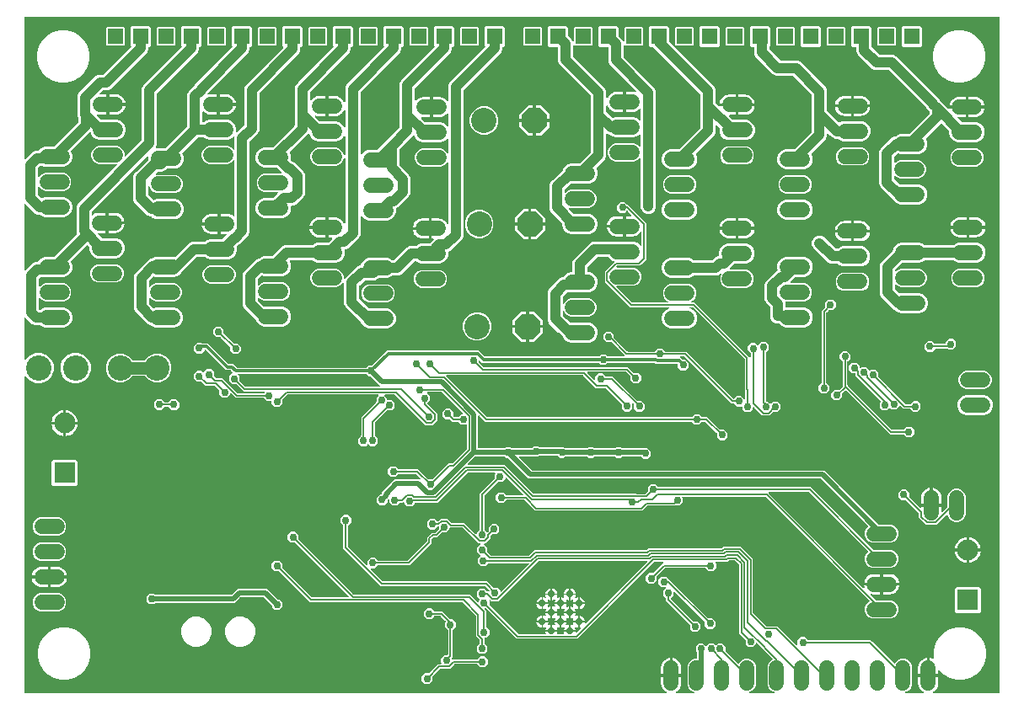
<source format=gbr>
G04 EAGLE Gerber RS-274X export*
G75*
%MOMM*%
%FSLAX34Y34*%
%LPD*%
%INBottom Copper*%
%IPPOS*%
%AMOC8*
5,1,8,0,0,1.08239X$1,22.5*%
G01*
%ADD10R,1.575000X1.575000*%
%ADD11C,1.524000*%
%ADD12C,0.708000*%
%ADD13R,2.100000X2.100000*%
%ADD14C,2.100000*%
%ADD15C,2.540000*%
%ADD16P,2.749271X8X22.500000*%
%ADD17C,2.550000*%
%ADD18C,1.016000*%
%ADD19C,0.756400*%
%ADD20C,0.152400*%
%ADD21C,0.508000*%
%ADD22C,0.304800*%
%ADD23C,1.270000*%

G36*
X654472Y10172D02*
X654472Y10172D01*
X654539Y10173D01*
X654592Y10191D01*
X654647Y10200D01*
X654707Y10232D01*
X654771Y10255D01*
X654815Y10289D01*
X654865Y10316D01*
X654912Y10365D01*
X654965Y10407D01*
X654996Y10453D01*
X655034Y10494D01*
X655063Y10555D01*
X655100Y10612D01*
X655114Y10666D01*
X655138Y10717D01*
X655145Y10784D01*
X655163Y10850D01*
X655159Y10906D01*
X655165Y10961D01*
X655151Y11028D01*
X655146Y11095D01*
X655125Y11147D01*
X655113Y11202D01*
X655078Y11260D01*
X655052Y11323D01*
X655015Y11365D01*
X654986Y11413D01*
X654935Y11457D01*
X654890Y11508D01*
X654825Y11551D01*
X654800Y11573D01*
X654780Y11581D01*
X654750Y11600D01*
X654575Y11690D01*
X653281Y12630D01*
X652150Y13761D01*
X651210Y15055D01*
X650484Y16480D01*
X649989Y18001D01*
X649739Y19580D01*
X649739Y26477D01*
X659138Y26477D01*
X659158Y26480D01*
X659177Y26478D01*
X659279Y26500D01*
X659381Y26517D01*
X659398Y26526D01*
X659418Y26530D01*
X659507Y26583D01*
X659598Y26632D01*
X659612Y26646D01*
X659629Y26656D01*
X659696Y26735D01*
X659767Y26810D01*
X659776Y26828D01*
X659789Y26843D01*
X659827Y26939D01*
X659871Y27033D01*
X659873Y27053D01*
X659881Y27071D01*
X659899Y27238D01*
X659899Y28001D01*
X659901Y28001D01*
X659901Y27238D01*
X659904Y27218D01*
X659902Y27199D01*
X659924Y27097D01*
X659941Y26995D01*
X659950Y26978D01*
X659954Y26958D01*
X660007Y26869D01*
X660056Y26778D01*
X660070Y26764D01*
X660080Y26747D01*
X660159Y26680D01*
X660234Y26609D01*
X660252Y26600D01*
X660267Y26587D01*
X660363Y26548D01*
X660457Y26505D01*
X660477Y26503D01*
X660495Y26495D01*
X660662Y26477D01*
X670061Y26477D01*
X670061Y19580D01*
X669811Y18001D01*
X669316Y16480D01*
X668590Y15055D01*
X667650Y13761D01*
X666519Y12630D01*
X665225Y11690D01*
X665050Y11600D01*
X664995Y11560D01*
X664935Y11528D01*
X664897Y11488D01*
X664852Y11455D01*
X664813Y11399D01*
X664766Y11350D01*
X664742Y11299D01*
X664710Y11254D01*
X664691Y11188D01*
X664662Y11127D01*
X664656Y11071D01*
X664640Y11018D01*
X664643Y10950D01*
X664635Y10883D01*
X664647Y10828D01*
X664649Y10772D01*
X664673Y10708D01*
X664687Y10642D01*
X664716Y10594D01*
X664736Y10542D01*
X664779Y10489D01*
X664814Y10431D01*
X664856Y10395D01*
X664891Y10351D01*
X664949Y10315D01*
X665000Y10271D01*
X665052Y10250D01*
X665100Y10220D01*
X665166Y10205D01*
X665229Y10179D01*
X665307Y10171D01*
X665339Y10163D01*
X665360Y10165D01*
X665395Y10161D01*
X682248Y10161D01*
X682344Y10176D01*
X682441Y10186D01*
X682465Y10196D01*
X682491Y10200D01*
X682577Y10246D01*
X682666Y10286D01*
X682685Y10303D01*
X682708Y10316D01*
X682775Y10386D01*
X682847Y10452D01*
X682860Y10475D01*
X682878Y10494D01*
X682919Y10582D01*
X682966Y10668D01*
X682970Y10693D01*
X682981Y10717D01*
X682992Y10814D01*
X683009Y10910D01*
X683005Y10936D01*
X683008Y10961D01*
X682988Y11057D01*
X682974Y11153D01*
X682962Y11176D01*
X682956Y11202D01*
X682906Y11285D01*
X682862Y11372D01*
X682843Y11391D01*
X682830Y11413D01*
X682756Y11476D01*
X682686Y11544D01*
X682658Y11560D01*
X682643Y11573D01*
X682612Y11585D01*
X682539Y11625D01*
X680120Y12627D01*
X677547Y15200D01*
X676155Y18561D01*
X676155Y37439D01*
X677547Y40800D01*
X680120Y43373D01*
X683481Y44765D01*
X685181Y44765D01*
X685200Y44768D01*
X685220Y44766D01*
X685321Y44788D01*
X685423Y44804D01*
X685441Y44814D01*
X685460Y44818D01*
X685549Y44871D01*
X685641Y44920D01*
X685654Y44934D01*
X685672Y44944D01*
X685739Y45023D01*
X685810Y45098D01*
X685819Y45116D01*
X685831Y45131D01*
X685870Y45227D01*
X685914Y45321D01*
X685916Y45341D01*
X685923Y45359D01*
X685942Y45526D01*
X685942Y50887D01*
X685927Y50977D01*
X685920Y51068D01*
X685907Y51097D01*
X685902Y51129D01*
X685859Y51210D01*
X685824Y51294D01*
X685798Y51326D01*
X685787Y51347D01*
X685764Y51369D01*
X685719Y51425D01*
X684700Y52444D01*
X684700Y56840D01*
X687808Y59949D01*
X692205Y59949D01*
X694365Y57788D01*
X694381Y57777D01*
X694394Y57761D01*
X694481Y57705D01*
X694565Y57645D01*
X694584Y57639D01*
X694601Y57628D01*
X694701Y57603D01*
X694800Y57573D01*
X694820Y57573D01*
X694839Y57568D01*
X694942Y57576D01*
X695046Y57579D01*
X695064Y57586D01*
X695084Y57587D01*
X695179Y57628D01*
X695277Y57663D01*
X695292Y57676D01*
X695311Y57684D01*
X695442Y57788D01*
X697802Y60149D01*
X702198Y60149D01*
X704106Y58241D01*
X704122Y58230D01*
X704134Y58214D01*
X704222Y58158D01*
X704305Y58098D01*
X704324Y58092D01*
X704341Y58081D01*
X704442Y58056D01*
X704541Y58025D01*
X704560Y58026D01*
X704580Y58021D01*
X704683Y58029D01*
X704786Y58032D01*
X704805Y58038D01*
X704825Y58040D01*
X704920Y58080D01*
X705017Y58116D01*
X705033Y58129D01*
X705051Y58136D01*
X705182Y58241D01*
X706890Y59949D01*
X711286Y59949D01*
X714395Y56840D01*
X714395Y52885D01*
X714409Y52794D01*
X714417Y52704D01*
X714429Y52674D01*
X714434Y52642D01*
X714477Y52561D01*
X714513Y52477D01*
X714539Y52445D01*
X714550Y52424D01*
X714573Y52402D01*
X714618Y52346D01*
X726902Y40062D01*
X726940Y40035D01*
X726971Y40001D01*
X727016Y39976D01*
X727035Y39960D01*
X727055Y39952D01*
X727102Y39918D01*
X727146Y39905D01*
X727186Y39882D01*
X727260Y39869D01*
X727263Y39868D01*
X727266Y39868D01*
X727337Y39846D01*
X727383Y39847D01*
X727428Y39839D01*
X727505Y39850D01*
X727583Y39852D01*
X727626Y39868D01*
X727672Y39875D01*
X727741Y39910D01*
X727814Y39937D01*
X727850Y39965D01*
X727891Y39986D01*
X727945Y40042D01*
X728006Y40090D01*
X728031Y40129D01*
X728063Y40162D01*
X728129Y40281D01*
X728139Y40297D01*
X728140Y40302D01*
X728144Y40309D01*
X728347Y40800D01*
X730920Y43373D01*
X734281Y44765D01*
X737919Y44765D01*
X741280Y43373D01*
X743853Y40800D01*
X745245Y37439D01*
X745245Y18561D01*
X743853Y15200D01*
X741280Y12627D01*
X738861Y11625D01*
X738778Y11574D01*
X738692Y11528D01*
X738674Y11510D01*
X738651Y11496D01*
X738589Y11420D01*
X738522Y11350D01*
X738511Y11326D01*
X738495Y11306D01*
X738460Y11215D01*
X738419Y11127D01*
X738416Y11101D01*
X738406Y11077D01*
X738402Y10979D01*
X738392Y10883D01*
X738397Y10857D01*
X738396Y10831D01*
X738423Y10737D01*
X738444Y10642D01*
X738457Y10620D01*
X738465Y10595D01*
X738520Y10515D01*
X738570Y10431D01*
X738590Y10414D01*
X738605Y10393D01*
X738683Y10334D01*
X738757Y10271D01*
X738781Y10261D01*
X738802Y10246D01*
X738895Y10216D01*
X738985Y10179D01*
X739018Y10176D01*
X739036Y10170D01*
X739069Y10170D01*
X739152Y10161D01*
X762748Y10161D01*
X762844Y10176D01*
X762941Y10186D01*
X762965Y10196D01*
X762991Y10200D01*
X763077Y10246D01*
X763166Y10286D01*
X763185Y10303D01*
X763208Y10316D01*
X763275Y10386D01*
X763347Y10452D01*
X763360Y10475D01*
X763378Y10494D01*
X763419Y10582D01*
X763466Y10668D01*
X763470Y10693D01*
X763481Y10717D01*
X763492Y10814D01*
X763509Y10910D01*
X763505Y10936D01*
X763508Y10961D01*
X763488Y11057D01*
X763474Y11153D01*
X763462Y11176D01*
X763456Y11202D01*
X763406Y11285D01*
X763362Y11372D01*
X763343Y11391D01*
X763330Y11413D01*
X763256Y11476D01*
X763186Y11544D01*
X763158Y11560D01*
X763143Y11573D01*
X763112Y11585D01*
X763039Y11625D01*
X760620Y12627D01*
X758047Y15200D01*
X756655Y18561D01*
X756655Y37439D01*
X758047Y40800D01*
X760620Y43373D01*
X761458Y43720D01*
X761497Y43744D01*
X761540Y43760D01*
X761587Y43797D01*
X761612Y43811D01*
X761624Y43822D01*
X761667Y43849D01*
X761696Y43885D01*
X761732Y43913D01*
X761774Y43979D01*
X761824Y44039D01*
X761840Y44082D01*
X761865Y44120D01*
X761884Y44196D01*
X761912Y44268D01*
X761914Y44314D01*
X761925Y44359D01*
X761919Y44436D01*
X761922Y44514D01*
X761910Y44558D01*
X761906Y44604D01*
X761876Y44675D01*
X761854Y44750D01*
X761828Y44788D01*
X761810Y44830D01*
X761724Y44937D01*
X761714Y44952D01*
X761710Y44955D01*
X761705Y44961D01*
X752364Y54302D01*
X752359Y54364D01*
X752347Y54394D01*
X752342Y54426D01*
X752299Y54506D01*
X752263Y54590D01*
X752237Y54622D01*
X752226Y54643D01*
X752203Y54665D01*
X752158Y54721D01*
X746476Y60403D01*
X746418Y60445D01*
X746366Y60495D01*
X746319Y60516D01*
X746277Y60547D01*
X746208Y60568D01*
X746143Y60598D01*
X746091Y60604D01*
X746041Y60619D01*
X745970Y60617D01*
X745899Y60625D01*
X745848Y60614D01*
X745796Y60613D01*
X745728Y60588D01*
X745658Y60573D01*
X745613Y60546D01*
X745565Y60528D01*
X745509Y60484D01*
X745447Y60447D01*
X745413Y60407D01*
X745373Y60375D01*
X745334Y60314D01*
X745287Y60260D01*
X745268Y60212D01*
X745240Y60168D01*
X745222Y60098D01*
X745195Y60032D01*
X745187Y59960D01*
X745179Y59929D01*
X745181Y59906D01*
X745177Y59865D01*
X745177Y59464D01*
X742068Y56355D01*
X737672Y56355D01*
X734563Y59464D01*
X734563Y63419D01*
X734549Y63510D01*
X734541Y63600D01*
X734529Y63630D01*
X734524Y63662D01*
X734481Y63743D01*
X734445Y63827D01*
X734419Y63859D01*
X734408Y63880D01*
X734385Y63902D01*
X734340Y63958D01*
X728265Y70033D01*
X728265Y139035D01*
X728251Y139126D01*
X728243Y139216D01*
X728231Y139246D01*
X728226Y139278D01*
X728183Y139359D01*
X728147Y139443D01*
X728121Y139475D01*
X728110Y139496D01*
X728087Y139518D01*
X728042Y139574D01*
X724174Y143442D01*
X724100Y143495D01*
X724030Y143555D01*
X724000Y143567D01*
X723974Y143586D01*
X723887Y143613D01*
X723802Y143647D01*
X723761Y143651D01*
X723739Y143658D01*
X723707Y143657D01*
X723635Y143665D01*
X718165Y143665D01*
X718074Y143651D01*
X717984Y143643D01*
X717954Y143631D01*
X717922Y143626D01*
X717841Y143583D01*
X717757Y143547D01*
X717725Y143521D01*
X717704Y143510D01*
X717682Y143487D01*
X717626Y143442D01*
X716221Y142037D01*
X705359Y142037D01*
X705288Y142026D01*
X705217Y142024D01*
X705168Y142006D01*
X705116Y141998D01*
X705053Y141964D01*
X704986Y141939D01*
X704945Y141907D01*
X704899Y141882D01*
X704850Y141830D01*
X704794Y141786D01*
X704766Y141742D01*
X704730Y141704D01*
X704699Y141639D01*
X704661Y141579D01*
X704648Y141528D01*
X704626Y141481D01*
X704618Y141410D01*
X704601Y141340D01*
X704605Y141288D01*
X704599Y141237D01*
X704614Y141166D01*
X704620Y141095D01*
X704640Y141047D01*
X704651Y140996D01*
X704688Y140935D01*
X704716Y140869D01*
X704761Y140813D01*
X704777Y140785D01*
X704795Y140770D01*
X704821Y140738D01*
X705105Y140454D01*
X705105Y136058D01*
X701996Y132949D01*
X697600Y132949D01*
X694803Y135746D01*
X694729Y135799D01*
X694659Y135859D01*
X694629Y135871D01*
X694603Y135890D01*
X694516Y135917D01*
X694431Y135951D01*
X694390Y135955D01*
X694368Y135962D01*
X694336Y135961D01*
X694264Y135969D01*
X653819Y135969D01*
X653728Y135955D01*
X653638Y135947D01*
X653608Y135935D01*
X653576Y135930D01*
X653495Y135887D01*
X653411Y135851D01*
X653379Y135825D01*
X653358Y135814D01*
X653336Y135791D01*
X653280Y135746D01*
X645330Y127796D01*
X645277Y127722D01*
X645217Y127652D01*
X645205Y127622D01*
X645186Y127596D01*
X645159Y127509D01*
X645125Y127424D01*
X645121Y127383D01*
X645114Y127361D01*
X645115Y127329D01*
X645107Y127257D01*
X645107Y123302D01*
X641998Y120193D01*
X637602Y120193D01*
X634493Y123302D01*
X634493Y127698D01*
X637602Y130807D01*
X641557Y130807D01*
X641648Y130821D01*
X641738Y130829D01*
X641768Y130841D01*
X641800Y130846D01*
X641881Y130889D01*
X641965Y130925D01*
X641997Y130951D01*
X642018Y130962D01*
X642040Y130985D01*
X642096Y131030D01*
X651804Y140738D01*
X651846Y140796D01*
X651895Y140848D01*
X651917Y140895D01*
X651947Y140937D01*
X651968Y141006D01*
X651999Y141071D01*
X652004Y141123D01*
X652020Y141173D01*
X652018Y141244D01*
X652026Y141315D01*
X652015Y141366D01*
X652013Y141418D01*
X651989Y141486D01*
X651974Y141556D01*
X651947Y141601D01*
X651929Y141649D01*
X651884Y141705D01*
X651847Y141767D01*
X651808Y141801D01*
X651775Y141841D01*
X651715Y141880D01*
X651660Y141927D01*
X651612Y141946D01*
X651568Y141974D01*
X651499Y141992D01*
X651432Y142019D01*
X651361Y142027D01*
X651330Y142035D01*
X651306Y142033D01*
X651266Y142037D01*
X643016Y142037D01*
X642925Y142023D01*
X642835Y142015D01*
X642805Y142003D01*
X642773Y141998D01*
X642692Y141955D01*
X642608Y141919D01*
X642576Y141893D01*
X642555Y141882D01*
X642533Y141859D01*
X642477Y141814D01*
X565500Y64837D01*
X504841Y64837D01*
X474296Y95382D01*
X474222Y95435D01*
X474152Y95495D01*
X474122Y95507D01*
X474096Y95526D01*
X474009Y95553D01*
X473924Y95587D01*
X473883Y95591D01*
X473861Y95598D01*
X473829Y95597D01*
X473757Y95605D01*
X473466Y95605D01*
X473396Y95594D01*
X473324Y95592D01*
X473275Y95574D01*
X473224Y95566D01*
X473160Y95532D01*
X473093Y95507D01*
X473052Y95475D01*
X473006Y95450D01*
X472957Y95398D01*
X472901Y95354D01*
X472873Y95310D01*
X472837Y95272D01*
X472807Y95207D01*
X472768Y95147D01*
X472755Y95096D01*
X472733Y95049D01*
X472725Y94978D01*
X472708Y94908D01*
X472712Y94856D01*
X472706Y94805D01*
X472721Y94734D01*
X472727Y94663D01*
X472747Y94615D01*
X472758Y94564D01*
X472795Y94503D01*
X472823Y94437D01*
X472868Y94381D01*
X472885Y94353D01*
X472902Y94338D01*
X472928Y94306D01*
X474287Y92947D01*
X474287Y76533D01*
X474301Y76443D01*
X474309Y76352D01*
X474321Y76323D01*
X474326Y76291D01*
X474369Y76210D01*
X474405Y76126D01*
X474431Y76094D01*
X474442Y76073D01*
X474465Y76051D01*
X474510Y75995D01*
X477307Y73198D01*
X477307Y68802D01*
X474198Y65693D01*
X473048Y65693D01*
X473028Y65690D01*
X473009Y65692D01*
X472907Y65670D01*
X472805Y65654D01*
X472788Y65644D01*
X472768Y65640D01*
X472679Y65587D01*
X472588Y65538D01*
X472574Y65524D01*
X472557Y65514D01*
X472490Y65435D01*
X472418Y65360D01*
X472410Y65342D01*
X472397Y65327D01*
X472358Y65231D01*
X472315Y65137D01*
X472313Y65117D01*
X472305Y65099D01*
X472287Y64932D01*
X472287Y60533D01*
X472301Y60443D01*
X472309Y60352D01*
X472321Y60323D01*
X472326Y60291D01*
X472369Y60210D01*
X472405Y60126D01*
X472431Y60094D01*
X472442Y60073D01*
X472465Y60051D01*
X472510Y59995D01*
X475307Y57198D01*
X475307Y52802D01*
X472198Y49693D01*
X467802Y49693D01*
X464693Y52802D01*
X464693Y57198D01*
X467490Y59995D01*
X467543Y60069D01*
X467603Y60139D01*
X467615Y60169D01*
X467634Y60195D01*
X467661Y60282D01*
X467695Y60367D01*
X467699Y60408D01*
X467706Y60430D01*
X467705Y60462D01*
X467713Y60533D01*
X467713Y63156D01*
X467699Y63246D01*
X467691Y63337D01*
X467679Y63367D01*
X467674Y63399D01*
X467631Y63479D01*
X467595Y63563D01*
X467569Y63595D01*
X467558Y63616D01*
X467535Y63638D01*
X467490Y63694D01*
X463645Y67539D01*
X463645Y87758D01*
X463631Y87848D01*
X463623Y87939D01*
X463611Y87968D01*
X463606Y88000D01*
X463563Y88081D01*
X463527Y88165D01*
X463501Y88197D01*
X463490Y88218D01*
X463467Y88240D01*
X463422Y88296D01*
X450276Y101442D01*
X450202Y101495D01*
X450132Y101555D01*
X450102Y101567D01*
X450076Y101586D01*
X449989Y101613D01*
X449904Y101647D01*
X449863Y101651D01*
X449841Y101658D01*
X449809Y101657D01*
X449738Y101665D01*
X297101Y101665D01*
X266296Y132470D01*
X266222Y132523D01*
X266152Y132583D01*
X266122Y132595D01*
X266096Y132614D01*
X266009Y132641D01*
X265924Y132675D01*
X265883Y132679D01*
X265861Y132686D01*
X265829Y132685D01*
X265757Y132693D01*
X261802Y132693D01*
X258693Y135802D01*
X258693Y140198D01*
X261802Y143307D01*
X266198Y143307D01*
X269307Y140198D01*
X269307Y136243D01*
X269321Y136152D01*
X269329Y136062D01*
X269341Y136032D01*
X269346Y136000D01*
X269389Y135919D01*
X269425Y135835D01*
X269451Y135803D01*
X269462Y135782D01*
X269485Y135760D01*
X269530Y135704D01*
X298772Y106462D01*
X298846Y106409D01*
X298916Y106349D01*
X298946Y106337D01*
X298972Y106318D01*
X299059Y106291D01*
X299144Y106257D01*
X299185Y106253D01*
X299207Y106246D01*
X299239Y106247D01*
X299311Y106239D01*
X335690Y106239D01*
X335760Y106250D01*
X335832Y106252D01*
X335881Y106270D01*
X335932Y106278D01*
X335996Y106312D01*
X336063Y106337D01*
X336104Y106369D01*
X336150Y106394D01*
X336199Y106446D01*
X336255Y106490D01*
X336283Y106534D01*
X336319Y106572D01*
X336349Y106637D01*
X336388Y106697D01*
X336401Y106748D01*
X336423Y106795D01*
X336431Y106866D01*
X336448Y106936D01*
X336444Y106988D01*
X336450Y107039D01*
X336435Y107110D01*
X336429Y107181D01*
X336409Y107229D01*
X336398Y107280D01*
X336361Y107341D01*
X336333Y107407D01*
X336288Y107463D01*
X336271Y107491D01*
X336254Y107506D01*
X336228Y107538D01*
X282296Y161470D01*
X282222Y161523D01*
X282152Y161583D01*
X282122Y161595D01*
X282096Y161614D01*
X282009Y161641D01*
X281924Y161675D01*
X281883Y161679D01*
X281861Y161686D01*
X281829Y161685D01*
X281757Y161693D01*
X277802Y161693D01*
X274693Y164802D01*
X274693Y169198D01*
X277802Y172307D01*
X282198Y172307D01*
X285307Y169198D01*
X285307Y165243D01*
X285321Y165152D01*
X285329Y165062D01*
X285341Y165032D01*
X285346Y165000D01*
X285389Y164919D01*
X285425Y164835D01*
X285451Y164803D01*
X285462Y164782D01*
X285485Y164760D01*
X285530Y164704D01*
X340724Y109510D01*
X340798Y109457D01*
X340868Y109397D01*
X340898Y109385D01*
X340924Y109366D01*
X341011Y109339D01*
X341096Y109305D01*
X341137Y109301D01*
X341159Y109294D01*
X341191Y109295D01*
X341263Y109287D01*
X457947Y109287D01*
X459510Y107724D01*
X465394Y101840D01*
X465452Y101798D01*
X465504Y101749D01*
X465551Y101727D01*
X465593Y101697D01*
X465662Y101676D01*
X465727Y101645D01*
X465779Y101640D01*
X465829Y101624D01*
X465900Y101626D01*
X465971Y101618D01*
X466022Y101629D01*
X466074Y101631D01*
X466142Y101655D01*
X466212Y101670D01*
X466256Y101697D01*
X466305Y101715D01*
X466361Y101760D01*
X466423Y101797D01*
X466457Y101836D01*
X466497Y101869D01*
X466536Y101929D01*
X466583Y101984D01*
X466602Y102032D01*
X466630Y102076D01*
X466648Y102145D01*
X466675Y102212D01*
X466683Y102283D01*
X466691Y102314D01*
X466689Y102338D01*
X466693Y102378D01*
X466693Y103110D01*
X467501Y103918D01*
X467512Y103934D01*
X467528Y103946D01*
X467584Y104034D01*
X467644Y104117D01*
X467650Y104136D01*
X467661Y104153D01*
X467686Y104254D01*
X467717Y104353D01*
X467716Y104372D01*
X467721Y104392D01*
X467713Y104495D01*
X467710Y104598D01*
X467704Y104617D01*
X467702Y104637D01*
X467662Y104732D01*
X467626Y104829D01*
X467613Y104845D01*
X467606Y104863D01*
X467501Y104994D01*
X464693Y107802D01*
X464693Y112198D01*
X467802Y115307D01*
X472198Y115307D01*
X474995Y112510D01*
X475069Y112457D01*
X475139Y112397D01*
X475169Y112385D01*
X475195Y112366D01*
X475282Y112339D01*
X475367Y112305D01*
X475408Y112301D01*
X475430Y112294D01*
X475462Y112295D01*
X475533Y112287D01*
X476642Y112287D01*
X476712Y112298D01*
X476784Y112300D01*
X476833Y112318D01*
X476884Y112326D01*
X476948Y112360D01*
X477015Y112385D01*
X477056Y112417D01*
X477102Y112442D01*
X477151Y112494D01*
X477207Y112538D01*
X477235Y112582D01*
X477271Y112620D01*
X477301Y112685D01*
X477340Y112745D01*
X477353Y112796D01*
X477375Y112843D01*
X477383Y112914D01*
X477400Y112984D01*
X477396Y113036D01*
X477402Y113087D01*
X477387Y113158D01*
X477381Y113229D01*
X477361Y113277D01*
X477350Y113328D01*
X477313Y113389D01*
X477285Y113455D01*
X477240Y113511D01*
X477223Y113539D01*
X477206Y113554D01*
X477180Y113586D01*
X473276Y117490D01*
X473202Y117543D01*
X473132Y117603D01*
X473102Y117615D01*
X473076Y117634D01*
X472989Y117661D01*
X472904Y117695D01*
X472863Y117699D01*
X472841Y117706D01*
X472809Y117705D01*
X472737Y117713D01*
X368471Y117713D01*
X330645Y155539D01*
X330645Y178535D01*
X330631Y178625D01*
X330623Y178716D01*
X330611Y178745D01*
X330606Y178777D01*
X330563Y178858D01*
X330527Y178942D01*
X330501Y178974D01*
X330490Y178995D01*
X330467Y179017D01*
X330422Y179073D01*
X327693Y181802D01*
X327693Y186198D01*
X330802Y189307D01*
X335198Y189307D01*
X338307Y186198D01*
X338307Y181802D01*
X335442Y178937D01*
X335395Y178872D01*
X335350Y178825D01*
X335344Y178810D01*
X335329Y178793D01*
X335317Y178763D01*
X335298Y178737D01*
X335276Y178664D01*
X335247Y178602D01*
X335245Y178584D01*
X335237Y178565D01*
X335233Y178524D01*
X335226Y178502D01*
X335227Y178470D01*
X335219Y178399D01*
X335219Y157749D01*
X335233Y157659D01*
X335241Y157568D01*
X335253Y157538D01*
X335258Y157506D01*
X335301Y157426D01*
X335337Y157342D01*
X335363Y157310D01*
X335374Y157289D01*
X335397Y157267D01*
X335442Y157211D01*
X353394Y139259D01*
X353452Y139217D01*
X353504Y139167D01*
X353551Y139145D01*
X353593Y139115D01*
X353662Y139094D01*
X353727Y139064D01*
X353779Y139058D01*
X353829Y139043D01*
X353900Y139045D01*
X353971Y139037D01*
X354022Y139048D01*
X354074Y139049D01*
X354142Y139074D01*
X354212Y139089D01*
X354257Y139116D01*
X354305Y139134D01*
X354361Y139178D01*
X354423Y139215D01*
X354457Y139255D01*
X354497Y139287D01*
X354536Y139348D01*
X354583Y139402D01*
X354602Y139450D01*
X354630Y139494D01*
X354648Y139564D01*
X354675Y139630D01*
X354683Y139702D01*
X354691Y139733D01*
X354689Y139756D01*
X354693Y139797D01*
X354693Y143198D01*
X357802Y146307D01*
X362198Y146307D01*
X364995Y143510D01*
X365069Y143457D01*
X365139Y143397D01*
X365169Y143385D01*
X365195Y143366D01*
X365282Y143339D01*
X365367Y143305D01*
X365408Y143301D01*
X365430Y143294D01*
X365462Y143295D01*
X365533Y143287D01*
X394737Y143287D01*
X394828Y143301D01*
X394918Y143309D01*
X394948Y143321D01*
X394980Y143326D01*
X395061Y143369D01*
X395145Y143405D01*
X395177Y143431D01*
X395198Y143442D01*
X395220Y143465D01*
X395276Y143510D01*
X414422Y162656D01*
X414468Y162719D01*
X414491Y162744D01*
X414495Y162754D01*
X414535Y162800D01*
X414547Y162830D01*
X414566Y162856D01*
X414593Y162943D01*
X414627Y163028D01*
X414631Y163069D01*
X414638Y163091D01*
X414637Y163123D01*
X414645Y163195D01*
X414645Y166461D01*
X419539Y171355D01*
X422805Y171355D01*
X422896Y171369D01*
X422986Y171377D01*
X423016Y171389D01*
X423048Y171394D01*
X423129Y171437D01*
X423213Y171473D01*
X423245Y171499D01*
X423266Y171510D01*
X423288Y171533D01*
X423344Y171578D01*
X426470Y174704D01*
X426523Y174778D01*
X426583Y174848D01*
X426595Y174878D01*
X426614Y174904D01*
X426641Y174991D01*
X426675Y175076D01*
X426679Y175117D01*
X426686Y175139D01*
X426685Y175171D01*
X426693Y175243D01*
X426693Y176807D01*
X426690Y176827D01*
X426692Y176846D01*
X426670Y176948D01*
X426654Y177050D01*
X426644Y177067D01*
X426640Y177087D01*
X426587Y177176D01*
X426538Y177267D01*
X426524Y177281D01*
X426514Y177298D01*
X426435Y177365D01*
X426360Y177436D01*
X426342Y177445D01*
X426327Y177458D01*
X426231Y177497D01*
X426137Y177540D01*
X426117Y177542D01*
X426099Y177550D01*
X425932Y177568D01*
X425397Y177568D01*
X425307Y177553D01*
X425216Y177546D01*
X425187Y177534D01*
X425155Y177528D01*
X425074Y177486D01*
X424990Y177450D01*
X424958Y177424D01*
X424937Y177413D01*
X424915Y177390D01*
X424859Y177345D01*
X422062Y174548D01*
X417666Y174548D01*
X414557Y177657D01*
X414557Y182053D01*
X417666Y185162D01*
X422062Y185162D01*
X424666Y182558D01*
X424682Y182546D01*
X424695Y182531D01*
X424782Y182475D01*
X424866Y182414D01*
X424885Y182408D01*
X424901Y182398D01*
X425002Y182372D01*
X425101Y182342D01*
X425121Y182342D01*
X425140Y182338D01*
X425243Y182346D01*
X425347Y182348D01*
X425365Y182355D01*
X425385Y182357D01*
X425480Y182397D01*
X425578Y182433D01*
X425593Y182445D01*
X425611Y182453D01*
X425742Y182558D01*
X426977Y183792D01*
X428539Y185355D01*
X435461Y185355D01*
X439306Y181510D01*
X439380Y181457D01*
X439449Y181397D01*
X439479Y181385D01*
X439505Y181366D01*
X439592Y181339D01*
X439677Y181305D01*
X439718Y181301D01*
X439741Y181294D01*
X439773Y181295D01*
X439844Y181287D01*
X452366Y181287D01*
X453928Y179724D01*
X463394Y170259D01*
X463452Y170217D01*
X463504Y170167D01*
X463551Y170146D01*
X463593Y170115D01*
X463662Y170094D01*
X463727Y170064D01*
X463779Y170058D01*
X463829Y170043D01*
X463900Y170045D01*
X463971Y170037D01*
X464022Y170048D01*
X464074Y170049D01*
X464142Y170074D01*
X464212Y170089D01*
X464257Y170116D01*
X464305Y170134D01*
X464361Y170178D01*
X464423Y170215D01*
X464457Y170255D01*
X464497Y170287D01*
X464536Y170348D01*
X464583Y170402D01*
X464602Y170450D01*
X464630Y170494D01*
X464648Y170564D01*
X464675Y170630D01*
X464683Y170702D01*
X464691Y170733D01*
X464689Y170756D01*
X464693Y170797D01*
X464693Y171198D01*
X467490Y173995D01*
X467543Y174069D01*
X467603Y174139D01*
X467615Y174169D01*
X467634Y174195D01*
X467661Y174282D01*
X467695Y174367D01*
X467699Y174408D01*
X467706Y174430D01*
X467705Y174462D01*
X467713Y174533D01*
X467713Y210947D01*
X482470Y225704D01*
X482523Y225778D01*
X482583Y225848D01*
X482595Y225878D01*
X482614Y225904D01*
X482641Y225991D01*
X482675Y226076D01*
X482679Y226117D01*
X482686Y226139D01*
X482685Y226171D01*
X482693Y226243D01*
X482693Y230198D01*
X482977Y230482D01*
X483019Y230540D01*
X483068Y230592D01*
X483090Y230639D01*
X483120Y230681D01*
X483142Y230750D01*
X483172Y230815D01*
X483177Y230867D01*
X483193Y230917D01*
X483191Y230988D01*
X483199Y231059D01*
X483188Y231110D01*
X483186Y231162D01*
X483162Y231230D01*
X483147Y231300D01*
X483120Y231345D01*
X483102Y231393D01*
X483057Y231449D01*
X483020Y231511D01*
X482981Y231545D01*
X482948Y231585D01*
X482888Y231624D01*
X482833Y231671D01*
X482785Y231690D01*
X482741Y231718D01*
X482672Y231736D01*
X482605Y231763D01*
X482534Y231771D01*
X482503Y231779D01*
X482480Y231777D01*
X482439Y231781D01*
X455734Y231781D01*
X455644Y231767D01*
X455553Y231759D01*
X455523Y231747D01*
X455491Y231742D01*
X455411Y231699D01*
X455327Y231663D01*
X455295Y231637D01*
X455274Y231626D01*
X455252Y231603D01*
X455196Y231558D01*
X425371Y201733D01*
X403140Y201733D01*
X403120Y201730D01*
X403101Y201732D01*
X402999Y201710D01*
X402897Y201694D01*
X402880Y201684D01*
X402860Y201680D01*
X402771Y201627D01*
X402680Y201578D01*
X402666Y201564D01*
X402649Y201554D01*
X402582Y201475D01*
X402511Y201400D01*
X402502Y201382D01*
X402489Y201367D01*
X402451Y201271D01*
X402407Y201177D01*
X402405Y201157D01*
X402397Y201139D01*
X402379Y200972D01*
X402379Y200874D01*
X399270Y197765D01*
X394874Y197765D01*
X391765Y200874D01*
X391765Y201275D01*
X391754Y201346D01*
X391752Y201418D01*
X391734Y201467D01*
X391726Y201518D01*
X391692Y201581D01*
X391668Y201649D01*
X391635Y201689D01*
X391611Y201735D01*
X391559Y201785D01*
X391514Y201841D01*
X391470Y201869D01*
X391432Y201905D01*
X391367Y201935D01*
X391307Y201974D01*
X391256Y201986D01*
X391209Y202008D01*
X391138Y202016D01*
X391068Y202034D01*
X391016Y202030D01*
X390965Y202035D01*
X390895Y202020D01*
X390823Y202015D01*
X390775Y201994D01*
X390724Y201983D01*
X390663Y201946D01*
X390597Y201918D01*
X390541Y201874D01*
X390513Y201857D01*
X390498Y201839D01*
X390466Y201813D01*
X390366Y201713D01*
X387533Y201713D01*
X387443Y201699D01*
X387352Y201691D01*
X387323Y201679D01*
X387291Y201674D01*
X387210Y201631D01*
X387126Y201595D01*
X387094Y201569D01*
X387073Y201558D01*
X387051Y201535D01*
X386995Y201490D01*
X384198Y198693D01*
X379802Y198693D01*
X376693Y201802D01*
X376693Y204107D01*
X376682Y204178D01*
X376680Y204250D01*
X376662Y204299D01*
X376654Y204350D01*
X376620Y204413D01*
X376595Y204481D01*
X376563Y204521D01*
X376538Y204567D01*
X376487Y204617D01*
X376442Y204673D01*
X376398Y204701D01*
X376360Y204737D01*
X376295Y204767D01*
X376235Y204806D01*
X376184Y204818D01*
X376137Y204840D01*
X376066Y204848D01*
X375996Y204866D01*
X375944Y204862D01*
X375893Y204867D01*
X375822Y204852D01*
X375751Y204846D01*
X375703Y204826D01*
X375652Y204815D01*
X375591Y204778D01*
X375525Y204750D01*
X375469Y204705D01*
X375441Y204689D01*
X375426Y204671D01*
X375394Y204645D01*
X375153Y204405D01*
X375100Y204331D01*
X375041Y204262D01*
X375029Y204231D01*
X375010Y204205D01*
X374983Y204118D01*
X374949Y204033D01*
X374944Y203992D01*
X374937Y203970D01*
X374938Y203938D01*
X374930Y203867D01*
X374930Y202426D01*
X371822Y199317D01*
X367426Y199317D01*
X364317Y202426D01*
X364317Y206822D01*
X367426Y209930D01*
X368328Y209930D01*
X368348Y209934D01*
X368367Y209931D01*
X368469Y209953D01*
X368571Y209970D01*
X368588Y209979D01*
X368608Y209984D01*
X368697Y210037D01*
X368788Y210085D01*
X368802Y210100D01*
X368819Y210110D01*
X368886Y210189D01*
X368958Y210264D01*
X368966Y210282D01*
X368979Y210297D01*
X369018Y210393D01*
X369061Y210487D01*
X369063Y210506D01*
X369071Y210525D01*
X369089Y210692D01*
X369089Y211934D01*
X382187Y225031D01*
X407549Y225031D01*
X407620Y225042D01*
X407692Y225044D01*
X407741Y225062D01*
X407792Y225071D01*
X407855Y225104D01*
X407923Y225129D01*
X407963Y225161D01*
X408009Y225186D01*
X408059Y225238D01*
X408115Y225283D01*
X408143Y225326D01*
X408179Y225364D01*
X408209Y225429D01*
X408248Y225489D01*
X408261Y225540D01*
X408282Y225587D01*
X408290Y225658D01*
X408308Y225728D01*
X408304Y225780D01*
X408310Y225832D01*
X408294Y225902D01*
X408289Y225973D01*
X408268Y226021D01*
X408257Y226072D01*
X408220Y226134D01*
X408192Y226199D01*
X408148Y226255D01*
X408131Y226283D01*
X408113Y226298D01*
X408088Y226330D01*
X404074Y230344D01*
X404000Y230397D01*
X403930Y230457D01*
X403900Y230469D01*
X403874Y230488D01*
X403787Y230515D01*
X403702Y230549D01*
X403661Y230553D01*
X403639Y230560D01*
X403607Y230559D01*
X403535Y230567D01*
X386331Y230567D01*
X386241Y230553D01*
X386150Y230545D01*
X386120Y230533D01*
X386088Y230528D01*
X386007Y230485D01*
X385924Y230449D01*
X385891Y230423D01*
X385871Y230412D01*
X385849Y230389D01*
X385793Y230344D01*
X382996Y227547D01*
X378599Y227547D01*
X375491Y230656D01*
X375491Y235052D01*
X378599Y238161D01*
X382996Y238161D01*
X385793Y235364D01*
X385866Y235311D01*
X385936Y235251D01*
X385966Y235239D01*
X385992Y235220D01*
X386079Y235193D01*
X386164Y235159D01*
X386205Y235155D01*
X386227Y235148D01*
X386260Y235149D01*
X386331Y235141D01*
X405745Y235141D01*
X407308Y233578D01*
X415616Y225270D01*
X415690Y225217D01*
X415760Y225157D01*
X415790Y225145D01*
X415816Y225126D01*
X415903Y225099D01*
X415988Y225065D01*
X416029Y225061D01*
X416051Y225054D01*
X416083Y225055D01*
X416154Y225047D01*
X419669Y225047D01*
X419760Y225061D01*
X419850Y225069D01*
X419880Y225081D01*
X419912Y225086D01*
X419993Y225129D01*
X420077Y225165D01*
X420109Y225191D01*
X420130Y225202D01*
X420152Y225225D01*
X420208Y225270D01*
X436184Y241246D01*
X440115Y241246D01*
X440205Y241260D01*
X440296Y241268D01*
X440326Y241280D01*
X440358Y241285D01*
X440438Y241328D01*
X440522Y241364D01*
X440554Y241390D01*
X440575Y241401D01*
X440597Y241424D01*
X440653Y241469D01*
X454558Y255374D01*
X454611Y255448D01*
X454671Y255517D01*
X454683Y255547D01*
X454702Y255573D01*
X454729Y255660D01*
X454763Y255745D01*
X454767Y255786D01*
X454774Y255809D01*
X454773Y255841D01*
X454781Y255912D01*
X454781Y279744D01*
X454770Y279815D01*
X454768Y279887D01*
X454750Y279936D01*
X454742Y279987D01*
X454708Y280050D01*
X454683Y280118D01*
X454651Y280158D01*
X454626Y280204D01*
X454574Y280254D01*
X454530Y280310D01*
X454486Y280338D01*
X454448Y280374D01*
X454383Y280404D01*
X454323Y280443D01*
X454272Y280455D01*
X454225Y280477D01*
X454154Y280485D01*
X454084Y280503D01*
X454032Y280499D01*
X453981Y280504D01*
X453910Y280489D01*
X453839Y280484D01*
X453791Y280463D01*
X453740Y280452D01*
X453679Y280415D01*
X453613Y280387D01*
X453557Y280342D01*
X453529Y280326D01*
X453514Y280308D01*
X453482Y280282D01*
X453155Y279955D01*
X448758Y279955D01*
X445961Y282752D01*
X445887Y282805D01*
X445818Y282865D01*
X445788Y282877D01*
X445762Y282896D01*
X445675Y282923D01*
X445590Y282957D01*
X445549Y282961D01*
X445527Y282968D01*
X445494Y282967D01*
X445423Y282975D01*
X440191Y282975D01*
X437896Y285270D01*
X437822Y285323D01*
X437752Y285383D01*
X437722Y285395D01*
X437696Y285414D01*
X437609Y285441D01*
X437524Y285475D01*
X437483Y285479D01*
X437461Y285486D01*
X437429Y285485D01*
X437357Y285493D01*
X433402Y285493D01*
X430293Y288602D01*
X430293Y292998D01*
X433402Y296107D01*
X437798Y296107D01*
X440907Y292998D01*
X440907Y289043D01*
X440921Y288952D01*
X440929Y288862D01*
X440941Y288832D01*
X440946Y288800D01*
X440989Y288719D01*
X441025Y288635D01*
X441051Y288603D01*
X441062Y288582D01*
X441085Y288560D01*
X441130Y288504D01*
X441862Y287772D01*
X441936Y287719D01*
X442006Y287659D01*
X442036Y287647D01*
X442062Y287628D01*
X442149Y287601D01*
X442234Y287567D01*
X442275Y287563D01*
X442297Y287556D01*
X442329Y287557D01*
X442401Y287549D01*
X445423Y287549D01*
X445513Y287563D01*
X445604Y287571D01*
X445634Y287583D01*
X445666Y287588D01*
X445746Y287631D01*
X445830Y287667D01*
X445862Y287693D01*
X445883Y287704D01*
X445905Y287727D01*
X445961Y287772D01*
X448758Y290569D01*
X450060Y290569D01*
X450130Y290580D01*
X450202Y290582D01*
X450251Y290600D01*
X450302Y290608D01*
X450366Y290642D01*
X450433Y290667D01*
X450474Y290699D01*
X450520Y290724D01*
X450569Y290776D01*
X450625Y290820D01*
X450653Y290864D01*
X450689Y290902D01*
X450719Y290967D01*
X450758Y291027D01*
X450771Y291078D01*
X450793Y291125D01*
X450801Y291196D01*
X450818Y291266D01*
X450814Y291318D01*
X450820Y291369D01*
X450805Y291440D01*
X450799Y291511D01*
X450779Y291559D01*
X450768Y291610D01*
X450731Y291671D01*
X450703Y291737D01*
X450658Y291793D01*
X450641Y291821D01*
X450624Y291836D01*
X450598Y291868D01*
X429876Y312590D01*
X429802Y312643D01*
X429732Y312703D01*
X429702Y312715D01*
X429676Y312734D01*
X429589Y312761D01*
X429504Y312795D01*
X429463Y312799D01*
X429441Y312806D01*
X429409Y312805D01*
X429337Y312813D01*
X415329Y312813D01*
X415259Y312802D01*
X415187Y312800D01*
X415138Y312782D01*
X415087Y312774D01*
X415023Y312740D01*
X414956Y312715D01*
X414915Y312683D01*
X414869Y312658D01*
X414820Y312606D01*
X414764Y312562D01*
X414736Y312518D01*
X414700Y312480D01*
X414670Y312415D01*
X414631Y312355D01*
X414618Y312304D01*
X414596Y312257D01*
X414588Y312186D01*
X414571Y312116D01*
X414575Y312064D01*
X414569Y312013D01*
X414584Y311942D01*
X414590Y311871D01*
X414610Y311823D01*
X414621Y311772D01*
X414658Y311711D01*
X414686Y311645D01*
X414731Y311589D01*
X414748Y311561D01*
X414765Y311546D01*
X414791Y311514D01*
X417507Y308798D01*
X417507Y304402D01*
X415248Y302144D01*
X415237Y302127D01*
X415221Y302115D01*
X415165Y302028D01*
X415105Y301944D01*
X415099Y301925D01*
X415088Y301908D01*
X415063Y301808D01*
X415033Y301709D01*
X415033Y301689D01*
X415028Y301670D01*
X415036Y301567D01*
X415039Y301463D01*
X415046Y301444D01*
X415047Y301424D01*
X415088Y301329D01*
X415123Y301232D01*
X415136Y301216D01*
X415144Y301198D01*
X415248Y301067D01*
X425055Y291261D01*
X425055Y284339D01*
X420161Y279445D01*
X413239Y279445D01*
X382642Y310042D01*
X382568Y310095D01*
X382499Y310155D01*
X382469Y310167D01*
X382443Y310186D01*
X382356Y310213D01*
X382271Y310247D01*
X382230Y310251D01*
X382207Y310258D01*
X382175Y310257D01*
X382104Y310265D01*
X372689Y310265D01*
X372619Y310254D01*
X372547Y310252D01*
X372498Y310234D01*
X372447Y310226D01*
X372383Y310192D01*
X372316Y310167D01*
X372275Y310135D01*
X372229Y310110D01*
X372180Y310058D01*
X372124Y310014D01*
X372096Y309970D01*
X372060Y309932D01*
X372030Y309867D01*
X371991Y309807D01*
X371978Y309756D01*
X371956Y309709D01*
X371948Y309638D01*
X371931Y309568D01*
X371935Y309516D01*
X371929Y309465D01*
X371944Y309394D01*
X371950Y309323D01*
X371970Y309275D01*
X371981Y309224D01*
X372018Y309163D01*
X372046Y309097D01*
X372091Y309041D01*
X372108Y309013D01*
X372125Y308998D01*
X372151Y308966D01*
X374319Y306798D01*
X374319Y305768D01*
X374322Y305748D01*
X374320Y305729D01*
X374342Y305627D01*
X374358Y305525D01*
X374368Y305508D01*
X374372Y305488D01*
X374425Y305399D01*
X374474Y305308D01*
X374488Y305294D01*
X374498Y305277D01*
X374577Y305210D01*
X374652Y305138D01*
X374670Y305130D01*
X374685Y305117D01*
X374781Y305078D01*
X374875Y305035D01*
X374895Y305033D01*
X374913Y305025D01*
X375080Y305007D01*
X378998Y305007D01*
X382107Y301898D01*
X382107Y297502D01*
X378998Y294393D01*
X375043Y294393D01*
X374952Y294379D01*
X374862Y294371D01*
X374832Y294359D01*
X374800Y294354D01*
X374719Y294311D01*
X374635Y294275D01*
X374603Y294249D01*
X374582Y294238D01*
X374560Y294215D01*
X374504Y294170D01*
X362510Y282176D01*
X362457Y282102D01*
X362397Y282032D01*
X362385Y282002D01*
X362366Y281976D01*
X362339Y281889D01*
X362305Y281804D01*
X362301Y281763D01*
X362294Y281741D01*
X362295Y281709D01*
X362287Y281637D01*
X362287Y269377D01*
X362301Y269287D01*
X362309Y269196D01*
X362321Y269167D01*
X362326Y269135D01*
X362369Y269054D01*
X362405Y268970D01*
X362431Y268938D01*
X362442Y268917D01*
X362465Y268895D01*
X362510Y268839D01*
X365307Y266042D01*
X365307Y261646D01*
X362198Y258537D01*
X357802Y258537D01*
X356055Y260284D01*
X356039Y260296D01*
X356027Y260311D01*
X355939Y260367D01*
X355855Y260428D01*
X355836Y260433D01*
X355820Y260444D01*
X355719Y260469D01*
X355620Y260500D01*
X355600Y260499D01*
X355581Y260504D01*
X355478Y260496D01*
X355374Y260494D01*
X355356Y260487D01*
X355336Y260485D01*
X355241Y260445D01*
X355143Y260409D01*
X355128Y260397D01*
X355110Y260389D01*
X354979Y260284D01*
X353110Y258416D01*
X348714Y258416D01*
X345605Y261524D01*
X345605Y265920D01*
X348374Y268689D01*
X348427Y268763D01*
X348487Y268833D01*
X348499Y268863D01*
X348518Y268889D01*
X348545Y268976D01*
X348579Y269061D01*
X348583Y269102D01*
X348590Y269124D01*
X348589Y269156D01*
X348597Y269228D01*
X348597Y287419D01*
X350160Y288982D01*
X363482Y302304D01*
X363535Y302378D01*
X363595Y302448D01*
X363607Y302478D01*
X363626Y302504D01*
X363653Y302591D01*
X363687Y302676D01*
X363691Y302717D01*
X363698Y302739D01*
X363697Y302771D01*
X363705Y302842D01*
X363705Y306798D01*
X365873Y308966D01*
X365915Y309024D01*
X365964Y309076D01*
X365986Y309123D01*
X366016Y309165D01*
X366038Y309234D01*
X366068Y309299D01*
X366073Y309351D01*
X366089Y309401D01*
X366087Y309472D01*
X366095Y309543D01*
X366084Y309594D01*
X366082Y309646D01*
X366058Y309714D01*
X366043Y309784D01*
X366016Y309829D01*
X365998Y309877D01*
X365953Y309933D01*
X365916Y309995D01*
X365877Y310029D01*
X365844Y310069D01*
X365784Y310108D01*
X365729Y310155D01*
X365681Y310174D01*
X365637Y310202D01*
X365568Y310220D01*
X365501Y310247D01*
X365430Y310255D01*
X365399Y310263D01*
X365376Y310261D01*
X365335Y310265D01*
X274415Y310265D01*
X274324Y310251D01*
X274234Y310243D01*
X274204Y310231D01*
X274172Y310226D01*
X274091Y310183D01*
X274007Y310147D01*
X273975Y310121D01*
X273954Y310110D01*
X273932Y310087D01*
X273876Y310042D01*
X269530Y305696D01*
X269477Y305622D01*
X269417Y305552D01*
X269405Y305522D01*
X269386Y305496D01*
X269359Y305409D01*
X269325Y305324D01*
X269321Y305283D01*
X269314Y305261D01*
X269315Y305229D01*
X269307Y305157D01*
X269307Y301202D01*
X266198Y298093D01*
X261802Y298093D01*
X258693Y301202D01*
X258693Y303132D01*
X258690Y303152D01*
X258692Y303171D01*
X258670Y303273D01*
X258654Y303375D01*
X258644Y303392D01*
X258640Y303412D01*
X258587Y303501D01*
X258538Y303592D01*
X258524Y303606D01*
X258514Y303623D01*
X258435Y303690D01*
X258360Y303762D01*
X258342Y303770D01*
X258327Y303783D01*
X258231Y303822D01*
X258137Y303865D01*
X258117Y303867D01*
X258099Y303875D01*
X257932Y303893D01*
X253702Y303893D01*
X250905Y306690D01*
X250831Y306743D01*
X250761Y306803D01*
X250731Y306815D01*
X250705Y306834D01*
X250618Y306861D01*
X250533Y306895D01*
X250492Y306899D01*
X250470Y306906D01*
X250438Y306905D01*
X250367Y306913D01*
X222434Y306913D01*
X220872Y308476D01*
X218106Y311241D01*
X218048Y311283D01*
X217996Y311333D01*
X217949Y311354D01*
X217907Y311385D01*
X217838Y311406D01*
X217773Y311436D01*
X217721Y311442D01*
X217671Y311457D01*
X217600Y311455D01*
X217529Y311463D01*
X217478Y311452D01*
X217426Y311451D01*
X217358Y311426D01*
X217288Y311411D01*
X217243Y311384D01*
X217195Y311366D01*
X217139Y311322D01*
X217077Y311285D01*
X217043Y311245D01*
X217003Y311213D01*
X216964Y311152D01*
X216917Y311098D01*
X216898Y311050D01*
X216870Y311006D01*
X216852Y310936D01*
X216825Y310870D01*
X216817Y310798D01*
X216809Y310767D01*
X216811Y310744D01*
X216807Y310703D01*
X216807Y310302D01*
X213698Y307193D01*
X209302Y307193D01*
X206193Y310302D01*
X206193Y314257D01*
X206179Y314348D01*
X206171Y314438D01*
X206159Y314468D01*
X206154Y314500D01*
X206111Y314581D01*
X206075Y314665D01*
X206049Y314697D01*
X206038Y314718D01*
X206015Y314740D01*
X205970Y314796D01*
X201876Y318890D01*
X201802Y318943D01*
X201732Y319003D01*
X201702Y319015D01*
X201676Y319034D01*
X201589Y319061D01*
X201504Y319095D01*
X201463Y319099D01*
X201441Y319106D01*
X201409Y319105D01*
X201337Y319113D01*
X192153Y319113D01*
X188096Y323170D01*
X188022Y323223D01*
X187952Y323283D01*
X187922Y323295D01*
X187896Y323314D01*
X187809Y323341D01*
X187724Y323375D01*
X187683Y323379D01*
X187661Y323386D01*
X187629Y323385D01*
X187558Y323393D01*
X183602Y323393D01*
X180493Y326502D01*
X180493Y330898D01*
X183602Y334007D01*
X187998Y334007D01*
X189319Y332686D01*
X189335Y332675D01*
X189347Y332659D01*
X189435Y332603D01*
X189518Y332543D01*
X189537Y332537D01*
X189554Y332526D01*
X189655Y332501D01*
X189754Y332470D01*
X189773Y332471D01*
X189793Y332466D01*
X189896Y332474D01*
X189999Y332477D01*
X190018Y332483D01*
X190038Y332485D01*
X190133Y332525D01*
X190230Y332561D01*
X190246Y332574D01*
X190264Y332581D01*
X190395Y332686D01*
X193516Y335807D01*
X197912Y335807D01*
X201021Y332698D01*
X201021Y328743D01*
X201035Y328652D01*
X201043Y328562D01*
X201055Y328532D01*
X201060Y328500D01*
X201103Y328419D01*
X201139Y328335D01*
X201165Y328303D01*
X201176Y328282D01*
X201199Y328260D01*
X201244Y328204D01*
X202490Y326958D01*
X202564Y326905D01*
X202634Y326845D01*
X202664Y326833D01*
X202690Y326814D01*
X202777Y326787D01*
X202862Y326753D01*
X202903Y326749D01*
X202925Y326742D01*
X202957Y326743D01*
X203029Y326735D01*
X209081Y326735D01*
X224106Y311710D01*
X224180Y311657D01*
X224249Y311597D01*
X224279Y311585D01*
X224305Y311566D01*
X224392Y311539D01*
X224477Y311505D01*
X224518Y311501D01*
X224541Y311494D01*
X224573Y311495D01*
X224644Y311487D01*
X250367Y311487D01*
X250456Y311501D01*
X250548Y311509D01*
X250577Y311521D01*
X250609Y311526D01*
X250690Y311569D01*
X250774Y311605D01*
X250806Y311631D01*
X250827Y311642D01*
X250849Y311665D01*
X250905Y311710D01*
X251209Y312014D01*
X251251Y312072D01*
X251300Y312124D01*
X251322Y312171D01*
X251352Y312213D01*
X251374Y312282D01*
X251404Y312347D01*
X251409Y312399D01*
X251425Y312449D01*
X251423Y312520D01*
X251431Y312591D01*
X251420Y312642D01*
X251418Y312694D01*
X251394Y312762D01*
X251379Y312832D01*
X251352Y312877D01*
X251334Y312925D01*
X251289Y312981D01*
X251252Y313043D01*
X251213Y313077D01*
X251180Y313117D01*
X251120Y313156D01*
X251065Y313203D01*
X251017Y313222D01*
X250973Y313250D01*
X250904Y313268D01*
X250837Y313295D01*
X250766Y313303D01*
X250735Y313311D01*
X250712Y313309D01*
X250671Y313313D01*
X230534Y313313D01*
X229156Y314691D01*
X229155Y314699D01*
X229112Y314779D01*
X229077Y314863D01*
X229051Y314895D01*
X229040Y314916D01*
X229017Y314938D01*
X228972Y314994D01*
X223196Y320770D01*
X223122Y320823D01*
X223052Y320883D01*
X223022Y320895D01*
X222996Y320914D01*
X222909Y320941D01*
X222824Y320975D01*
X222783Y320979D01*
X222761Y320986D01*
X222729Y320985D01*
X222657Y320993D01*
X218702Y320993D01*
X215593Y324102D01*
X215593Y328498D01*
X218702Y331607D01*
X218985Y331607D01*
X219055Y331618D01*
X219127Y331620D01*
X219176Y331638D01*
X219227Y331646D01*
X219291Y331680D01*
X219358Y331705D01*
X219399Y331737D01*
X219445Y331762D01*
X219494Y331814D01*
X219550Y331858D01*
X219578Y331902D01*
X219614Y331940D01*
X219644Y332005D01*
X219683Y332065D01*
X219696Y332116D01*
X219718Y332163D01*
X219726Y332234D01*
X219743Y332304D01*
X219739Y332356D01*
X219745Y332407D01*
X219729Y332478D01*
X219724Y332549D01*
X219704Y332597D01*
X219692Y332648D01*
X219656Y332709D01*
X219628Y332775D01*
X219583Y332831D01*
X219566Y332859D01*
X219549Y332874D01*
X219523Y332906D01*
X217780Y334649D01*
X217706Y334702D01*
X217637Y334762D01*
X217607Y334774D01*
X217580Y334793D01*
X217493Y334819D01*
X217408Y334854D01*
X217368Y334858D01*
X217345Y334865D01*
X217313Y334864D01*
X217242Y334872D01*
X212816Y334872D01*
X192406Y355282D01*
X192348Y355324D01*
X192296Y355373D01*
X192249Y355395D01*
X192207Y355426D01*
X192138Y355447D01*
X192073Y355477D01*
X192021Y355483D01*
X191971Y355498D01*
X191900Y355496D01*
X191829Y355504D01*
X191778Y355493D01*
X191726Y355492D01*
X191658Y355467D01*
X191588Y355452D01*
X191543Y355425D01*
X191495Y355407D01*
X191439Y355362D01*
X191377Y355326D01*
X191343Y355286D01*
X191303Y355254D01*
X191264Y355193D01*
X191217Y355139D01*
X191198Y355090D01*
X191170Y355047D01*
X191152Y354977D01*
X191125Y354911D01*
X191117Y354839D01*
X191109Y354808D01*
X191111Y354785D01*
X191107Y354744D01*
X191107Y354702D01*
X187998Y351593D01*
X183602Y351593D01*
X180493Y354702D01*
X180493Y359098D01*
X183602Y362207D01*
X187998Y362207D01*
X188333Y361872D01*
X188407Y361819D01*
X188477Y361759D01*
X188507Y361747D01*
X188533Y361728D01*
X188620Y361701D01*
X188705Y361667D01*
X188746Y361663D01*
X188768Y361656D01*
X188800Y361657D01*
X188871Y361649D01*
X194663Y361649D01*
X215119Y341192D01*
X215193Y341139D01*
X215263Y341080D01*
X215293Y341068D01*
X215319Y341049D01*
X215406Y341022D01*
X215491Y340988D01*
X215532Y340983D01*
X215554Y340977D01*
X215586Y340977D01*
X215657Y340969D01*
X220083Y340969D01*
X223681Y337372D01*
X223754Y337319D01*
X223824Y337259D01*
X223854Y337247D01*
X223880Y337228D01*
X223967Y337201D01*
X224052Y337167D01*
X224093Y337163D01*
X224115Y337156D01*
X224148Y337157D01*
X224219Y337149D01*
X353529Y337149D01*
X353619Y337163D01*
X353710Y337171D01*
X353739Y337183D01*
X353771Y337188D01*
X353852Y337231D01*
X353936Y337267D01*
X353968Y337293D01*
X353989Y337304D01*
X354011Y337327D01*
X354067Y337372D01*
X356102Y339407D01*
X358980Y339407D01*
X359070Y339421D01*
X359161Y339429D01*
X359191Y339441D01*
X359223Y339446D01*
X359303Y339489D01*
X359387Y339525D01*
X359419Y339551D01*
X359440Y339562D01*
X359462Y339585D01*
X359518Y339630D01*
X374367Y354479D01*
X466633Y354479D01*
X472490Y348622D01*
X472564Y348569D01*
X472633Y348509D01*
X472663Y348497D01*
X472690Y348478D01*
X472777Y348451D01*
X472861Y348417D01*
X472902Y348413D01*
X472925Y348406D01*
X472957Y348407D01*
X473028Y348399D01*
X586979Y348399D01*
X587069Y348413D01*
X587160Y348421D01*
X587189Y348433D01*
X587221Y348438D01*
X587302Y348481D01*
X587386Y348517D01*
X587418Y348543D01*
X587439Y348554D01*
X587461Y348577D01*
X587517Y348622D01*
X589552Y350657D01*
X593948Y350657D01*
X595983Y348622D01*
X596057Y348569D01*
X596127Y348509D01*
X596157Y348497D01*
X596183Y348478D01*
X596270Y348451D01*
X596355Y348417D01*
X596396Y348413D01*
X596418Y348406D01*
X596450Y348407D01*
X596521Y348399D01*
X612630Y348399D01*
X612700Y348410D01*
X612772Y348412D01*
X612821Y348430D01*
X612872Y348438D01*
X612936Y348472D01*
X613003Y348497D01*
X613044Y348529D01*
X613090Y348554D01*
X613139Y348606D01*
X613195Y348650D01*
X613223Y348694D01*
X613259Y348732D01*
X613289Y348797D01*
X613328Y348857D01*
X613341Y348908D01*
X613363Y348955D01*
X613371Y349026D01*
X613388Y349096D01*
X613384Y349148D01*
X613390Y349199D01*
X613375Y349270D01*
X613369Y349341D01*
X613349Y349389D01*
X613338Y349440D01*
X613301Y349501D01*
X613273Y349567D01*
X613228Y349623D01*
X613211Y349651D01*
X613194Y349666D01*
X613168Y349698D01*
X600022Y362844D01*
X599948Y362897D01*
X599879Y362957D01*
X599848Y362969D01*
X599822Y362988D01*
X599735Y363014D01*
X599650Y363049D01*
X599609Y363053D01*
X599587Y363060D01*
X599555Y363059D01*
X599484Y363067D01*
X594876Y363067D01*
X591767Y366176D01*
X591767Y370572D01*
X594876Y373681D01*
X599272Y373681D01*
X602381Y370572D01*
X602381Y367269D01*
X602395Y367179D01*
X602402Y367088D01*
X602415Y367058D01*
X602420Y367026D01*
X602463Y366945D01*
X602499Y366861D01*
X602524Y366829D01*
X602535Y366809D01*
X602559Y366786D01*
X602604Y366730D01*
X615724Y353610D01*
X615798Y353557D01*
X615868Y353497D01*
X615898Y353485D01*
X615924Y353466D01*
X616011Y353439D01*
X616096Y353405D01*
X616137Y353401D01*
X616159Y353394D01*
X616191Y353395D01*
X616263Y353387D01*
X643067Y353387D01*
X643157Y353401D01*
X643248Y353409D01*
X643277Y353421D01*
X643309Y353426D01*
X643390Y353469D01*
X643474Y353505D01*
X643506Y353531D01*
X643527Y353542D01*
X643549Y353565D01*
X643605Y353610D01*
X646402Y356407D01*
X650798Y356407D01*
X653595Y353610D01*
X653669Y353557D01*
X653739Y353497D01*
X653769Y353485D01*
X653795Y353466D01*
X653882Y353439D01*
X653967Y353405D01*
X654008Y353401D01*
X654030Y353394D01*
X654062Y353395D01*
X654133Y353387D01*
X674847Y353387D01*
X722126Y306108D01*
X722142Y306096D01*
X722155Y306080D01*
X722242Y306024D01*
X722326Y305964D01*
X722345Y305958D01*
X722362Y305947D01*
X722462Y305922D01*
X722561Y305892D01*
X722581Y305892D01*
X722600Y305887D01*
X722703Y305895D01*
X722807Y305898D01*
X722826Y305905D01*
X722846Y305907D01*
X722940Y305947D01*
X723038Y305983D01*
X723054Y305995D01*
X723072Y306003D01*
X723203Y306108D01*
X725902Y308807D01*
X730298Y308807D01*
X733150Y305955D01*
X733208Y305913D01*
X733260Y305864D01*
X733307Y305842D01*
X733349Y305812D01*
X733418Y305790D01*
X733483Y305760D01*
X733535Y305755D01*
X733585Y305739D01*
X733656Y305741D01*
X733727Y305733D01*
X733778Y305744D01*
X733830Y305746D01*
X733898Y305770D01*
X733968Y305785D01*
X734013Y305812D01*
X734061Y305830D01*
X734117Y305875D01*
X734179Y305912D01*
X734213Y305951D01*
X734253Y305984D01*
X734292Y306044D01*
X734339Y306099D01*
X734358Y306147D01*
X734386Y306191D01*
X734404Y306260D01*
X734431Y306327D01*
X734439Y306398D01*
X734447Y306429D01*
X734445Y306452D01*
X734449Y306493D01*
X734449Y313636D01*
X734435Y313726D01*
X734427Y313817D01*
X734415Y313847D01*
X734410Y313879D01*
X734367Y313959D01*
X734331Y314043D01*
X734305Y314075D01*
X734294Y314096D01*
X734271Y314118D01*
X734226Y314174D01*
X733933Y314467D01*
X733933Y345553D01*
X733919Y345644D01*
X733911Y345734D01*
X733899Y345764D01*
X733894Y345796D01*
X733851Y345877D01*
X733815Y345961D01*
X733789Y345993D01*
X733778Y346014D01*
X733755Y346036D01*
X733710Y346092D01*
X681918Y397884D01*
X681844Y397937D01*
X681774Y397997D01*
X681744Y398009D01*
X681718Y398028D01*
X681631Y398055D01*
X681546Y398089D01*
X681505Y398093D01*
X681483Y398100D01*
X681451Y398099D01*
X681379Y398107D01*
X679342Y398107D01*
X679245Y398092D01*
X679149Y398082D01*
X679125Y398072D01*
X679099Y398068D01*
X679013Y398022D01*
X678924Y397982D01*
X678905Y397965D01*
X678881Y397952D01*
X678814Y397882D01*
X678743Y397816D01*
X678730Y397793D01*
X678712Y397774D01*
X678671Y397686D01*
X678624Y397600D01*
X678619Y397575D01*
X678608Y397551D01*
X678598Y397454D01*
X678580Y397358D01*
X678584Y397332D01*
X678581Y397307D01*
X678602Y397211D01*
X678616Y397115D01*
X678628Y397092D01*
X678634Y397066D01*
X678684Y396983D01*
X678728Y396896D01*
X678746Y396877D01*
X678760Y396855D01*
X678834Y396792D01*
X678903Y396724D01*
X678932Y396708D01*
X678947Y396695D01*
X678977Y396683D01*
X679050Y396643D01*
X681776Y395514D01*
X684634Y392656D01*
X686181Y388921D01*
X686181Y384879D01*
X684634Y381144D01*
X681776Y378286D01*
X678041Y376739D01*
X658759Y376739D01*
X655024Y378286D01*
X652166Y381144D01*
X650619Y384879D01*
X650619Y388921D01*
X652166Y392656D01*
X655024Y395514D01*
X657750Y396643D01*
X657833Y396694D01*
X657919Y396740D01*
X657937Y396758D01*
X657959Y396772D01*
X658021Y396848D01*
X658088Y396918D01*
X658099Y396942D01*
X658116Y396962D01*
X658151Y397053D01*
X658192Y397141D01*
X658194Y397167D01*
X658204Y397191D01*
X658208Y397289D01*
X658219Y397385D01*
X658213Y397411D01*
X658214Y397437D01*
X658187Y397531D01*
X658166Y397626D01*
X658153Y397648D01*
X658146Y397673D01*
X658090Y397753D01*
X658040Y397837D01*
X658020Y397854D01*
X658005Y397875D01*
X657927Y397934D01*
X657853Y397997D01*
X657829Y398007D01*
X657808Y398022D01*
X657716Y398052D01*
X657625Y398089D01*
X657593Y398092D01*
X657574Y398098D01*
X657541Y398098D01*
X657458Y398107D01*
X618730Y398107D01*
X593187Y423650D01*
X593187Y433750D01*
X602355Y442918D01*
X602565Y443129D01*
X602592Y443166D01*
X602626Y443197D01*
X602664Y443265D01*
X602709Y443328D01*
X602723Y443372D01*
X602745Y443412D01*
X602758Y443489D01*
X602781Y443563D01*
X602780Y443609D01*
X602788Y443655D01*
X602777Y443732D01*
X602775Y443809D01*
X602759Y443852D01*
X602753Y443898D01*
X602717Y443967D01*
X602691Y444040D01*
X602662Y444076D01*
X602641Y444117D01*
X602585Y444172D01*
X602537Y444232D01*
X602498Y444257D01*
X602465Y444289D01*
X602346Y444355D01*
X602330Y444365D01*
X602325Y444367D01*
X602319Y444370D01*
X599624Y445486D01*
X596854Y448256D01*
X596780Y448309D01*
X596711Y448369D01*
X596681Y448381D01*
X596654Y448400D01*
X596568Y448427D01*
X596483Y448461D01*
X596442Y448465D01*
X596419Y448472D01*
X596387Y448471D01*
X596316Y448479D01*
X586272Y448479D01*
X586182Y448465D01*
X586091Y448457D01*
X586061Y448445D01*
X586029Y448440D01*
X585948Y448397D01*
X585865Y448361D01*
X585832Y448335D01*
X585812Y448324D01*
X585790Y448301D01*
X585734Y448256D01*
X576244Y438766D01*
X576191Y438692D01*
X576131Y438623D01*
X576119Y438593D01*
X576100Y438567D01*
X576073Y438480D01*
X576039Y438395D01*
X576035Y438354D01*
X576028Y438332D01*
X576029Y438299D01*
X576021Y438228D01*
X576021Y434322D01*
X576024Y434302D01*
X576022Y434283D01*
X576044Y434181D01*
X576060Y434079D01*
X576070Y434062D01*
X576074Y434042D01*
X576127Y433953D01*
X576176Y433862D01*
X576190Y433848D01*
X576200Y433831D01*
X576279Y433764D01*
X576354Y433692D01*
X576372Y433684D01*
X576387Y433671D01*
X576483Y433632D01*
X576577Y433589D01*
X576597Y433587D01*
X576615Y433579D01*
X576782Y433561D01*
X578041Y433561D01*
X581776Y432014D01*
X584634Y429156D01*
X586181Y425421D01*
X586181Y421379D01*
X584634Y417644D01*
X581776Y414786D01*
X578041Y413239D01*
X567754Y413239D01*
X567689Y413229D01*
X567623Y413228D01*
X567543Y413205D01*
X567511Y413200D01*
X567494Y413190D01*
X567462Y413181D01*
X567216Y413079D01*
X555872Y413079D01*
X555782Y413065D01*
X555691Y413057D01*
X555661Y413045D01*
X555629Y413040D01*
X555548Y412997D01*
X555465Y412961D01*
X555432Y412935D01*
X555412Y412924D01*
X555390Y412901D01*
X555334Y412856D01*
X551344Y408866D01*
X551291Y408792D01*
X551231Y408723D01*
X551219Y408693D01*
X551200Y408667D01*
X551173Y408580D01*
X551139Y408495D01*
X551135Y408454D01*
X551128Y408432D01*
X551129Y408399D01*
X551121Y408328D01*
X551121Y402404D01*
X551136Y402308D01*
X551146Y402211D01*
X551156Y402187D01*
X551160Y402161D01*
X551206Y402075D01*
X551246Y401986D01*
X551263Y401967D01*
X551276Y401944D01*
X551346Y401877D01*
X551412Y401805D01*
X551435Y401792D01*
X551454Y401774D01*
X551542Y401733D01*
X551628Y401686D01*
X551653Y401682D01*
X551677Y401671D01*
X551774Y401660D01*
X551870Y401643D01*
X551896Y401646D01*
X551921Y401644D01*
X552017Y401664D01*
X552113Y401678D01*
X552136Y401690D01*
X552162Y401696D01*
X552245Y401746D01*
X552332Y401790D01*
X552351Y401809D01*
X552373Y401822D01*
X552436Y401896D01*
X552504Y401966D01*
X552520Y401994D01*
X552533Y402009D01*
X552545Y402040D01*
X552585Y402113D01*
X553027Y403180D01*
X555600Y405753D01*
X558961Y407145D01*
X577839Y407145D01*
X581200Y405753D01*
X583773Y403180D01*
X585165Y399819D01*
X585165Y396181D01*
X583773Y392820D01*
X581200Y390247D01*
X577839Y388855D01*
X558961Y388855D01*
X555600Y390247D01*
X553027Y392820D01*
X552585Y393887D01*
X552534Y393971D01*
X552488Y394056D01*
X552470Y394074D01*
X552456Y394097D01*
X552380Y394159D01*
X552310Y394226D01*
X552286Y394237D01*
X552266Y394253D01*
X552175Y394288D01*
X552087Y394329D01*
X552061Y394332D01*
X552037Y394342D01*
X551939Y394346D01*
X551843Y394356D01*
X551817Y394351D01*
X551791Y394352D01*
X551697Y394325D01*
X551602Y394304D01*
X551580Y394291D01*
X551555Y394283D01*
X551475Y394228D01*
X551391Y394178D01*
X551374Y394158D01*
X551353Y394143D01*
X551294Y394065D01*
X551231Y393991D01*
X551221Y393967D01*
X551206Y393946D01*
X551176Y393853D01*
X551139Y393763D01*
X551136Y393730D01*
X551130Y393712D01*
X551130Y393679D01*
X551121Y393596D01*
X551121Y389972D01*
X551135Y389882D01*
X551143Y389791D01*
X551155Y389761D01*
X551160Y389729D01*
X551203Y389649D01*
X551239Y389565D01*
X551265Y389532D01*
X551276Y389512D01*
X551299Y389490D01*
X551344Y389434D01*
X554560Y386217D01*
X554614Y386179D01*
X554660Y386133D01*
X554733Y386093D01*
X554760Y386073D01*
X554779Y386068D01*
X554807Y386052D01*
X555878Y385609D01*
X558503Y382984D01*
X558576Y382931D01*
X558646Y382871D01*
X558676Y382859D01*
X558702Y382840D01*
X558789Y382813D01*
X558874Y382779D01*
X558915Y382775D01*
X558937Y382768D01*
X558970Y382769D01*
X559041Y382761D01*
X578041Y382761D01*
X581776Y381214D01*
X584634Y378356D01*
X586181Y374621D01*
X586181Y370579D01*
X584634Y366844D01*
X581776Y363986D01*
X578041Y362439D01*
X558759Y362439D01*
X555024Y363986D01*
X552166Y366844D01*
X551573Y368277D01*
X551538Y368333D01*
X551513Y368393D01*
X551461Y368458D01*
X551443Y368486D01*
X551428Y368498D01*
X551408Y368524D01*
X547852Y372079D01*
X547799Y372117D01*
X547752Y372163D01*
X547679Y372204D01*
X547653Y372223D01*
X547634Y372228D01*
X547605Y372244D01*
X546535Y372687D01*
X537039Y382183D01*
X535879Y384984D01*
X535879Y413316D01*
X537039Y416117D01*
X548083Y427161D01*
X550884Y428321D01*
X551312Y428321D01*
X551426Y428339D01*
X551543Y428357D01*
X551548Y428359D01*
X551554Y428360D01*
X551657Y428415D01*
X551762Y428468D01*
X551766Y428473D01*
X551772Y428476D01*
X551852Y428560D01*
X551934Y428644D01*
X551938Y428650D01*
X551941Y428654D01*
X551949Y428671D01*
X552015Y428791D01*
X552166Y429156D01*
X555024Y432014D01*
X558759Y433561D01*
X560018Y433561D01*
X560038Y433564D01*
X560057Y433562D01*
X560159Y433584D01*
X560261Y433600D01*
X560278Y433610D01*
X560298Y433614D01*
X560387Y433667D01*
X560478Y433716D01*
X560492Y433730D01*
X560509Y433740D01*
X560576Y433819D01*
X560648Y433894D01*
X560656Y433912D01*
X560669Y433927D01*
X560708Y434023D01*
X560751Y434117D01*
X560753Y434137D01*
X560761Y434155D01*
X560779Y434322D01*
X560779Y443216D01*
X561939Y446017D01*
X578483Y462561D01*
X581284Y463721D01*
X601904Y463721D01*
X601968Y463731D01*
X602034Y463732D01*
X602114Y463755D01*
X602147Y463760D01*
X602164Y463770D01*
X602195Y463779D01*
X603359Y464261D01*
X622641Y464261D01*
X626376Y462714D01*
X628940Y460150D01*
X628998Y460108D01*
X629050Y460058D01*
X629097Y460037D01*
X629139Y460006D01*
X629208Y459985D01*
X629273Y459955D01*
X629325Y459949D01*
X629375Y459934D01*
X629446Y459936D01*
X629517Y459928D01*
X629568Y459939D01*
X629620Y459940D01*
X629688Y459965D01*
X629758Y459980D01*
X629803Y460007D01*
X629851Y460025D01*
X629907Y460069D01*
X629969Y460106D01*
X630003Y460146D01*
X630043Y460178D01*
X630082Y460239D01*
X630129Y460293D01*
X630148Y460341D01*
X630176Y460385D01*
X630194Y460455D01*
X630221Y460521D01*
X630229Y460593D01*
X630237Y460624D01*
X630235Y460647D01*
X630239Y460688D01*
X630239Y473110D01*
X630238Y473118D01*
X630239Y473126D01*
X630218Y473240D01*
X630200Y473353D01*
X630196Y473360D01*
X630194Y473368D01*
X630138Y473469D01*
X630084Y473571D01*
X630079Y473576D01*
X630075Y473583D01*
X629990Y473661D01*
X629906Y473740D01*
X629899Y473743D01*
X629893Y473749D01*
X629788Y473795D01*
X629683Y473844D01*
X629675Y473844D01*
X629668Y473848D01*
X629553Y473858D01*
X629439Y473871D01*
X629431Y473869D01*
X629423Y473870D01*
X629310Y473843D01*
X629198Y473818D01*
X629191Y473814D01*
X629184Y473812D01*
X629085Y473751D01*
X628987Y473692D01*
X628982Y473686D01*
X628975Y473682D01*
X628862Y473558D01*
X628370Y472881D01*
X627239Y471750D01*
X625945Y470810D01*
X624520Y470084D01*
X622999Y469589D01*
X621420Y469339D01*
X614523Y469339D01*
X614523Y478738D01*
X614520Y478758D01*
X614522Y478777D01*
X614500Y478879D01*
X614483Y478981D01*
X614474Y478998D01*
X614470Y479018D01*
X614417Y479107D01*
X614368Y479198D01*
X614354Y479212D01*
X614344Y479229D01*
X614265Y479296D01*
X614190Y479367D01*
X614172Y479376D01*
X614157Y479389D01*
X614061Y479427D01*
X613967Y479471D01*
X613947Y479473D01*
X613929Y479481D01*
X613762Y479499D01*
X612999Y479499D01*
X612999Y479501D01*
X613762Y479501D01*
X613782Y479504D01*
X613801Y479502D01*
X613903Y479524D01*
X614005Y479541D01*
X614022Y479550D01*
X614042Y479554D01*
X614131Y479607D01*
X614222Y479656D01*
X614236Y479670D01*
X614253Y479680D01*
X614320Y479759D01*
X614391Y479834D01*
X614400Y479852D01*
X614413Y479867D01*
X614452Y479963D01*
X614495Y480057D01*
X614497Y480077D01*
X614505Y480095D01*
X614523Y480262D01*
X614523Y489661D01*
X619397Y489661D01*
X619468Y489672D01*
X619539Y489674D01*
X619588Y489692D01*
X619640Y489700D01*
X619703Y489734D01*
X619770Y489759D01*
X619811Y489791D01*
X619857Y489816D01*
X619906Y489868D01*
X619962Y489912D01*
X619990Y489956D01*
X620026Y489994D01*
X620056Y490059D01*
X620095Y490119D01*
X620108Y490170D01*
X620130Y490217D01*
X620138Y490288D01*
X620155Y490358D01*
X620151Y490410D01*
X620157Y490461D01*
X620142Y490532D01*
X620136Y490603D01*
X620116Y490651D01*
X620105Y490702D01*
X620068Y490763D01*
X620040Y490829D01*
X619995Y490885D01*
X619979Y490913D01*
X619961Y490928D01*
X619935Y490960D01*
X616088Y494807D01*
X616072Y494819D01*
X616060Y494834D01*
X615973Y494890D01*
X615889Y494951D01*
X615870Y494956D01*
X615853Y494967D01*
X615753Y494992D01*
X615654Y495023D01*
X615634Y495022D01*
X615614Y495027D01*
X615511Y495019D01*
X615408Y495016D01*
X615389Y495010D01*
X615369Y495008D01*
X615274Y494968D01*
X615177Y494932D01*
X615161Y494920D01*
X615143Y494912D01*
X615012Y494807D01*
X613198Y492993D01*
X608802Y492993D01*
X605693Y496102D01*
X605693Y500498D01*
X608802Y503607D01*
X613198Y503607D01*
X615995Y500810D01*
X616069Y500757D01*
X616139Y500697D01*
X616169Y500685D01*
X616195Y500666D01*
X616282Y500639D01*
X616367Y500605D01*
X616408Y500601D01*
X616430Y500594D01*
X616462Y500595D01*
X616533Y500587D01*
X616776Y500587D01*
X634813Y482550D01*
X634813Y446050D01*
X633250Y444487D01*
X630233Y441470D01*
X628670Y439907D01*
X606127Y439907D01*
X606037Y439893D01*
X605946Y439885D01*
X605916Y439873D01*
X605885Y439868D01*
X605804Y439825D01*
X605720Y439789D01*
X605688Y439763D01*
X605667Y439752D01*
X605645Y439729D01*
X605589Y439684D01*
X605049Y439144D01*
X605007Y439086D01*
X604958Y439034D01*
X604936Y438987D01*
X604905Y438945D01*
X604884Y438876D01*
X604854Y438811D01*
X604848Y438759D01*
X604833Y438709D01*
X604835Y438638D01*
X604827Y438567D01*
X604838Y438516D01*
X604839Y438464D01*
X604864Y438396D01*
X604879Y438326D01*
X604906Y438281D01*
X604924Y438233D01*
X604969Y438177D01*
X605005Y438115D01*
X605045Y438081D01*
X605078Y438041D01*
X605138Y438002D01*
X605192Y437955D01*
X605241Y437936D01*
X605284Y437908D01*
X605354Y437890D01*
X605420Y437863D01*
X605492Y437855D01*
X605523Y437847D01*
X605546Y437849D01*
X605587Y437845D01*
X622439Y437845D01*
X625800Y436453D01*
X628373Y433880D01*
X629765Y430519D01*
X629765Y426881D01*
X628373Y423520D01*
X625800Y420947D01*
X622439Y419555D01*
X605587Y419555D01*
X605516Y419544D01*
X605445Y419542D01*
X605396Y419524D01*
X605344Y419516D01*
X605281Y419482D01*
X605214Y419457D01*
X605173Y419425D01*
X605127Y419400D01*
X605078Y419348D01*
X605022Y419304D01*
X604994Y419260D01*
X604958Y419222D01*
X604927Y419157D01*
X604889Y419097D01*
X604876Y419046D01*
X604854Y418999D01*
X604846Y418928D01*
X604829Y418858D01*
X604833Y418806D01*
X604827Y418755D01*
X604842Y418684D01*
X604848Y418613D01*
X604868Y418565D01*
X604879Y418514D01*
X604916Y418453D01*
X604944Y418387D01*
X604989Y418331D01*
X605005Y418303D01*
X605023Y418288D01*
X605049Y418256D01*
X620401Y402904D01*
X620475Y402851D01*
X620544Y402791D01*
X620575Y402779D01*
X620601Y402760D01*
X620688Y402733D01*
X620773Y402699D01*
X620813Y402695D01*
X620836Y402688D01*
X620868Y402689D01*
X620939Y402681D01*
X656280Y402681D01*
X656376Y402696D01*
X656473Y402706D01*
X656497Y402716D01*
X656522Y402720D01*
X656608Y402766D01*
X656697Y402806D01*
X656717Y402823D01*
X656740Y402836D01*
X656807Y402906D01*
X656878Y402972D01*
X656891Y402995D01*
X656909Y403014D01*
X656950Y403102D01*
X656997Y403188D01*
X657002Y403213D01*
X657013Y403237D01*
X657023Y403334D01*
X657041Y403430D01*
X657037Y403456D01*
X657040Y403481D01*
X657019Y403577D01*
X657005Y403673D01*
X656993Y403696D01*
X656988Y403722D01*
X656938Y403805D01*
X656893Y403892D01*
X656875Y403911D01*
X656861Y403933D01*
X656787Y403996D01*
X656718Y404064D01*
X656689Y404080D01*
X656674Y404093D01*
X656644Y404105D01*
X656571Y404145D01*
X655600Y404547D01*
X653027Y407120D01*
X651635Y410481D01*
X651635Y414119D01*
X653027Y417480D01*
X655600Y420053D01*
X658961Y421445D01*
X677839Y421445D01*
X681200Y420053D01*
X683773Y417480D01*
X685165Y414119D01*
X685165Y410481D01*
X683773Y407120D01*
X681200Y404547D01*
X680229Y404145D01*
X680146Y404094D01*
X680060Y404048D01*
X680042Y404029D01*
X680020Y404016D01*
X679958Y403941D01*
X679891Y403870D01*
X679880Y403846D01*
X679863Y403826D01*
X679828Y403735D01*
X679787Y403647D01*
X679784Y403621D01*
X679775Y403597D01*
X679771Y403499D01*
X679760Y403403D01*
X679766Y403377D01*
X679765Y403351D01*
X679792Y403257D01*
X679812Y403162D01*
X679826Y403140D01*
X679833Y403115D01*
X679889Y403035D01*
X679939Y402951D01*
X679958Y402934D01*
X679973Y402913D01*
X680052Y402854D01*
X680126Y402791D01*
X680150Y402781D01*
X680171Y402766D01*
X680263Y402736D01*
X680354Y402699D01*
X680386Y402696D01*
X680405Y402690D01*
X680438Y402690D01*
X680520Y402681D01*
X683589Y402681D01*
X736944Y349326D01*
X738614Y347656D01*
X738672Y347614D01*
X738724Y347565D01*
X738771Y347543D01*
X738813Y347513D01*
X738882Y347492D01*
X738947Y347461D01*
X738999Y347456D01*
X739049Y347440D01*
X739120Y347442D01*
X739191Y347434D01*
X739242Y347445D01*
X739294Y347447D01*
X739362Y347471D01*
X739432Y347486D01*
X739477Y347513D01*
X739525Y347531D01*
X739581Y347576D01*
X739643Y347613D01*
X739677Y347652D01*
X739717Y347685D01*
X739756Y347745D01*
X739803Y347800D01*
X739822Y347848D01*
X739850Y347892D01*
X739868Y347961D01*
X739895Y348028D01*
X739903Y348099D01*
X739911Y348130D01*
X739909Y348154D01*
X739913Y348194D01*
X739913Y351267D01*
X739899Y351357D01*
X739891Y351448D01*
X739879Y351477D01*
X739874Y351509D01*
X739831Y351590D01*
X739795Y351674D01*
X739769Y351706D01*
X739758Y351727D01*
X739735Y351749D01*
X739690Y351805D01*
X736893Y354602D01*
X736893Y358998D01*
X740002Y362107D01*
X744398Y362107D01*
X746462Y360043D01*
X746478Y360032D01*
X746490Y360016D01*
X746578Y359960D01*
X746661Y359900D01*
X746680Y359894D01*
X746697Y359883D01*
X746798Y359858D01*
X746897Y359827D01*
X746916Y359828D01*
X746936Y359823D01*
X747039Y359831D01*
X747142Y359834D01*
X747161Y359840D01*
X747181Y359842D01*
X747276Y359882D01*
X747373Y359918D01*
X747389Y359931D01*
X747407Y359938D01*
X747538Y360043D01*
X750602Y363107D01*
X754998Y363107D01*
X758107Y359998D01*
X758107Y355602D01*
X755310Y352805D01*
X755257Y352731D01*
X755197Y352661D01*
X755185Y352631D01*
X755166Y352605D01*
X755139Y352518D01*
X755105Y352433D01*
X755101Y352392D01*
X755094Y352370D01*
X755095Y352338D01*
X755087Y352267D01*
X755087Y303668D01*
X755090Y303648D01*
X755088Y303629D01*
X755110Y303527D01*
X755126Y303425D01*
X755136Y303408D01*
X755140Y303388D01*
X755193Y303299D01*
X755242Y303208D01*
X755256Y303194D01*
X755266Y303177D01*
X755345Y303110D01*
X755420Y303038D01*
X755438Y303030D01*
X755453Y303017D01*
X755549Y302978D01*
X755643Y302935D01*
X755663Y302933D01*
X755681Y302925D01*
X755848Y302907D01*
X757110Y302907D01*
X758868Y301149D01*
X758884Y301138D01*
X758896Y301122D01*
X758979Y301069D01*
X758980Y301068D01*
X758984Y301066D01*
X759067Y301006D01*
X759086Y301000D01*
X759103Y300989D01*
X759204Y300964D01*
X759303Y300933D01*
X759322Y300934D01*
X759342Y300929D01*
X759445Y300937D01*
X759548Y300940D01*
X759567Y300946D01*
X759587Y300948D01*
X759682Y300988D01*
X759779Y301024D01*
X759795Y301037D01*
X759813Y301044D01*
X759944Y301149D01*
X762202Y303407D01*
X766598Y303407D01*
X769707Y300298D01*
X769707Y295902D01*
X766598Y292793D01*
X762236Y292793D01*
X762146Y292779D01*
X762055Y292771D01*
X762025Y292759D01*
X761993Y292754D01*
X761913Y292711D01*
X761829Y292675D01*
X761797Y292649D01*
X761776Y292638D01*
X761754Y292615D01*
X761698Y292570D01*
X758373Y289245D01*
X751451Y289245D01*
X743342Y297354D01*
X743284Y297396D01*
X743232Y297446D01*
X743185Y297467D01*
X743143Y297498D01*
X743074Y297519D01*
X743009Y297549D01*
X742957Y297555D01*
X742907Y297570D01*
X742836Y297568D01*
X742765Y297576D01*
X742714Y297565D01*
X742662Y297564D01*
X742594Y297539D01*
X742524Y297524D01*
X742479Y297497D01*
X742431Y297479D01*
X742375Y297435D01*
X742313Y297398D01*
X742279Y297358D01*
X742239Y297326D01*
X742200Y297265D01*
X742153Y297211D01*
X742134Y297163D01*
X742106Y297119D01*
X742088Y297049D01*
X742061Y296983D01*
X742053Y296911D01*
X742045Y296880D01*
X742047Y296857D01*
X742043Y296816D01*
X742043Y295802D01*
X738934Y292693D01*
X734538Y292693D01*
X731429Y295802D01*
X731429Y297487D01*
X731418Y297557D01*
X731416Y297629D01*
X731398Y297678D01*
X731390Y297729D01*
X731356Y297793D01*
X731331Y297860D01*
X731299Y297901D01*
X731274Y297947D01*
X731222Y297996D01*
X731178Y298052D01*
X731134Y298080D01*
X731096Y298116D01*
X731031Y298146D01*
X730971Y298185D01*
X730920Y298198D01*
X730873Y298220D01*
X730802Y298228D01*
X730732Y298245D01*
X730680Y298241D01*
X730629Y298247D01*
X730558Y298232D01*
X730487Y298226D01*
X730439Y298206D01*
X730388Y298195D01*
X730386Y298193D01*
X725902Y298193D01*
X723105Y300990D01*
X723031Y301043D01*
X722961Y301103D01*
X722931Y301115D01*
X722905Y301134D01*
X722818Y301161D01*
X722733Y301195D01*
X722692Y301199D01*
X722670Y301206D01*
X722638Y301205D01*
X722567Y301213D01*
X720553Y301213D01*
X673176Y348590D01*
X673102Y348643D01*
X673032Y348703D01*
X673002Y348715D01*
X672976Y348734D01*
X672889Y348761D01*
X672804Y348795D01*
X672763Y348799D01*
X672741Y348806D01*
X672709Y348805D01*
X672637Y348813D01*
X669436Y348813D01*
X669365Y348802D01*
X669294Y348800D01*
X669245Y348782D01*
X669193Y348774D01*
X669130Y348740D01*
X669063Y348715D01*
X669022Y348683D01*
X668976Y348658D01*
X668927Y348606D01*
X668871Y348562D01*
X668842Y348518D01*
X668807Y348480D01*
X668776Y348415D01*
X668738Y348355D01*
X668725Y348304D01*
X668703Y348257D01*
X668695Y348186D01*
X668678Y348116D01*
X668682Y348064D01*
X668676Y348013D01*
X668691Y347942D01*
X668697Y347871D01*
X668717Y347823D01*
X668728Y347772D01*
X668765Y347711D01*
X668793Y347645D01*
X668838Y347589D01*
X668854Y347561D01*
X668872Y347546D01*
X668898Y347514D01*
X670982Y345430D01*
X671056Y345377D01*
X671125Y345317D01*
X671155Y345305D01*
X671182Y345286D01*
X671269Y345259D01*
X671353Y345225D01*
X671394Y345221D01*
X671417Y345214D01*
X671449Y345215D01*
X671520Y345207D01*
X674098Y345207D01*
X677207Y342098D01*
X677207Y337702D01*
X674098Y334593D01*
X669702Y334593D01*
X666593Y337702D01*
X666593Y340460D01*
X666590Y340480D01*
X666592Y340499D01*
X666570Y340601D01*
X666554Y340703D01*
X666544Y340720D01*
X666540Y340740D01*
X666487Y340829D01*
X666438Y340920D01*
X666424Y340934D01*
X666414Y340951D01*
X666335Y341018D01*
X666260Y341090D01*
X666242Y341098D01*
X666227Y341111D01*
X666131Y341150D01*
X666037Y341193D01*
X666017Y341195D01*
X665999Y341203D01*
X665832Y341221D01*
X644508Y341221D01*
X643651Y342078D01*
X643577Y342131D01*
X643508Y342191D01*
X643477Y342203D01*
X643451Y342222D01*
X643364Y342249D01*
X643279Y342283D01*
X643238Y342287D01*
X643216Y342294D01*
X643184Y342293D01*
X643113Y342301D01*
X596521Y342301D01*
X596431Y342287D01*
X596340Y342279D01*
X596311Y342267D01*
X596279Y342262D01*
X596198Y342219D01*
X596114Y342183D01*
X596082Y342157D01*
X596061Y342146D01*
X596039Y342123D01*
X595983Y342078D01*
X593948Y340043D01*
X589552Y340043D01*
X587517Y342078D01*
X587443Y342131D01*
X587373Y342191D01*
X587343Y342203D01*
X587317Y342222D01*
X587230Y342249D01*
X587145Y342283D01*
X587104Y342287D01*
X587082Y342294D01*
X587050Y342293D01*
X586979Y342301D01*
X470187Y342301D01*
X467806Y344682D01*
X467748Y344724D01*
X467696Y344773D01*
X467649Y344795D01*
X467607Y344826D01*
X467538Y344847D01*
X467473Y344877D01*
X467421Y344883D01*
X467371Y344898D01*
X467300Y344896D01*
X467229Y344904D01*
X467178Y344893D01*
X467126Y344892D01*
X467058Y344867D01*
X466988Y344852D01*
X466943Y344825D01*
X466895Y344807D01*
X466839Y344762D01*
X466777Y344726D01*
X466743Y344686D01*
X466703Y344654D01*
X466664Y344593D01*
X466617Y344539D01*
X466598Y344490D01*
X466570Y344447D01*
X466552Y344377D01*
X466525Y344311D01*
X466517Y344239D01*
X466509Y344208D01*
X466511Y344185D01*
X466507Y344144D01*
X466507Y343143D01*
X466521Y343052D01*
X466529Y342962D01*
X466541Y342932D01*
X466546Y342900D01*
X466589Y342819D01*
X466625Y342735D01*
X466651Y342703D01*
X466662Y342682D01*
X466685Y342660D01*
X466730Y342604D01*
X471324Y338010D01*
X471398Y337957D01*
X471468Y337897D01*
X471498Y337885D01*
X471524Y337866D01*
X471611Y337839D01*
X471696Y337805D01*
X471737Y337801D01*
X471759Y337794D01*
X471791Y337795D01*
X471863Y337787D01*
X616547Y337787D01*
X622104Y332230D01*
X622178Y332177D01*
X622248Y332117D01*
X622278Y332105D01*
X622304Y332086D01*
X622391Y332059D01*
X622476Y332025D01*
X622517Y332021D01*
X622539Y332014D01*
X622571Y332015D01*
X622643Y332007D01*
X626598Y332007D01*
X629707Y328898D01*
X629707Y324502D01*
X626598Y321393D01*
X622202Y321393D01*
X619093Y324502D01*
X619093Y328457D01*
X619079Y328548D01*
X619071Y328638D01*
X619059Y328668D01*
X619054Y328700D01*
X619011Y328781D01*
X618975Y328865D01*
X618949Y328897D01*
X618938Y328918D01*
X618915Y328940D01*
X618870Y328996D01*
X614876Y332990D01*
X614802Y333043D01*
X614732Y333103D01*
X614702Y333115D01*
X614676Y333134D01*
X614589Y333161D01*
X614504Y333195D01*
X614463Y333199D01*
X614441Y333206D01*
X614409Y333205D01*
X614337Y333213D01*
X576277Y333213D01*
X576206Y333202D01*
X576135Y333200D01*
X576086Y333182D01*
X576034Y333174D01*
X575971Y333140D01*
X575904Y333115D01*
X575863Y333083D01*
X575817Y333058D01*
X575768Y333007D01*
X575711Y332962D01*
X575683Y332918D01*
X575647Y332880D01*
X575617Y332815D01*
X575578Y332755D01*
X575566Y332704D01*
X575544Y332657D01*
X575536Y332586D01*
X575518Y332516D01*
X575522Y332464D01*
X575517Y332413D01*
X575532Y332342D01*
X575538Y332271D01*
X575558Y332223D01*
X575569Y332172D01*
X575606Y332111D01*
X575634Y332045D01*
X575679Y331989D01*
X575695Y331961D01*
X575713Y331946D01*
X575739Y331914D01*
X582494Y325159D01*
X582552Y325117D01*
X582604Y325067D01*
X582651Y325045D01*
X582693Y325015D01*
X582762Y324994D01*
X582827Y324964D01*
X582879Y324958D01*
X582929Y324943D01*
X583000Y324945D01*
X583071Y324937D01*
X583122Y324948D01*
X583174Y324949D01*
X583242Y324974D01*
X583312Y324989D01*
X583356Y325016D01*
X583405Y325034D01*
X583461Y325078D01*
X583523Y325115D01*
X583557Y325155D01*
X583597Y325187D01*
X583636Y325248D01*
X583683Y325302D01*
X583702Y325350D01*
X583730Y325394D01*
X583748Y325464D01*
X583775Y325530D01*
X583783Y325602D01*
X583791Y325633D01*
X583789Y325656D01*
X583793Y325697D01*
X583793Y328298D01*
X586902Y331407D01*
X591298Y331407D01*
X594095Y328610D01*
X594169Y328557D01*
X594239Y328497D01*
X594269Y328485D01*
X594295Y328466D01*
X594382Y328439D01*
X594467Y328405D01*
X594508Y328401D01*
X594530Y328394D01*
X594562Y328395D01*
X594633Y328387D01*
X601347Y328387D01*
X625604Y304130D01*
X625678Y304077D01*
X625748Y304017D01*
X625778Y304005D01*
X625804Y303986D01*
X625891Y303959D01*
X625976Y303925D01*
X626017Y303921D01*
X626039Y303914D01*
X626071Y303915D01*
X626143Y303907D01*
X630098Y303907D01*
X633207Y300798D01*
X633207Y296402D01*
X630098Y293293D01*
X625702Y293293D01*
X622593Y296402D01*
X622593Y300357D01*
X622579Y300447D01*
X622571Y300538D01*
X622559Y300568D01*
X622554Y300600D01*
X622511Y300681D01*
X622475Y300765D01*
X622449Y300797D01*
X622438Y300818D01*
X622415Y300840D01*
X622370Y300896D01*
X622206Y301060D01*
X622148Y301102D01*
X622096Y301151D01*
X622049Y301173D01*
X622007Y301203D01*
X621938Y301224D01*
X621873Y301255D01*
X621821Y301260D01*
X621772Y301276D01*
X621700Y301274D01*
X621629Y301282D01*
X621578Y301271D01*
X621526Y301269D01*
X621458Y301245D01*
X621388Y301230D01*
X621343Y301203D01*
X621295Y301185D01*
X621239Y301140D01*
X621177Y301103D01*
X621143Y301064D01*
X621103Y301031D01*
X621064Y300971D01*
X621017Y300916D01*
X620998Y300868D01*
X620970Y300824D01*
X620952Y300755D01*
X620925Y300688D01*
X620917Y300617D01*
X620909Y300586D01*
X620911Y300563D01*
X620907Y300522D01*
X620907Y296264D01*
X617798Y293155D01*
X613402Y293155D01*
X610293Y296264D01*
X610293Y300219D01*
X610292Y300230D01*
X610292Y300236D01*
X610285Y300269D01*
X610279Y300310D01*
X610271Y300400D01*
X610259Y300430D01*
X610254Y300462D01*
X610211Y300543D01*
X610175Y300627D01*
X610149Y300659D01*
X610138Y300680D01*
X610115Y300702D01*
X610070Y300758D01*
X594156Y316672D01*
X594082Y316725D01*
X594012Y316785D01*
X593982Y316797D01*
X593956Y316816D01*
X593869Y316843D01*
X593784Y316877D01*
X593743Y316881D01*
X593721Y316888D01*
X593689Y316887D01*
X593617Y316895D01*
X584289Y316895D01*
X582727Y318458D01*
X571594Y329590D01*
X571520Y329643D01*
X571451Y329703D01*
X571421Y329715D01*
X571395Y329734D01*
X571308Y329761D01*
X571223Y329795D01*
X571182Y329799D01*
X571159Y329806D01*
X571127Y329805D01*
X571056Y329813D01*
X434708Y329813D01*
X434638Y329802D01*
X434566Y329800D01*
X434517Y329782D01*
X434466Y329774D01*
X434402Y329740D01*
X434335Y329715D01*
X434294Y329683D01*
X434248Y329658D01*
X434199Y329606D01*
X434143Y329562D01*
X434115Y329518D01*
X434079Y329480D01*
X434049Y329415D01*
X434010Y329355D01*
X433997Y329304D01*
X433975Y329257D01*
X433967Y329186D01*
X433950Y329116D01*
X433954Y329064D01*
X433948Y329013D01*
X433963Y328942D01*
X433969Y328871D01*
X433989Y328823D01*
X434000Y328772D01*
X434037Y328711D01*
X434065Y328645D01*
X434110Y328589D01*
X434127Y328561D01*
X434144Y328546D01*
X434170Y328514D01*
X474772Y287912D01*
X474846Y287859D01*
X474916Y287799D01*
X474946Y287787D01*
X474972Y287768D01*
X475059Y287741D01*
X475144Y287707D01*
X475185Y287703D01*
X475207Y287696D01*
X475239Y287697D01*
X475311Y287689D01*
X680067Y287689D01*
X680157Y287703D01*
X680248Y287711D01*
X680277Y287723D01*
X680309Y287728D01*
X680390Y287771D01*
X680474Y287807D01*
X680506Y287833D01*
X680527Y287844D01*
X680549Y287867D01*
X680605Y287912D01*
X683402Y290709D01*
X687798Y290709D01*
X690595Y287912D01*
X690669Y287859D01*
X690739Y287799D01*
X690769Y287787D01*
X690795Y287768D01*
X690882Y287741D01*
X690967Y287707D01*
X691008Y287703D01*
X691030Y287696D01*
X691062Y287697D01*
X691133Y287689D01*
X696345Y287689D01*
X708804Y275230D01*
X708878Y275177D01*
X708948Y275117D01*
X708978Y275105D01*
X709004Y275086D01*
X709091Y275059D01*
X709176Y275025D01*
X709217Y275021D01*
X709239Y275014D01*
X709271Y275015D01*
X709343Y275007D01*
X713298Y275007D01*
X716407Y271898D01*
X716407Y267502D01*
X713298Y264393D01*
X708902Y264393D01*
X705793Y267502D01*
X705793Y271457D01*
X705779Y271548D01*
X705771Y271638D01*
X705759Y271668D01*
X705754Y271700D01*
X705711Y271781D01*
X705675Y271865D01*
X705649Y271897D01*
X705638Y271918D01*
X705615Y271940D01*
X705570Y271996D01*
X694674Y282892D01*
X694600Y282945D01*
X694530Y283005D01*
X694500Y283017D01*
X694474Y283036D01*
X694387Y283063D01*
X694302Y283097D01*
X694261Y283101D01*
X694239Y283108D01*
X694207Y283107D01*
X694135Y283115D01*
X691133Y283115D01*
X691043Y283101D01*
X690952Y283093D01*
X690923Y283081D01*
X690891Y283076D01*
X690810Y283033D01*
X690726Y282997D01*
X690694Y282971D01*
X690673Y282960D01*
X690651Y282937D01*
X690595Y282892D01*
X687798Y280095D01*
X683402Y280095D01*
X680605Y282892D01*
X680531Y282945D01*
X680461Y283005D01*
X680431Y283017D01*
X680405Y283036D01*
X680318Y283063D01*
X680233Y283097D01*
X680192Y283101D01*
X680170Y283108D01*
X680138Y283107D01*
X680067Y283115D01*
X473101Y283115D01*
X467258Y288958D01*
X467200Y289000D01*
X467148Y289049D01*
X467101Y289071D01*
X467059Y289101D01*
X466990Y289122D01*
X466925Y289153D01*
X466873Y289158D01*
X466823Y289174D01*
X466752Y289172D01*
X466681Y289180D01*
X466630Y289169D01*
X466578Y289167D01*
X466510Y289143D01*
X466440Y289128D01*
X466395Y289101D01*
X466347Y289083D01*
X466291Y289038D01*
X466229Y289001D01*
X466195Y288962D01*
X466155Y288929D01*
X466116Y288869D01*
X466069Y288814D01*
X466050Y288766D01*
X466022Y288722D01*
X466004Y288653D01*
X465977Y288586D01*
X465969Y288515D01*
X465961Y288484D01*
X465963Y288460D01*
X465959Y288420D01*
X465959Y256826D01*
X465962Y256806D01*
X465960Y256787D01*
X465982Y256685D01*
X465998Y256583D01*
X466008Y256566D01*
X466012Y256546D01*
X466065Y256457D01*
X466114Y256366D01*
X466128Y256352D01*
X466138Y256335D01*
X466217Y256268D01*
X466292Y256196D01*
X466310Y256188D01*
X466325Y256175D01*
X466421Y256136D01*
X466515Y256093D01*
X466535Y256091D01*
X466553Y256083D01*
X466720Y256065D01*
X492245Y256065D01*
X492335Y256079D01*
X492426Y256087D01*
X492455Y256099D01*
X492487Y256104D01*
X492568Y256147D01*
X492652Y256183D01*
X492684Y256209D01*
X492705Y256220D01*
X492727Y256243D01*
X492783Y256288D01*
X493802Y257307D01*
X498198Y257307D01*
X499217Y256288D01*
X499291Y256235D01*
X499361Y256175D01*
X499391Y256163D01*
X499417Y256144D01*
X499504Y256117D01*
X499589Y256083D01*
X499630Y256079D01*
X499652Y256072D01*
X499684Y256073D01*
X499755Y256065D01*
X519245Y256065D01*
X519335Y256079D01*
X519426Y256087D01*
X519455Y256099D01*
X519487Y256104D01*
X519568Y256147D01*
X519652Y256183D01*
X519684Y256209D01*
X519705Y256220D01*
X519727Y256243D01*
X519783Y256288D01*
X521802Y258307D01*
X526198Y258307D01*
X527217Y257288D01*
X527291Y257235D01*
X527361Y257175D01*
X527391Y257163D01*
X527417Y257144D01*
X527504Y257117D01*
X527589Y257083D01*
X527630Y257079D01*
X527652Y257072D01*
X527684Y257073D01*
X527755Y257065D01*
X547363Y257065D01*
X547453Y257079D01*
X547544Y257087D01*
X547573Y257099D01*
X547605Y257104D01*
X547686Y257147D01*
X547770Y257183D01*
X547802Y257209D01*
X547823Y257220D01*
X547845Y257243D01*
X547901Y257288D01*
X547920Y257307D01*
X552316Y257307D01*
X553335Y256288D01*
X553409Y256235D01*
X553479Y256175D01*
X553509Y256163D01*
X553535Y256144D01*
X553622Y256117D01*
X553707Y256083D01*
X553748Y256079D01*
X553770Y256072D01*
X553802Y256073D01*
X553873Y256065D01*
X575245Y256065D01*
X575335Y256079D01*
X575426Y256087D01*
X575455Y256099D01*
X575487Y256104D01*
X575568Y256147D01*
X575652Y256183D01*
X575684Y256209D01*
X575705Y256220D01*
X575727Y256243D01*
X575783Y256288D01*
X576802Y257307D01*
X581198Y257307D01*
X582217Y256288D01*
X582291Y256235D01*
X582361Y256175D01*
X582391Y256163D01*
X582417Y256144D01*
X582504Y256117D01*
X582589Y256083D01*
X582630Y256079D01*
X582652Y256072D01*
X582684Y256073D01*
X582755Y256065D01*
X603245Y256065D01*
X603335Y256079D01*
X603426Y256087D01*
X603455Y256099D01*
X603487Y256104D01*
X603568Y256147D01*
X603652Y256183D01*
X603684Y256209D01*
X603705Y256220D01*
X603727Y256243D01*
X603783Y256288D01*
X604802Y257307D01*
X609198Y257307D01*
X610217Y256288D01*
X610291Y256235D01*
X610361Y256175D01*
X610391Y256163D01*
X610417Y256144D01*
X610504Y256117D01*
X610589Y256083D01*
X610630Y256079D01*
X610652Y256072D01*
X610684Y256073D01*
X610755Y256065D01*
X631245Y256065D01*
X631335Y256079D01*
X631426Y256087D01*
X631455Y256099D01*
X631487Y256104D01*
X631568Y256147D01*
X631652Y256183D01*
X631684Y256209D01*
X631705Y256220D01*
X631727Y256243D01*
X631783Y256288D01*
X631802Y256307D01*
X636198Y256307D01*
X639307Y253198D01*
X639307Y248802D01*
X636198Y245693D01*
X631802Y245693D01*
X629783Y247712D01*
X629709Y247765D01*
X629639Y247825D01*
X629609Y247837D01*
X629583Y247856D01*
X629496Y247883D01*
X629411Y247917D01*
X629370Y247921D01*
X629348Y247928D01*
X629316Y247927D01*
X629245Y247935D01*
X610755Y247935D01*
X610665Y247921D01*
X610574Y247913D01*
X610545Y247901D01*
X610513Y247896D01*
X610432Y247853D01*
X610348Y247817D01*
X610316Y247791D01*
X610295Y247780D01*
X610273Y247757D01*
X610217Y247712D01*
X609198Y246693D01*
X604802Y246693D01*
X603783Y247712D01*
X603709Y247765D01*
X603639Y247825D01*
X603609Y247837D01*
X603583Y247856D01*
X603496Y247883D01*
X603411Y247917D01*
X603370Y247921D01*
X603348Y247928D01*
X603316Y247927D01*
X603245Y247935D01*
X582755Y247935D01*
X582665Y247921D01*
X582574Y247913D01*
X582545Y247901D01*
X582513Y247896D01*
X582432Y247853D01*
X582348Y247817D01*
X582316Y247791D01*
X582295Y247780D01*
X582273Y247757D01*
X582217Y247712D01*
X581198Y246693D01*
X576802Y246693D01*
X575783Y247712D01*
X575709Y247765D01*
X575639Y247825D01*
X575609Y247837D01*
X575583Y247856D01*
X575496Y247883D01*
X575411Y247917D01*
X575370Y247921D01*
X575348Y247928D01*
X575316Y247927D01*
X575245Y247935D01*
X553873Y247935D01*
X553783Y247921D01*
X553692Y247913D01*
X553663Y247901D01*
X553631Y247896D01*
X553550Y247853D01*
X553466Y247817D01*
X553434Y247791D01*
X553413Y247780D01*
X553391Y247757D01*
X553335Y247712D01*
X552316Y246693D01*
X547920Y246693D01*
X545901Y248712D01*
X545827Y248765D01*
X545757Y248825D01*
X545727Y248837D01*
X545701Y248856D01*
X545614Y248883D01*
X545529Y248917D01*
X545488Y248921D01*
X545466Y248928D01*
X545434Y248927D01*
X545363Y248935D01*
X527755Y248935D01*
X527665Y248921D01*
X527574Y248913D01*
X527545Y248901D01*
X527513Y248896D01*
X527432Y248853D01*
X527348Y248817D01*
X527316Y248791D01*
X527295Y248780D01*
X527273Y248757D01*
X527217Y248712D01*
X526198Y247693D01*
X521802Y247693D01*
X521783Y247712D01*
X521709Y247765D01*
X521639Y247825D01*
X521609Y247837D01*
X521583Y247856D01*
X521496Y247883D01*
X521411Y247917D01*
X521370Y247921D01*
X521348Y247928D01*
X521316Y247927D01*
X521245Y247935D01*
X507651Y247935D01*
X507580Y247924D01*
X507508Y247922D01*
X507460Y247904D01*
X507408Y247896D01*
X507345Y247862D01*
X507277Y247837D01*
X507237Y247805D01*
X507191Y247780D01*
X507141Y247728D01*
X507085Y247684D01*
X507057Y247640D01*
X507021Y247602D01*
X506991Y247537D01*
X506952Y247477D01*
X506940Y247426D01*
X506918Y247379D01*
X506910Y247308D01*
X506892Y247238D01*
X506896Y247186D01*
X506891Y247135D01*
X506906Y247064D01*
X506912Y246993D01*
X506932Y246945D01*
X506943Y246894D01*
X506980Y246833D01*
X507008Y246767D01*
X507053Y246711D01*
X507069Y246683D01*
X507087Y246668D01*
X507113Y246636D01*
X519615Y234134D01*
X519689Y234081D01*
X519758Y234021D01*
X519788Y234009D01*
X519814Y233990D01*
X519901Y233963D01*
X519986Y233929D01*
X520027Y233925D01*
X520050Y233918D01*
X520082Y233919D01*
X520153Y233911D01*
X813838Y233911D01*
X867881Y179868D01*
X867955Y179815D01*
X868024Y179755D01*
X868054Y179743D01*
X868080Y179724D01*
X868167Y179697D01*
X868252Y179663D01*
X868293Y179659D01*
X868316Y179652D01*
X868348Y179653D01*
X868419Y179645D01*
X880939Y179645D01*
X884300Y178253D01*
X886873Y175680D01*
X888265Y172319D01*
X888265Y168681D01*
X886873Y165320D01*
X884300Y162747D01*
X880939Y161355D01*
X862061Y161355D01*
X858700Y162747D01*
X856127Y165320D01*
X854735Y168681D01*
X854735Y172319D01*
X856127Y175680D01*
X857811Y177364D01*
X857823Y177380D01*
X857838Y177392D01*
X857894Y177480D01*
X857955Y177564D01*
X857961Y177583D01*
X857971Y177599D01*
X857997Y177700D01*
X858027Y177799D01*
X858027Y177819D01*
X858031Y177838D01*
X858023Y177941D01*
X858021Y178045D01*
X858014Y178063D01*
X858012Y178083D01*
X857972Y178178D01*
X857936Y178276D01*
X857924Y178291D01*
X857916Y178309D01*
X857811Y178440D01*
X810693Y225558D01*
X810619Y225611D01*
X810550Y225671D01*
X810520Y225683D01*
X810494Y225702D01*
X810407Y225729D01*
X810322Y225763D01*
X810281Y225767D01*
X810258Y225774D01*
X810226Y225773D01*
X810155Y225781D01*
X516470Y225781D01*
X495781Y246470D01*
X495707Y246523D01*
X495638Y246583D01*
X495608Y246595D01*
X495582Y246614D01*
X495495Y246641D01*
X495410Y246675D01*
X495369Y246679D01*
X495346Y246686D01*
X495314Y246685D01*
X495243Y246693D01*
X493802Y246693D01*
X492783Y247712D01*
X492709Y247765D01*
X492639Y247825D01*
X492609Y247837D01*
X492583Y247856D01*
X492496Y247883D01*
X492411Y247917D01*
X492370Y247921D01*
X492348Y247928D01*
X492316Y247927D01*
X492245Y247935D01*
X463267Y247935D01*
X463177Y247921D01*
X463086Y247913D01*
X463056Y247901D01*
X463024Y247896D01*
X462943Y247853D01*
X462860Y247817D01*
X462827Y247791D01*
X462807Y247780D01*
X462785Y247757D01*
X462729Y247712D01*
X455719Y240702D01*
X455677Y240644D01*
X455627Y240592D01*
X455605Y240545D01*
X455575Y240503D01*
X455554Y240434D01*
X455524Y240369D01*
X455518Y240317D01*
X455503Y240267D01*
X455505Y240196D01*
X455497Y240125D01*
X455508Y240074D01*
X455509Y240022D01*
X455534Y239954D01*
X455549Y239884D01*
X455576Y239839D01*
X455593Y239791D01*
X455638Y239735D01*
X455675Y239673D01*
X455715Y239639D01*
X455747Y239599D01*
X455807Y239560D01*
X455862Y239513D01*
X455910Y239494D01*
X455954Y239466D01*
X456024Y239448D01*
X456090Y239421D01*
X456161Y239413D01*
X456193Y239405D01*
X456216Y239407D01*
X456257Y239403D01*
X492723Y239403D01*
X494286Y237840D01*
X521548Y210578D01*
X521622Y210525D01*
X521692Y210465D01*
X521722Y210453D01*
X521748Y210434D01*
X521835Y210407D01*
X521920Y210373D01*
X521961Y210369D01*
X521983Y210362D01*
X522015Y210363D01*
X522087Y210355D01*
X624543Y210355D01*
X624592Y210339D01*
X624677Y210305D01*
X624718Y210301D01*
X624740Y210294D01*
X624772Y210295D01*
X624844Y210287D01*
X633737Y210287D01*
X633828Y210301D01*
X633918Y210309D01*
X633948Y210321D01*
X633980Y210326D01*
X634061Y210369D01*
X634145Y210405D01*
X634177Y210431D01*
X634198Y210442D01*
X634220Y210465D01*
X634276Y210510D01*
X636470Y212704D01*
X636523Y212778D01*
X636583Y212848D01*
X636595Y212878D01*
X636614Y212904D01*
X636641Y212991D01*
X636675Y213076D01*
X636679Y213117D01*
X636686Y213139D01*
X636685Y213171D01*
X636693Y213243D01*
X636693Y217198D01*
X639802Y220307D01*
X644198Y220307D01*
X646995Y217510D01*
X647069Y217457D01*
X647139Y217397D01*
X647169Y217385D01*
X647195Y217366D01*
X647282Y217339D01*
X647367Y217305D01*
X647408Y217301D01*
X647430Y217294D01*
X647462Y217295D01*
X647533Y217287D01*
X800147Y217287D01*
X862966Y154468D01*
X863040Y154415D01*
X863110Y154355D01*
X863140Y154343D01*
X863166Y154324D01*
X863253Y154297D01*
X863338Y154263D01*
X863379Y154259D01*
X863401Y154252D01*
X863433Y154253D01*
X863505Y154245D01*
X880939Y154245D01*
X884300Y152853D01*
X886873Y150280D01*
X888265Y146919D01*
X888265Y143281D01*
X886873Y139920D01*
X884300Y137347D01*
X880939Y135955D01*
X862061Y135955D01*
X858700Y137347D01*
X856127Y139920D01*
X854735Y143281D01*
X854735Y146919D01*
X856127Y150280D01*
X857868Y152021D01*
X857880Y152037D01*
X857896Y152050D01*
X857952Y152137D01*
X858012Y152221D01*
X858018Y152240D01*
X858029Y152257D01*
X858054Y152357D01*
X858084Y152456D01*
X858084Y152476D01*
X858089Y152495D01*
X858081Y152598D01*
X858078Y152702D01*
X858071Y152721D01*
X858070Y152740D01*
X858029Y152835D01*
X857994Y152933D01*
X857981Y152948D01*
X857973Y152967D01*
X857868Y153098D01*
X798476Y212490D01*
X798402Y212543D01*
X798332Y212603D01*
X798302Y212615D01*
X798276Y212634D01*
X798189Y212661D01*
X798104Y212695D01*
X798063Y212699D01*
X798041Y212706D01*
X798009Y212705D01*
X797937Y212713D01*
X758158Y212713D01*
X758088Y212702D01*
X758016Y212700D01*
X757967Y212682D01*
X757916Y212674D01*
X757852Y212640D01*
X757785Y212615D01*
X757744Y212583D01*
X757698Y212558D01*
X757649Y212507D01*
X757593Y212462D01*
X757565Y212418D01*
X757529Y212380D01*
X757499Y212315D01*
X757460Y212255D01*
X757447Y212204D01*
X757425Y212157D01*
X757417Y212086D01*
X757400Y212016D01*
X757404Y211964D01*
X757398Y211913D01*
X757413Y211842D01*
X757419Y211771D01*
X757439Y211723D01*
X757450Y211672D01*
X757487Y211611D01*
X757515Y211545D01*
X757560Y211489D01*
X757577Y211461D01*
X757594Y211446D01*
X757620Y211414D01*
X758242Y210792D01*
X852813Y116221D01*
X852868Y116181D01*
X852917Y116134D01*
X852968Y116110D01*
X853013Y116077D01*
X853078Y116057D01*
X853139Y116028D01*
X853195Y116021D01*
X853248Y116005D01*
X853316Y116006D01*
X853383Y115998D01*
X853438Y116010D01*
X853494Y116011D01*
X853558Y116034D01*
X853624Y116048D01*
X853672Y116076D01*
X853725Y116096D01*
X853778Y116138D01*
X853836Y116172D01*
X853873Y116214D01*
X853917Y116249D01*
X853954Y116306D01*
X853998Y116357D01*
X854020Y116409D01*
X854050Y116456D01*
X854067Y116522D01*
X854093Y116584D01*
X854096Y116640D01*
X854110Y116695D01*
X854105Y116762D01*
X854110Y116830D01*
X854094Y116907D01*
X854091Y116940D01*
X854083Y116959D01*
X854076Y116994D01*
X853969Y117321D01*
X853834Y118177D01*
X869977Y118177D01*
X869977Y109539D01*
X863080Y109539D01*
X861501Y109789D01*
X861174Y109896D01*
X861107Y109906D01*
X861042Y109926D01*
X860986Y109924D01*
X860931Y109933D01*
X860864Y109921D01*
X860796Y109919D01*
X860744Y109900D01*
X860689Y109891D01*
X860629Y109858D01*
X860565Y109835D01*
X860522Y109800D01*
X860473Y109773D01*
X860426Y109724D01*
X860373Y109681D01*
X860343Y109634D01*
X860305Y109593D01*
X860277Y109531D01*
X860240Y109474D01*
X860227Y109420D01*
X860204Y109369D01*
X860197Y109301D01*
X860180Y109236D01*
X860185Y109180D01*
X860179Y109124D01*
X860194Y109058D01*
X860199Y108991D01*
X860221Y108939D01*
X860234Y108884D01*
X860269Y108827D01*
X860296Y108764D01*
X860345Y108703D01*
X860362Y108675D01*
X860378Y108661D01*
X860401Y108633D01*
X865366Y103668D01*
X865440Y103615D01*
X865510Y103555D01*
X865540Y103543D01*
X865566Y103524D01*
X865653Y103497D01*
X865738Y103463D01*
X865779Y103459D01*
X865801Y103452D01*
X865833Y103453D01*
X865905Y103445D01*
X880939Y103445D01*
X884300Y102053D01*
X886873Y99480D01*
X888265Y96119D01*
X888265Y92481D01*
X886873Y89120D01*
X884300Y86547D01*
X880939Y85155D01*
X862061Y85155D01*
X858700Y86547D01*
X856127Y89120D01*
X854735Y92481D01*
X854735Y96119D01*
X856127Y99480D01*
X858700Y102053D01*
X858930Y102148D01*
X858969Y102172D01*
X859012Y102188D01*
X859073Y102236D01*
X859139Y102277D01*
X859168Y102313D01*
X859204Y102341D01*
X859246Y102407D01*
X859296Y102467D01*
X859312Y102510D01*
X859337Y102548D01*
X859356Y102624D01*
X859384Y102696D01*
X859386Y102742D01*
X859397Y102787D01*
X859391Y102864D01*
X859394Y102942D01*
X859381Y102986D01*
X859378Y103032D01*
X859347Y103104D01*
X859326Y103178D01*
X859300Y103216D01*
X859282Y103258D01*
X859196Y103365D01*
X859185Y103380D01*
X859181Y103383D01*
X859177Y103389D01*
X755008Y207558D01*
X754934Y207611D01*
X754864Y207671D01*
X754834Y207683D01*
X754808Y207702D01*
X754721Y207729D01*
X754636Y207763D01*
X754595Y207767D01*
X754573Y207774D01*
X754541Y207773D01*
X754470Y207781D01*
X671561Y207781D01*
X671491Y207770D01*
X671419Y207768D01*
X671370Y207750D01*
X671319Y207742D01*
X671255Y207708D01*
X671188Y207683D01*
X671147Y207651D01*
X671101Y207626D01*
X671052Y207574D01*
X670996Y207530D01*
X670968Y207486D01*
X670932Y207448D01*
X670902Y207383D01*
X670863Y207323D01*
X670850Y207272D01*
X670828Y207225D01*
X670820Y207154D01*
X670803Y207084D01*
X670807Y207032D01*
X670801Y206981D01*
X670816Y206910D01*
X670822Y206839D01*
X670842Y206791D01*
X670853Y206740D01*
X670890Y206679D01*
X670918Y206613D01*
X670963Y206557D01*
X670980Y206529D01*
X670997Y206514D01*
X671023Y206482D01*
X671307Y206198D01*
X671307Y201802D01*
X668198Y198693D01*
X663637Y198693D01*
X663633Y198695D01*
X663592Y198699D01*
X663570Y198706D01*
X663538Y198705D01*
X663467Y198713D01*
X636573Y198713D01*
X636483Y198699D01*
X636392Y198691D01*
X636362Y198679D01*
X636330Y198674D01*
X636250Y198631D01*
X636166Y198595D01*
X636134Y198569D01*
X636113Y198558D01*
X636091Y198535D01*
X636035Y198490D01*
X631190Y193645D01*
X523392Y193645D01*
X512841Y204196D01*
X512767Y204249D01*
X512697Y204309D01*
X512667Y204321D01*
X512641Y204340D01*
X512554Y204367D01*
X512469Y204401D01*
X512428Y204405D01*
X512406Y204412D01*
X512374Y204411D01*
X512302Y204419D01*
X494743Y204419D01*
X494653Y204405D01*
X494562Y204397D01*
X494532Y204385D01*
X494501Y204380D01*
X494420Y204337D01*
X494336Y204301D01*
X494304Y204275D01*
X494283Y204264D01*
X494261Y204241D01*
X494205Y204196D01*
X491408Y201399D01*
X487012Y201399D01*
X483903Y204508D01*
X483903Y208904D01*
X487012Y212013D01*
X491408Y212013D01*
X494205Y209216D01*
X494279Y209163D01*
X494348Y209103D01*
X494379Y209091D01*
X494405Y209072D01*
X494492Y209045D01*
X494577Y209011D01*
X494617Y209007D01*
X494640Y209000D01*
X494672Y209001D01*
X494743Y208993D01*
X510517Y208993D01*
X510588Y209004D01*
X510659Y209006D01*
X510708Y209024D01*
X510760Y209032D01*
X510823Y209066D01*
X510890Y209091D01*
X510931Y209123D01*
X510977Y209148D01*
X511026Y209199D01*
X511083Y209244D01*
X511111Y209288D01*
X511147Y209326D01*
X511177Y209391D01*
X511216Y209451D01*
X511228Y209502D01*
X511250Y209549D01*
X511258Y209620D01*
X511276Y209690D01*
X511272Y209742D01*
X511277Y209793D01*
X511262Y209864D01*
X511256Y209935D01*
X511236Y209983D01*
X511225Y210034D01*
X511188Y210095D01*
X511160Y210161D01*
X511115Y210217D01*
X511099Y210245D01*
X511081Y210260D01*
X511055Y210292D01*
X494606Y226741D01*
X494548Y226783D01*
X494496Y226833D01*
X494449Y226855D01*
X494407Y226885D01*
X494338Y226906D01*
X494273Y226936D01*
X494221Y226942D01*
X494171Y226957D01*
X494100Y226955D01*
X494029Y226963D01*
X493978Y226952D01*
X493926Y226951D01*
X493858Y226926D01*
X493788Y226911D01*
X493744Y226884D01*
X493695Y226866D01*
X493639Y226822D01*
X493577Y226785D01*
X493543Y226745D01*
X493503Y226713D01*
X493464Y226652D01*
X493417Y226598D01*
X493398Y226550D01*
X493370Y226506D01*
X493352Y226436D01*
X493325Y226370D01*
X493317Y226298D01*
X493309Y226267D01*
X493311Y226244D01*
X493307Y226203D01*
X493307Y225802D01*
X490198Y222693D01*
X486243Y222693D01*
X486152Y222679D01*
X486062Y222671D01*
X486032Y222659D01*
X486000Y222654D01*
X485919Y222611D01*
X485835Y222575D01*
X485803Y222549D01*
X485782Y222538D01*
X485760Y222515D01*
X485704Y222470D01*
X472510Y209276D01*
X472457Y209202D01*
X472397Y209132D01*
X472385Y209102D01*
X472366Y209076D01*
X472339Y208989D01*
X472305Y208904D01*
X472301Y208863D01*
X472294Y208841D01*
X472295Y208809D01*
X472287Y208737D01*
X472287Y174533D01*
X472301Y174443D01*
X472309Y174352D01*
X472321Y174323D01*
X472326Y174291D01*
X472369Y174210D01*
X472405Y174126D01*
X472431Y174094D01*
X472442Y174073D01*
X472465Y174051D01*
X472510Y173995D01*
X474597Y171908D01*
X474613Y171896D01*
X474626Y171880D01*
X474713Y171824D01*
X474797Y171764D01*
X474816Y171758D01*
X474833Y171747D01*
X474933Y171722D01*
X475032Y171692D01*
X475052Y171692D01*
X475071Y171687D01*
X475174Y171695D01*
X475278Y171698D01*
X475297Y171705D01*
X475316Y171707D01*
X475411Y171747D01*
X475509Y171783D01*
X475525Y171795D01*
X475543Y171803D01*
X475674Y171908D01*
X476470Y172704D01*
X476523Y172778D01*
X476583Y172848D01*
X476595Y172878D01*
X476614Y172904D01*
X476641Y172991D01*
X476675Y173076D01*
X476679Y173117D01*
X476686Y173139D01*
X476685Y173171D01*
X476693Y173243D01*
X476693Y177198D01*
X479802Y180307D01*
X484198Y180307D01*
X487307Y177198D01*
X487307Y172802D01*
X484198Y169693D01*
X480243Y169693D01*
X480152Y169679D01*
X480062Y169671D01*
X480032Y169659D01*
X480000Y169654D01*
X479919Y169611D01*
X479835Y169575D01*
X479803Y169549D01*
X479782Y169538D01*
X479760Y169515D01*
X479704Y169470D01*
X478578Y168344D01*
X478525Y168270D01*
X478465Y168200D01*
X478453Y168170D01*
X478434Y168144D01*
X478407Y168057D01*
X478373Y167972D01*
X478369Y167931D01*
X478362Y167909D01*
X478363Y167877D01*
X478355Y167805D01*
X478355Y165539D01*
X473461Y160645D01*
X472697Y160645D01*
X472627Y160634D01*
X472555Y160632D01*
X472506Y160614D01*
X472455Y160606D01*
X472391Y160572D01*
X472324Y160547D01*
X472283Y160515D01*
X472237Y160490D01*
X472188Y160438D01*
X472132Y160394D01*
X472104Y160350D01*
X472068Y160312D01*
X472038Y160247D01*
X471999Y160187D01*
X471986Y160136D01*
X471964Y160089D01*
X471956Y160018D01*
X471939Y159948D01*
X471943Y159896D01*
X471937Y159845D01*
X471952Y159774D01*
X471958Y159703D01*
X471978Y159655D01*
X471989Y159604D01*
X472026Y159543D01*
X472054Y159477D01*
X472099Y159421D01*
X472116Y159393D01*
X472133Y159378D01*
X472159Y159346D01*
X475307Y156198D01*
X475307Y152243D01*
X475321Y152152D01*
X475329Y152062D01*
X475341Y152032D01*
X475346Y152000D01*
X475389Y151919D01*
X475425Y151835D01*
X475451Y151803D01*
X475462Y151782D01*
X475485Y151760D01*
X475530Y151704D01*
X478676Y148558D01*
X478750Y148505D01*
X478820Y148445D01*
X478850Y148433D01*
X478876Y148414D01*
X478963Y148387D01*
X479048Y148353D01*
X479089Y148349D01*
X479111Y148342D01*
X479143Y148343D01*
X479215Y148335D01*
X516746Y148335D01*
X516836Y148349D01*
X516927Y148357D01*
X516957Y148369D01*
X516989Y148374D01*
X517069Y148417D01*
X517153Y148453D01*
X517185Y148479D01*
X517206Y148490D01*
X517228Y148513D01*
X517284Y148558D01*
X522418Y153692D01*
X634640Y153692D01*
X634730Y153707D01*
X634821Y153714D01*
X634851Y153726D01*
X634883Y153732D01*
X634964Y153774D01*
X635047Y153810D01*
X635080Y153836D01*
X635100Y153847D01*
X635122Y153870D01*
X635178Y153915D01*
X637018Y155755D01*
X710224Y155755D01*
X710314Y155769D01*
X710405Y155777D01*
X710435Y155789D01*
X710467Y155794D01*
X710547Y155837D01*
X710631Y155873D01*
X710663Y155899D01*
X710684Y155910D01*
X710706Y155933D01*
X710762Y155978D01*
X712167Y157383D01*
X729633Y157383D01*
X742135Y144881D01*
X742135Y90815D01*
X742149Y90724D01*
X742157Y90634D01*
X742169Y90604D01*
X742174Y90572D01*
X742217Y90491D01*
X742253Y90407D01*
X742279Y90375D01*
X742290Y90354D01*
X742313Y90332D01*
X742358Y90276D01*
X755056Y77578D01*
X755130Y77525D01*
X755200Y77465D01*
X755230Y77453D01*
X755256Y77434D01*
X755343Y77407D01*
X755428Y77373D01*
X755469Y77369D01*
X755491Y77362D01*
X755523Y77363D01*
X755594Y77355D01*
X766708Y77355D01*
X785566Y58497D01*
X785624Y58455D01*
X785676Y58406D01*
X785724Y58384D01*
X785766Y58353D01*
X785834Y58332D01*
X785900Y58302D01*
X785951Y58296D01*
X786001Y58281D01*
X786073Y58283D01*
X786144Y58275D01*
X786195Y58286D01*
X786247Y58287D01*
X786314Y58312D01*
X786384Y58327D01*
X786429Y58354D01*
X786478Y58372D01*
X786534Y58417D01*
X786595Y58453D01*
X786629Y58493D01*
X786670Y58526D01*
X786709Y58586D01*
X786755Y58640D01*
X786775Y58689D01*
X786803Y58732D01*
X786820Y58802D01*
X786847Y58868D01*
X786855Y58940D01*
X786863Y58971D01*
X786861Y58994D01*
X786866Y59035D01*
X786866Y63344D01*
X789974Y66453D01*
X794371Y66453D01*
X797168Y63656D01*
X797242Y63603D01*
X797311Y63543D01*
X797341Y63531D01*
X797367Y63512D01*
X797454Y63485D01*
X797539Y63451D01*
X797580Y63447D01*
X797602Y63440D01*
X797635Y63441D01*
X797706Y63433D01*
X860601Y63433D01*
X862164Y61870D01*
X883711Y40323D01*
X883748Y40296D01*
X883779Y40263D01*
X883847Y40225D01*
X883910Y40180D01*
X883954Y40166D01*
X883995Y40144D01*
X884071Y40130D01*
X884145Y40107D01*
X884191Y40109D01*
X884237Y40100D01*
X884314Y40112D01*
X884391Y40114D01*
X884434Y40129D01*
X884480Y40136D01*
X884549Y40171D01*
X884622Y40198D01*
X884658Y40227D01*
X884699Y40248D01*
X884754Y40303D01*
X884814Y40352D01*
X884839Y40391D01*
X884871Y40423D01*
X884937Y40543D01*
X884947Y40559D01*
X884949Y40564D01*
X884952Y40570D01*
X885047Y40800D01*
X887620Y43373D01*
X890981Y44765D01*
X894619Y44765D01*
X897980Y43373D01*
X900553Y40800D01*
X901945Y37439D01*
X901945Y18561D01*
X900553Y15200D01*
X897980Y12627D01*
X895561Y11625D01*
X895478Y11574D01*
X895392Y11528D01*
X895374Y11510D01*
X895351Y11496D01*
X895289Y11420D01*
X895222Y11350D01*
X895211Y11326D01*
X895195Y11306D01*
X895160Y11215D01*
X895119Y11127D01*
X895116Y11101D01*
X895106Y11077D01*
X895102Y10979D01*
X895092Y10883D01*
X895097Y10857D01*
X895096Y10831D01*
X895123Y10737D01*
X895144Y10642D01*
X895157Y10620D01*
X895165Y10595D01*
X895220Y10515D01*
X895270Y10431D01*
X895290Y10414D01*
X895305Y10393D01*
X895383Y10334D01*
X895457Y10271D01*
X895481Y10261D01*
X895502Y10246D01*
X895595Y10216D01*
X895685Y10179D01*
X895718Y10176D01*
X895736Y10170D01*
X895769Y10170D01*
X895852Y10161D01*
X912705Y10161D01*
X912772Y10172D01*
X912839Y10173D01*
X912892Y10191D01*
X912947Y10200D01*
X913007Y10232D01*
X913071Y10255D01*
X913115Y10289D01*
X913165Y10316D01*
X913212Y10365D01*
X913265Y10407D01*
X913296Y10453D01*
X913334Y10494D01*
X913363Y10555D01*
X913400Y10612D01*
X913414Y10666D01*
X913438Y10717D01*
X913445Y10784D01*
X913463Y10850D01*
X913459Y10906D01*
X913465Y10961D01*
X913451Y11028D01*
X913446Y11095D01*
X913425Y11147D01*
X913413Y11202D01*
X913378Y11260D01*
X913352Y11323D01*
X913315Y11365D01*
X913286Y11413D01*
X913235Y11457D01*
X913190Y11508D01*
X913125Y11551D01*
X913100Y11573D01*
X913080Y11581D01*
X913050Y11600D01*
X912875Y11690D01*
X911581Y12630D01*
X910450Y13761D01*
X909510Y15055D01*
X908784Y16480D01*
X908289Y18001D01*
X908039Y19580D01*
X908039Y26477D01*
X917438Y26477D01*
X917458Y26480D01*
X917477Y26478D01*
X917579Y26500D01*
X917681Y26517D01*
X917698Y26526D01*
X917718Y26530D01*
X917807Y26583D01*
X917898Y26632D01*
X917912Y26646D01*
X917929Y26656D01*
X917996Y26735D01*
X918067Y26810D01*
X918076Y26828D01*
X918089Y26843D01*
X918127Y26939D01*
X918171Y27033D01*
X918173Y27053D01*
X918181Y27071D01*
X918199Y27238D01*
X918199Y28001D01*
X918201Y28001D01*
X918201Y27238D01*
X918204Y27218D01*
X918202Y27199D01*
X918224Y27097D01*
X918241Y26995D01*
X918250Y26978D01*
X918254Y26958D01*
X918307Y26869D01*
X918356Y26778D01*
X918370Y26764D01*
X918380Y26747D01*
X918459Y26680D01*
X918534Y26609D01*
X918552Y26600D01*
X918567Y26587D01*
X918663Y26548D01*
X918757Y26505D01*
X918777Y26503D01*
X918795Y26495D01*
X918962Y26477D01*
X928361Y26477D01*
X928361Y19580D01*
X928111Y18001D01*
X927616Y16480D01*
X926890Y15055D01*
X925950Y13761D01*
X924819Y12630D01*
X923525Y11690D01*
X923350Y11600D01*
X923295Y11560D01*
X923235Y11528D01*
X923197Y11488D01*
X923152Y11455D01*
X923113Y11399D01*
X923066Y11350D01*
X923042Y11299D01*
X923010Y11254D01*
X922991Y11188D01*
X922962Y11127D01*
X922956Y11071D01*
X922940Y11018D01*
X922943Y10950D01*
X922935Y10883D01*
X922947Y10828D01*
X922949Y10772D01*
X922973Y10708D01*
X922987Y10642D01*
X923016Y10594D01*
X923036Y10542D01*
X923079Y10489D01*
X923114Y10431D01*
X923156Y10395D01*
X923191Y10351D01*
X923249Y10315D01*
X923300Y10271D01*
X923352Y10250D01*
X923400Y10220D01*
X923466Y10205D01*
X923529Y10179D01*
X923607Y10171D01*
X923639Y10163D01*
X923660Y10165D01*
X923695Y10161D01*
X989078Y10161D01*
X989098Y10164D01*
X989117Y10162D01*
X989219Y10184D01*
X989321Y10200D01*
X989338Y10210D01*
X989358Y10214D01*
X989447Y10267D01*
X989538Y10316D01*
X989552Y10330D01*
X989569Y10340D01*
X989636Y10419D01*
X989708Y10494D01*
X989716Y10512D01*
X989729Y10527D01*
X989768Y10623D01*
X989811Y10717D01*
X989813Y10737D01*
X989821Y10755D01*
X989839Y10922D01*
X989839Y689077D01*
X989836Y689097D01*
X989838Y689116D01*
X989816Y689218D01*
X989800Y689320D01*
X989790Y689337D01*
X989786Y689357D01*
X989733Y689446D01*
X989684Y689537D01*
X989670Y689551D01*
X989660Y689568D01*
X989581Y689635D01*
X989506Y689707D01*
X989488Y689715D01*
X989473Y689728D01*
X989377Y689767D01*
X989283Y689810D01*
X989263Y689812D01*
X989245Y689820D01*
X989078Y689838D01*
X10922Y689838D01*
X10902Y689835D01*
X10883Y689837D01*
X10781Y689815D01*
X10679Y689799D01*
X10662Y689789D01*
X10642Y689785D01*
X10553Y689732D01*
X10462Y689683D01*
X10448Y689669D01*
X10431Y689659D01*
X10364Y689580D01*
X10292Y689505D01*
X10284Y689487D01*
X10271Y689472D01*
X10232Y689376D01*
X10189Y689282D01*
X10187Y689262D01*
X10179Y689244D01*
X10161Y689077D01*
X10161Y547776D01*
X10172Y547705D01*
X10174Y547633D01*
X10192Y547584D01*
X10200Y547533D01*
X10234Y547470D01*
X10259Y547402D01*
X10291Y547362D01*
X10316Y547316D01*
X10367Y547266D01*
X10412Y547210D01*
X10456Y547182D01*
X10494Y547146D01*
X10559Y547116D01*
X10619Y547077D01*
X10670Y547065D01*
X10717Y547043D01*
X10788Y547035D01*
X10858Y547017D01*
X10910Y547021D01*
X10961Y547016D01*
X11032Y547031D01*
X11103Y547036D01*
X11151Y547057D01*
X11202Y547068D01*
X11263Y547105D01*
X11329Y547133D01*
X11385Y547178D01*
X11413Y547194D01*
X11428Y547212D01*
X11460Y547238D01*
X11790Y547568D01*
X18683Y554461D01*
X21484Y555621D01*
X24316Y555621D01*
X24406Y555635D01*
X24497Y555643D01*
X24527Y555655D01*
X24559Y555660D01*
X24639Y555703D01*
X24723Y555739D01*
X24755Y555765D01*
X24776Y555776D01*
X24798Y555799D01*
X24854Y555844D01*
X27024Y558014D01*
X30759Y559561D01*
X39468Y559561D01*
X39558Y559575D01*
X39649Y559583D01*
X39679Y559595D01*
X39711Y559600D01*
X39792Y559643D01*
X39875Y559679D01*
X39908Y559705D01*
X39928Y559716D01*
X39950Y559739D01*
X40006Y559784D01*
X64156Y583934D01*
X64209Y584008D01*
X64269Y584077D01*
X64281Y584107D01*
X64300Y584133D01*
X64327Y584220D01*
X64361Y584305D01*
X64365Y584346D01*
X64372Y584368D01*
X64371Y584401D01*
X64379Y584472D01*
X64379Y587919D01*
X64369Y587983D01*
X64368Y588049D01*
X64345Y588129D01*
X64340Y588161D01*
X64330Y588178D01*
X64321Y588210D01*
X63379Y590484D01*
X63379Y610516D01*
X64539Y613317D01*
X81683Y630461D01*
X84484Y631621D01*
X89128Y631621D01*
X89218Y631635D01*
X89309Y631643D01*
X89339Y631655D01*
X89371Y631660D01*
X89452Y631703D01*
X89535Y631739D01*
X89568Y631765D01*
X89588Y631776D01*
X89610Y631799D01*
X89666Y631844D01*
X117301Y659479D01*
X117313Y659495D01*
X117329Y659507D01*
X117385Y659595D01*
X117445Y659679D01*
X117451Y659698D01*
X117462Y659714D01*
X117487Y659815D01*
X117517Y659914D01*
X117517Y659934D01*
X117522Y659953D01*
X117514Y660056D01*
X117511Y660160D01*
X117504Y660178D01*
X117503Y660198D01*
X117462Y660293D01*
X117427Y660391D01*
X117414Y660406D01*
X117406Y660424D01*
X117301Y660555D01*
X116584Y661273D01*
X116584Y679127D01*
X118073Y680616D01*
X135927Y680616D01*
X137416Y679127D01*
X137416Y661273D01*
X135927Y659784D01*
X135382Y659784D01*
X135362Y659781D01*
X135343Y659783D01*
X135241Y659761D01*
X135139Y659745D01*
X135122Y659735D01*
X135102Y659731D01*
X135013Y659678D01*
X134922Y659629D01*
X134908Y659615D01*
X134891Y659605D01*
X134824Y659526D01*
X134752Y659451D01*
X134744Y659433D01*
X134731Y659418D01*
X134692Y659322D01*
X134649Y659228D01*
X134647Y659208D01*
X134639Y659190D01*
X134621Y659023D01*
X134621Y656884D01*
X133461Y654083D01*
X96917Y617539D01*
X94116Y616379D01*
X89472Y616379D01*
X89382Y616365D01*
X89291Y616357D01*
X89261Y616345D01*
X89229Y616340D01*
X89149Y616297D01*
X89065Y616261D01*
X89032Y616235D01*
X89012Y616224D01*
X88990Y616201D01*
X88934Y616156D01*
X86138Y613360D01*
X86096Y613302D01*
X86046Y613250D01*
X86024Y613203D01*
X85994Y613161D01*
X85973Y613092D01*
X85943Y613027D01*
X85937Y612975D01*
X85922Y612925D01*
X85924Y612854D01*
X85916Y612783D01*
X85927Y612732D01*
X85928Y612680D01*
X85953Y612612D01*
X85968Y612542D01*
X85995Y612497D01*
X86012Y612449D01*
X86057Y612393D01*
X86094Y612331D01*
X86134Y612297D01*
X86166Y612257D01*
X86226Y612218D01*
X86281Y612171D01*
X86329Y612152D01*
X86373Y612124D01*
X86443Y612106D01*
X86509Y612079D01*
X86580Y612071D01*
X86612Y612063D01*
X86635Y612065D01*
X86676Y612061D01*
X92577Y612061D01*
X92577Y602662D01*
X92580Y602642D01*
X92578Y602623D01*
X92600Y602521D01*
X92617Y602419D01*
X92626Y602402D01*
X92630Y602382D01*
X92683Y602293D01*
X92732Y602202D01*
X92746Y602188D01*
X92756Y602171D01*
X92835Y602104D01*
X92910Y602033D01*
X92928Y602024D01*
X92943Y602011D01*
X93039Y601973D01*
X93133Y601929D01*
X93153Y601927D01*
X93171Y601919D01*
X93338Y601901D01*
X94101Y601901D01*
X94101Y601899D01*
X93338Y601899D01*
X93318Y601896D01*
X93299Y601898D01*
X93197Y601876D01*
X93095Y601859D01*
X93078Y601850D01*
X93058Y601846D01*
X92969Y601793D01*
X92878Y601744D01*
X92864Y601730D01*
X92847Y601720D01*
X92780Y601641D01*
X92709Y601566D01*
X92700Y601548D01*
X92687Y601533D01*
X92648Y601437D01*
X92605Y601343D01*
X92603Y601323D01*
X92595Y601305D01*
X92577Y601138D01*
X92577Y591739D01*
X85680Y591739D01*
X84101Y591989D01*
X83690Y592123D01*
X83623Y592133D01*
X83559Y592153D01*
X83503Y592152D01*
X83447Y592160D01*
X83380Y592148D01*
X83313Y592147D01*
X83260Y592127D01*
X83205Y592118D01*
X83145Y592085D01*
X83082Y592062D01*
X83038Y592027D01*
X82989Y592000D01*
X82943Y591951D01*
X82890Y591908D01*
X82859Y591861D01*
X82821Y591820D01*
X82793Y591759D01*
X82757Y591702D01*
X82743Y591647D01*
X82720Y591596D01*
X82713Y591529D01*
X82697Y591463D01*
X82701Y591407D01*
X82695Y591352D01*
X82710Y591285D01*
X82716Y591218D01*
X82738Y591166D01*
X82750Y591112D01*
X82785Y591054D01*
X82812Y590992D01*
X82861Y590930D01*
X82878Y590902D01*
X82894Y590888D01*
X82917Y590861D01*
X86894Y586884D01*
X86968Y586831D01*
X87037Y586771D01*
X87067Y586759D01*
X87093Y586740D01*
X87181Y586713D01*
X87265Y586679D01*
X87306Y586675D01*
X87328Y586668D01*
X87361Y586669D01*
X87432Y586661D01*
X103741Y586661D01*
X107476Y585114D01*
X110334Y582256D01*
X111881Y578521D01*
X111881Y574479D01*
X110334Y570744D01*
X107476Y567886D01*
X103741Y566339D01*
X84459Y566339D01*
X80724Y567886D01*
X77866Y570744D01*
X76737Y573471D01*
X76713Y573510D01*
X76697Y573553D01*
X76648Y573614D01*
X76607Y573680D01*
X76572Y573709D01*
X76543Y573745D01*
X76478Y573787D01*
X76418Y573837D01*
X76375Y573853D01*
X76336Y573878D01*
X76261Y573897D01*
X76188Y573925D01*
X76142Y573927D01*
X76098Y573938D01*
X76020Y573932D01*
X75942Y573935D01*
X75898Y573923D01*
X75852Y573919D01*
X75781Y573889D01*
X75706Y573867D01*
X75668Y573841D01*
X75626Y573823D01*
X75520Y573737D01*
X75504Y573727D01*
X75501Y573723D01*
X75495Y573718D01*
X57081Y555304D01*
X57013Y555209D01*
X56943Y555115D01*
X56941Y555109D01*
X56938Y555104D01*
X56903Y554993D01*
X56867Y554881D01*
X56867Y554875D01*
X56865Y554869D01*
X56868Y554752D01*
X56869Y554635D01*
X56871Y554628D01*
X56872Y554623D01*
X56878Y554606D01*
X56916Y554474D01*
X58181Y551421D01*
X58181Y547379D01*
X56634Y543644D01*
X53776Y540786D01*
X50041Y539239D01*
X30759Y539239D01*
X28147Y540321D01*
X28083Y540336D01*
X28022Y540361D01*
X27939Y540370D01*
X27907Y540377D01*
X27888Y540376D01*
X27855Y540379D01*
X26472Y540379D01*
X26382Y540365D01*
X26291Y540357D01*
X26261Y540345D01*
X26229Y540340D01*
X26148Y540297D01*
X26065Y540261D01*
X26032Y540235D01*
X26012Y540224D01*
X25990Y540201D01*
X25934Y540156D01*
X23844Y538066D01*
X23791Y537992D01*
X23731Y537923D01*
X23719Y537893D01*
X23700Y537867D01*
X23673Y537780D01*
X23639Y537695D01*
X23635Y537654D01*
X23628Y537632D01*
X23629Y537599D01*
X23621Y537528D01*
X23621Y529611D01*
X23632Y529539D01*
X23634Y529469D01*
X23649Y529429D01*
X23655Y529386D01*
X23659Y529377D01*
X23660Y529368D01*
X23695Y529303D01*
X23719Y529238D01*
X23745Y529205D01*
X23765Y529166D01*
X23771Y529159D01*
X23776Y529151D01*
X23829Y529100D01*
X23872Y529046D01*
X23907Y529024D01*
X23939Y528992D01*
X23947Y528988D01*
X23954Y528981D01*
X24021Y528950D01*
X24079Y528913D01*
X24119Y528903D01*
X24159Y528883D01*
X24169Y528882D01*
X24177Y528878D01*
X24251Y528870D01*
X24318Y528853D01*
X24359Y528856D01*
X24403Y528850D01*
X24412Y528852D01*
X24421Y528851D01*
X24494Y528866D01*
X24563Y528872D01*
X24601Y528888D01*
X24645Y528896D01*
X24653Y528901D01*
X24662Y528903D01*
X24725Y528941D01*
X24789Y528968D01*
X24832Y529003D01*
X24859Y529017D01*
X24865Y529024D01*
X24873Y529029D01*
X24889Y529048D01*
X24920Y529073D01*
X27600Y531753D01*
X30961Y533145D01*
X49839Y533145D01*
X53200Y531753D01*
X55773Y529180D01*
X57165Y525819D01*
X57165Y522181D01*
X55773Y518820D01*
X53200Y516247D01*
X49839Y514855D01*
X30961Y514855D01*
X27600Y516247D01*
X24920Y518927D01*
X24863Y518968D01*
X24810Y519019D01*
X24802Y519022D01*
X24795Y519029D01*
X24754Y519046D01*
X24721Y519071D01*
X24654Y519091D01*
X24587Y519122D01*
X24578Y519123D01*
X24569Y519127D01*
X24525Y519131D01*
X24486Y519143D01*
X24416Y519141D01*
X24343Y519149D01*
X24333Y519147D01*
X24324Y519148D01*
X24281Y519138D01*
X24240Y519137D01*
X24175Y519113D01*
X24102Y519097D01*
X24094Y519092D01*
X24085Y519090D01*
X24047Y519066D01*
X24009Y519052D01*
X23955Y519009D01*
X23891Y518971D01*
X23885Y518964D01*
X23877Y518959D01*
X23849Y518924D01*
X23817Y518898D01*
X23779Y518840D01*
X23731Y518784D01*
X23728Y518775D01*
X23722Y518768D01*
X23706Y518727D01*
X23684Y518691D01*
X23667Y518624D01*
X23639Y518556D01*
X23638Y518545D01*
X23635Y518538D01*
X23635Y518514D01*
X23631Y518483D01*
X23624Y518453D01*
X23625Y518431D01*
X23621Y518389D01*
X23621Y511472D01*
X23636Y511382D01*
X23643Y511291D01*
X23655Y511261D01*
X23660Y511229D01*
X23703Y511149D01*
X23739Y511065D01*
X23765Y511032D01*
X23776Y511012D01*
X23799Y510990D01*
X23844Y510934D01*
X27046Y507731D01*
X27141Y507663D01*
X27235Y507593D01*
X27241Y507591D01*
X27246Y507588D01*
X27357Y507554D01*
X27468Y507517D01*
X27475Y507517D01*
X27481Y507515D01*
X27597Y507519D01*
X27714Y507520D01*
X27722Y507522D01*
X27727Y507522D01*
X27744Y507528D01*
X27876Y507566D01*
X30759Y508761D01*
X50041Y508761D01*
X53776Y507214D01*
X56634Y504356D01*
X58181Y500621D01*
X58181Y496579D01*
X56634Y492844D01*
X53776Y489986D01*
X50041Y488439D01*
X30759Y488439D01*
X27024Y489986D01*
X26254Y490756D01*
X26180Y490809D01*
X26111Y490869D01*
X26081Y490881D01*
X26055Y490900D01*
X25968Y490927D01*
X25883Y490961D01*
X25842Y490965D01*
X25819Y490972D01*
X25787Y490971D01*
X25716Y490979D01*
X23884Y490979D01*
X21083Y492139D01*
X11460Y501762D01*
X11402Y501804D01*
X11350Y501854D01*
X11303Y501876D01*
X11261Y501906D01*
X11192Y501927D01*
X11127Y501957D01*
X11075Y501963D01*
X11025Y501978D01*
X10954Y501976D01*
X10883Y501984D01*
X10832Y501973D01*
X10780Y501972D01*
X10712Y501947D01*
X10642Y501932D01*
X10597Y501905D01*
X10549Y501888D01*
X10493Y501843D01*
X10431Y501806D01*
X10397Y501766D01*
X10357Y501734D01*
X10318Y501674D01*
X10271Y501619D01*
X10252Y501571D01*
X10224Y501527D01*
X10206Y501457D01*
X10179Y501391D01*
X10171Y501320D01*
X10163Y501288D01*
X10165Y501265D01*
X10161Y501224D01*
X10161Y435776D01*
X10172Y435705D01*
X10174Y435633D01*
X10192Y435584D01*
X10200Y435533D01*
X10234Y435470D01*
X10259Y435402D01*
X10291Y435362D01*
X10316Y435316D01*
X10368Y435266D01*
X10412Y435210D01*
X10456Y435182D01*
X10494Y435146D01*
X10559Y435116D01*
X10619Y435077D01*
X10670Y435065D01*
X10717Y435043D01*
X10788Y435035D01*
X10858Y435017D01*
X10910Y435021D01*
X10961Y435016D01*
X11032Y435031D01*
X11103Y435036D01*
X11151Y435057D01*
X11202Y435068D01*
X11263Y435105D01*
X11329Y435133D01*
X11385Y435178D01*
X11413Y435194D01*
X11428Y435212D01*
X11460Y435238D01*
X12790Y436568D01*
X18683Y442461D01*
X21484Y443621D01*
X23436Y443621D01*
X23551Y443640D01*
X23667Y443657D01*
X23673Y443659D01*
X23679Y443660D01*
X23781Y443715D01*
X23886Y443768D01*
X23891Y443773D01*
X23896Y443776D01*
X23976Y443860D01*
X24058Y443944D01*
X24062Y443950D01*
X24065Y443954D01*
X24073Y443971D01*
X24139Y444091D01*
X24166Y444156D01*
X27024Y447014D01*
X30759Y448561D01*
X39468Y448561D01*
X39558Y448575D01*
X39649Y448583D01*
X39679Y448595D01*
X39711Y448600D01*
X39792Y448643D01*
X39875Y448679D01*
X39908Y448705D01*
X39928Y448716D01*
X39950Y448739D01*
X40006Y448784D01*
X62701Y471479D01*
X62770Y471574D01*
X62839Y471667D01*
X62841Y471673D01*
X62845Y471678D01*
X62879Y471789D01*
X62915Y471901D01*
X62915Y471907D01*
X62917Y471913D01*
X62914Y472030D01*
X62913Y472147D01*
X62911Y472154D01*
X62911Y472159D01*
X62904Y472177D01*
X62866Y472308D01*
X62379Y473484D01*
X62379Y498516D01*
X63539Y501317D01*
X102878Y540656D01*
X102920Y540714D01*
X102970Y540766D01*
X102992Y540813D01*
X103022Y540855D01*
X103043Y540924D01*
X103073Y540989D01*
X103079Y541041D01*
X103094Y541091D01*
X103092Y541162D01*
X103100Y541233D01*
X103089Y541284D01*
X103088Y541336D01*
X103063Y541404D01*
X103048Y541474D01*
X103021Y541519D01*
X103004Y541567D01*
X102959Y541623D01*
X102922Y541685D01*
X102882Y541719D01*
X102850Y541759D01*
X102790Y541798D01*
X102735Y541845D01*
X102687Y541864D01*
X102643Y541892D01*
X102573Y541910D01*
X102507Y541937D01*
X102436Y541945D01*
X102404Y541953D01*
X102381Y541951D01*
X102340Y541955D01*
X84661Y541955D01*
X81300Y543347D01*
X78727Y545920D01*
X77335Y549281D01*
X77335Y552919D01*
X78727Y556280D01*
X81300Y558853D01*
X84661Y560245D01*
X103539Y560245D01*
X106900Y558853D01*
X109473Y556280D01*
X110865Y552919D01*
X110865Y550480D01*
X110876Y550409D01*
X110878Y550337D01*
X110896Y550288D01*
X110904Y550237D01*
X110938Y550174D01*
X110963Y550106D01*
X110995Y550066D01*
X111020Y550020D01*
X111071Y549970D01*
X111116Y549914D01*
X111160Y549886D01*
X111198Y549850D01*
X111263Y549820D01*
X111323Y549781D01*
X111374Y549769D01*
X111421Y549747D01*
X111492Y549739D01*
X111562Y549721D01*
X111614Y549725D01*
X111665Y549720D01*
X111736Y549735D01*
X111807Y549740D01*
X111855Y549761D01*
X111906Y549772D01*
X111967Y549809D01*
X112033Y549837D01*
X112089Y549882D01*
X112117Y549898D01*
X112132Y549916D01*
X112164Y549942D01*
X127956Y565734D01*
X128009Y565808D01*
X128069Y565877D01*
X128081Y565907D01*
X128100Y565933D01*
X128127Y566020D01*
X128161Y566105D01*
X128165Y566146D01*
X128172Y566168D01*
X128171Y566200D01*
X128179Y566272D01*
X128179Y617916D01*
X129339Y620717D01*
X168101Y659479D01*
X168113Y659495D01*
X168129Y659507D01*
X168185Y659595D01*
X168245Y659679D01*
X168251Y659698D01*
X168262Y659714D01*
X168287Y659815D01*
X168317Y659914D01*
X168317Y659934D01*
X168322Y659953D01*
X168314Y660056D01*
X168311Y660160D01*
X168304Y660178D01*
X168303Y660198D01*
X168262Y660293D01*
X168227Y660391D01*
X168214Y660406D01*
X168206Y660424D01*
X168101Y660555D01*
X167384Y661273D01*
X167384Y679127D01*
X168873Y680616D01*
X186727Y680616D01*
X188216Y679127D01*
X188216Y661273D01*
X186727Y659784D01*
X186182Y659784D01*
X186162Y659781D01*
X186143Y659783D01*
X186041Y659761D01*
X185939Y659745D01*
X185922Y659735D01*
X185902Y659731D01*
X185813Y659678D01*
X185722Y659629D01*
X185708Y659615D01*
X185691Y659605D01*
X185624Y659526D01*
X185552Y659451D01*
X185544Y659433D01*
X185531Y659418D01*
X185492Y659322D01*
X185449Y659228D01*
X185447Y659208D01*
X185439Y659190D01*
X185421Y659023D01*
X185421Y656884D01*
X184261Y654083D01*
X143644Y613466D01*
X143591Y613392D01*
X143531Y613323D01*
X143519Y613293D01*
X143500Y613267D01*
X143473Y613180D01*
X143439Y613095D01*
X143435Y613054D01*
X143428Y613032D01*
X143429Y612999D01*
X143421Y612928D01*
X143421Y561284D01*
X142314Y558613D01*
X142304Y558569D01*
X142285Y558527D01*
X142276Y558450D01*
X142258Y558374D01*
X142263Y558328D01*
X142257Y558283D01*
X142274Y558206D01*
X142281Y558129D01*
X142300Y558087D01*
X142310Y558042D01*
X142350Y557975D01*
X142381Y557904D01*
X142412Y557870D01*
X142436Y557831D01*
X142495Y557780D01*
X142548Y557723D01*
X142588Y557701D01*
X142623Y557671D01*
X142695Y557642D01*
X142763Y557605D01*
X142808Y557596D01*
X142851Y557579D01*
X142987Y557564D01*
X143005Y557561D01*
X143010Y557562D01*
X143018Y557561D01*
X151468Y557561D01*
X151558Y557575D01*
X151649Y557583D01*
X151679Y557595D01*
X151711Y557600D01*
X151792Y557643D01*
X151875Y557679D01*
X151908Y557705D01*
X151928Y557716D01*
X151950Y557739D01*
X152006Y557784D01*
X173656Y579434D01*
X173709Y579508D01*
X173769Y579577D01*
X173781Y579607D01*
X173800Y579633D01*
X173827Y579720D01*
X173861Y579805D01*
X173865Y579846D01*
X173872Y579868D01*
X173871Y579901D01*
X173879Y579972D01*
X173879Y612064D01*
X175039Y614865D01*
X180501Y620326D01*
X180539Y620379D01*
X180585Y620426D01*
X180625Y620499D01*
X180644Y620525D01*
X180650Y620544D01*
X180666Y620573D01*
X181139Y621717D01*
X218901Y659479D01*
X218913Y659495D01*
X218929Y659507D01*
X218985Y659595D01*
X219045Y659679D01*
X219051Y659698D01*
X219062Y659714D01*
X219087Y659815D01*
X219117Y659914D01*
X219117Y659934D01*
X219122Y659953D01*
X219114Y660056D01*
X219111Y660160D01*
X219104Y660178D01*
X219103Y660198D01*
X219062Y660293D01*
X219027Y660391D01*
X219014Y660406D01*
X219006Y660424D01*
X218901Y660555D01*
X218184Y661273D01*
X218184Y679127D01*
X219673Y680616D01*
X237527Y680616D01*
X239016Y679127D01*
X239016Y661273D01*
X237527Y659784D01*
X236982Y659784D01*
X236962Y659781D01*
X236943Y659783D01*
X236841Y659761D01*
X236739Y659745D01*
X236722Y659735D01*
X236702Y659731D01*
X236613Y659678D01*
X236522Y659629D01*
X236508Y659615D01*
X236491Y659605D01*
X236424Y659526D01*
X236352Y659451D01*
X236344Y659433D01*
X236331Y659418D01*
X236292Y659322D01*
X236249Y659228D01*
X236247Y659208D01*
X236239Y659190D01*
X236221Y659023D01*
X236221Y656884D01*
X235061Y654083D01*
X194699Y613722D01*
X194661Y613669D01*
X194615Y613622D01*
X194575Y613549D01*
X194556Y613522D01*
X194550Y613504D01*
X194534Y613475D01*
X194277Y612854D01*
X194253Y612751D01*
X194224Y612650D01*
X194225Y612632D01*
X194221Y612614D01*
X194231Y612509D01*
X194236Y612404D01*
X194242Y612387D01*
X194244Y612369D01*
X194287Y612273D01*
X194325Y612175D01*
X194336Y612161D01*
X194344Y612144D01*
X194415Y612067D01*
X194482Y611986D01*
X194498Y611977D01*
X194510Y611963D01*
X194603Y611913D01*
X194692Y611858D01*
X194710Y611854D01*
X194726Y611845D01*
X194829Y611826D01*
X194932Y611802D01*
X194954Y611804D01*
X194968Y611801D01*
X194999Y611806D01*
X195099Y611810D01*
X196680Y612061D01*
X203577Y612061D01*
X203577Y602662D01*
X203580Y602642D01*
X203578Y602623D01*
X203600Y602521D01*
X203617Y602419D01*
X203626Y602402D01*
X203630Y602382D01*
X203683Y602293D01*
X203732Y602202D01*
X203746Y602188D01*
X203756Y602171D01*
X203835Y602104D01*
X203910Y602033D01*
X203928Y602024D01*
X203943Y602011D01*
X204039Y601973D01*
X204133Y601929D01*
X204153Y601927D01*
X204171Y601919D01*
X204338Y601901D01*
X205101Y601901D01*
X205101Y601899D01*
X204338Y601899D01*
X204318Y601896D01*
X204299Y601898D01*
X204197Y601876D01*
X204095Y601859D01*
X204078Y601850D01*
X204058Y601846D01*
X203969Y601793D01*
X203878Y601744D01*
X203864Y601730D01*
X203847Y601720D01*
X203780Y601641D01*
X203709Y601566D01*
X203700Y601548D01*
X203687Y601533D01*
X203648Y601437D01*
X203605Y601343D01*
X203603Y601323D01*
X203595Y601305D01*
X203577Y601138D01*
X203577Y591739D01*
X196680Y591739D01*
X195101Y591989D01*
X193580Y592484D01*
X192155Y593210D01*
X190861Y594150D01*
X190420Y594590D01*
X190362Y594632D01*
X190310Y594682D01*
X190263Y594703D01*
X190221Y594734D01*
X190152Y594755D01*
X190087Y594785D01*
X190035Y594791D01*
X189985Y594806D01*
X189914Y594804D01*
X189843Y594812D01*
X189792Y594801D01*
X189740Y594800D01*
X189672Y594775D01*
X189602Y594760D01*
X189557Y594733D01*
X189509Y594715D01*
X189453Y594671D01*
X189391Y594634D01*
X189357Y594594D01*
X189317Y594562D01*
X189278Y594501D01*
X189231Y594447D01*
X189212Y594399D01*
X189184Y594355D01*
X189166Y594285D01*
X189154Y594256D01*
X189149Y594244D01*
X189149Y594242D01*
X189139Y594219D01*
X189131Y594147D01*
X189123Y594116D01*
X189125Y594093D01*
X189121Y594052D01*
X189121Y584882D01*
X189122Y584871D01*
X189122Y584865D01*
X189123Y584857D01*
X189122Y584843D01*
X189144Y584741D01*
X189160Y584639D01*
X189170Y584622D01*
X189174Y584602D01*
X189227Y584513D01*
X189276Y584422D01*
X189290Y584408D01*
X189300Y584391D01*
X189379Y584324D01*
X189454Y584252D01*
X189472Y584244D01*
X189487Y584231D01*
X189583Y584192D01*
X189677Y584149D01*
X189697Y584147D01*
X189715Y584139D01*
X189882Y584121D01*
X190416Y584121D01*
X190506Y584135D01*
X190597Y584143D01*
X190627Y584155D01*
X190659Y584160D01*
X190739Y584203D01*
X190823Y584239D01*
X190855Y584265D01*
X190876Y584276D01*
X190896Y584297D01*
X190899Y584298D01*
X190903Y584303D01*
X190954Y584344D01*
X191724Y585114D01*
X195459Y586661D01*
X214741Y586661D01*
X218476Y585114D01*
X221334Y582256D01*
X222881Y578521D01*
X222881Y574496D01*
X222892Y574425D01*
X222894Y574353D01*
X222912Y574304D01*
X222920Y574253D01*
X222954Y574190D01*
X222979Y574122D01*
X223011Y574082D01*
X223036Y574036D01*
X223087Y573986D01*
X223132Y573930D01*
X223176Y573902D01*
X223214Y573866D01*
X223279Y573836D01*
X223339Y573797D01*
X223390Y573785D01*
X223437Y573763D01*
X223508Y573755D01*
X223578Y573737D01*
X223630Y573741D01*
X223681Y573736D01*
X223752Y573751D01*
X223823Y573756D01*
X223871Y573777D01*
X223922Y573788D01*
X223983Y573825D01*
X224049Y573853D01*
X224105Y573898D01*
X224133Y573914D01*
X224148Y573932D01*
X224180Y573958D01*
X224790Y574568D01*
X230556Y580334D01*
X230609Y580408D01*
X230669Y580477D01*
X230681Y580507D01*
X230700Y580533D01*
X230727Y580620D01*
X230761Y580705D01*
X230765Y580746D01*
X230772Y580768D01*
X230771Y580801D01*
X230779Y580872D01*
X230779Y617916D01*
X231939Y620717D01*
X270201Y658979D01*
X270213Y658995D01*
X270229Y659007D01*
X270258Y659053D01*
X270283Y659079D01*
X270299Y659115D01*
X270345Y659179D01*
X270351Y659198D01*
X270362Y659214D01*
X270381Y659290D01*
X270386Y659302D01*
X270388Y659318D01*
X270417Y659414D01*
X270417Y659434D01*
X270422Y659453D01*
X270414Y659556D01*
X270411Y659660D01*
X270404Y659678D01*
X270403Y659698D01*
X270362Y659793D01*
X270327Y659891D01*
X270314Y659906D01*
X270306Y659924D01*
X270201Y660055D01*
X268984Y661273D01*
X268984Y679127D01*
X270473Y680616D01*
X288327Y680616D01*
X289816Y679127D01*
X289816Y661273D01*
X288327Y659784D01*
X287782Y659784D01*
X287762Y659781D01*
X287743Y659783D01*
X287641Y659761D01*
X287539Y659745D01*
X287522Y659735D01*
X287502Y659731D01*
X287413Y659678D01*
X287322Y659629D01*
X287308Y659615D01*
X287291Y659605D01*
X287224Y659526D01*
X287152Y659451D01*
X287144Y659433D01*
X287131Y659418D01*
X287092Y659322D01*
X287049Y659228D01*
X287047Y659208D01*
X287039Y659190D01*
X287021Y659023D01*
X287021Y655884D01*
X285861Y653083D01*
X246244Y613466D01*
X246191Y613392D01*
X246131Y613323D01*
X246119Y613293D01*
X246100Y613267D01*
X246073Y613180D01*
X246039Y613095D01*
X246035Y613054D01*
X246028Y613032D01*
X246029Y612999D01*
X246021Y612928D01*
X246021Y575884D01*
X244861Y573083D01*
X236844Y565066D01*
X236791Y564992D01*
X236731Y564923D01*
X236719Y564893D01*
X236700Y564867D01*
X236673Y564780D01*
X236639Y564695D01*
X236635Y564654D01*
X236628Y564632D01*
X236629Y564599D01*
X236621Y564528D01*
X236621Y473570D01*
X235461Y470769D01*
X225907Y461215D01*
X225340Y460981D01*
X225284Y460946D01*
X225224Y460921D01*
X225159Y460869D01*
X225131Y460851D01*
X225119Y460836D01*
X225093Y460816D01*
X223853Y459575D01*
X223785Y459481D01*
X223715Y459387D01*
X223713Y459381D01*
X223709Y459376D01*
X223675Y459264D01*
X223639Y459153D01*
X223639Y459147D01*
X223637Y459141D01*
X223640Y459024D01*
X223641Y458907D01*
X223643Y458900D01*
X223643Y458895D01*
X223649Y458877D01*
X223688Y458746D01*
X223781Y458521D01*
X223781Y454479D01*
X222234Y450744D01*
X219376Y447886D01*
X215641Y446339D01*
X196359Y446339D01*
X192624Y447886D01*
X191854Y448656D01*
X191780Y448709D01*
X191711Y448769D01*
X191681Y448781D01*
X191654Y448800D01*
X191568Y448827D01*
X191483Y448861D01*
X191442Y448865D01*
X191419Y448872D01*
X191387Y448871D01*
X191316Y448879D01*
X183972Y448879D01*
X183882Y448865D01*
X183791Y448857D01*
X183761Y448845D01*
X183729Y448840D01*
X183648Y448797D01*
X183565Y448761D01*
X183532Y448735D01*
X183512Y448724D01*
X183490Y448701D01*
X183434Y448656D01*
X167891Y433114D01*
X167853Y433060D01*
X167807Y433014D01*
X167767Y432940D01*
X167747Y432914D01*
X167742Y432895D01*
X167726Y432867D01*
X167634Y432644D01*
X164776Y429786D01*
X161041Y428239D01*
X141759Y428239D01*
X140290Y428848D01*
X140176Y428874D01*
X140063Y428903D01*
X140056Y428903D01*
X140050Y428904D01*
X139934Y428893D01*
X139817Y428884D01*
X139812Y428881D01*
X139805Y428881D01*
X139698Y428833D01*
X139591Y428788D01*
X139585Y428783D01*
X139581Y428781D01*
X139567Y428768D01*
X139460Y428683D01*
X135400Y424622D01*
X135347Y424548D01*
X135287Y424479D01*
X135275Y424449D01*
X135256Y424423D01*
X135229Y424335D01*
X135195Y424251D01*
X135191Y424210D01*
X135184Y424188D01*
X135185Y424155D01*
X135177Y424084D01*
X135177Y419167D01*
X135188Y419096D01*
X135190Y419025D01*
X135208Y418976D01*
X135216Y418924D01*
X135250Y418861D01*
X135275Y418794D01*
X135307Y418753D01*
X135332Y418707D01*
X135384Y418658D01*
X135428Y418602D01*
X135472Y418573D01*
X135510Y418538D01*
X135575Y418507D01*
X135635Y418469D01*
X135686Y418456D01*
X135733Y418434D01*
X135804Y418426D01*
X135874Y418409D01*
X135926Y418413D01*
X135977Y418407D01*
X136048Y418422D01*
X136119Y418428D01*
X136167Y418448D01*
X136218Y418459D01*
X136279Y418496D01*
X136345Y418524D01*
X136401Y418569D01*
X136429Y418585D01*
X136444Y418603D01*
X136476Y418629D01*
X138600Y420753D01*
X141961Y422145D01*
X160839Y422145D01*
X164200Y420753D01*
X166773Y418180D01*
X168165Y414819D01*
X168165Y411181D01*
X166773Y407820D01*
X164200Y405247D01*
X160839Y403855D01*
X141961Y403855D01*
X138600Y405247D01*
X136476Y407371D01*
X136418Y407413D01*
X136366Y407462D01*
X136319Y407484D01*
X136277Y407515D01*
X136208Y407536D01*
X136143Y407566D01*
X136091Y407572D01*
X136041Y407587D01*
X135970Y407585D01*
X135899Y407593D01*
X135848Y407582D01*
X135796Y407581D01*
X135728Y407556D01*
X135658Y407541D01*
X135613Y407514D01*
X135565Y407496D01*
X135509Y407451D01*
X135447Y407415D01*
X135413Y407375D01*
X135373Y407343D01*
X135334Y407282D01*
X135287Y407228D01*
X135268Y407179D01*
X135240Y407136D01*
X135222Y407066D01*
X135195Y407000D01*
X135187Y406928D01*
X135179Y406897D01*
X135181Y406874D01*
X135177Y406833D01*
X135177Y401916D01*
X135191Y401826D01*
X135199Y401735D01*
X135211Y401705D01*
X135216Y401673D01*
X135259Y401592D01*
X135295Y401509D01*
X135321Y401476D01*
X135332Y401456D01*
X135355Y401434D01*
X135400Y401378D01*
X139460Y397317D01*
X139555Y397249D01*
X139649Y397179D01*
X139655Y397177D01*
X139660Y397174D01*
X139771Y397139D01*
X139883Y397103D01*
X139889Y397103D01*
X139895Y397101D01*
X140012Y397104D01*
X140129Y397105D01*
X140136Y397108D01*
X140141Y397108D01*
X140158Y397114D01*
X140290Y397152D01*
X141759Y397761D01*
X161041Y397761D01*
X164776Y396214D01*
X167634Y393356D01*
X169181Y389621D01*
X169181Y385579D01*
X167634Y381844D01*
X164776Y378986D01*
X161041Y377439D01*
X141759Y377439D01*
X138024Y378986D01*
X137242Y379768D01*
X137189Y379806D01*
X137142Y379852D01*
X137069Y379892D01*
X137043Y379912D01*
X137024Y379917D01*
X136995Y379933D01*
X134083Y381139D01*
X121095Y394127D01*
X119935Y396928D01*
X119935Y429072D01*
X121095Y431873D01*
X134683Y445461D01*
X137595Y446667D01*
X137651Y446701D01*
X137711Y446727D01*
X137776Y446779D01*
X137804Y446796D01*
X137817Y446811D01*
X137842Y446832D01*
X138024Y447014D01*
X141759Y448561D01*
X161041Y448561D01*
X161096Y448538D01*
X161209Y448511D01*
X161323Y448483D01*
X161329Y448483D01*
X161335Y448482D01*
X161452Y448493D01*
X161568Y448502D01*
X161574Y448504D01*
X161580Y448505D01*
X161688Y448553D01*
X161795Y448598D01*
X161800Y448603D01*
X161805Y448605D01*
X161819Y448618D01*
X161926Y448703D01*
X176183Y462961D01*
X178984Y464121D01*
X191316Y464121D01*
X191406Y464135D01*
X191497Y464143D01*
X191527Y464155D01*
X191559Y464160D01*
X191639Y464203D01*
X191723Y464239D01*
X191755Y464265D01*
X191776Y464276D01*
X191798Y464299D01*
X191854Y464344D01*
X192624Y465114D01*
X196359Y466661D01*
X209068Y466661D01*
X209158Y466675D01*
X209249Y466683D01*
X209279Y466695D01*
X209311Y466700D01*
X209391Y466743D01*
X209475Y466779D01*
X209508Y466805D01*
X209528Y466816D01*
X209550Y466839D01*
X209606Y466884D01*
X213162Y470440D01*
X213204Y470498D01*
X213254Y470550D01*
X213276Y470597D01*
X213306Y470639D01*
X213327Y470708D01*
X213357Y470773D01*
X213363Y470825D01*
X213378Y470875D01*
X213376Y470946D01*
X213384Y471017D01*
X213373Y471068D01*
X213372Y471120D01*
X213347Y471188D01*
X213332Y471258D01*
X213305Y471303D01*
X213288Y471351D01*
X213243Y471407D01*
X213206Y471469D01*
X213166Y471503D01*
X213134Y471543D01*
X213074Y471582D01*
X213019Y471629D01*
X212971Y471648D01*
X212927Y471676D01*
X212857Y471694D01*
X212791Y471721D01*
X212720Y471729D01*
X212688Y471737D01*
X212665Y471735D01*
X212624Y471739D01*
X207523Y471739D01*
X207523Y481138D01*
X207520Y481158D01*
X207522Y481177D01*
X207500Y481279D01*
X207483Y481381D01*
X207474Y481398D01*
X207470Y481418D01*
X207417Y481507D01*
X207368Y481598D01*
X207354Y481612D01*
X207344Y481629D01*
X207265Y481696D01*
X207190Y481767D01*
X207172Y481776D01*
X207157Y481789D01*
X207061Y481827D01*
X206967Y481871D01*
X206947Y481873D01*
X206929Y481881D01*
X206762Y481899D01*
X205999Y481899D01*
X205999Y481901D01*
X206762Y481901D01*
X206782Y481904D01*
X206801Y481902D01*
X206903Y481924D01*
X207005Y481941D01*
X207022Y481950D01*
X207042Y481954D01*
X207131Y482007D01*
X207222Y482056D01*
X207236Y482070D01*
X207253Y482080D01*
X207320Y482159D01*
X207391Y482234D01*
X207400Y482252D01*
X207413Y482267D01*
X207452Y482363D01*
X207495Y482457D01*
X207497Y482477D01*
X207505Y482495D01*
X207523Y482662D01*
X207523Y492061D01*
X214420Y492061D01*
X215999Y491811D01*
X217520Y491316D01*
X218945Y490590D01*
X220171Y489700D01*
X220181Y489695D01*
X220190Y489686D01*
X220290Y489640D01*
X220390Y489590D01*
X220402Y489588D01*
X220413Y489583D01*
X220523Y489571D01*
X220634Y489555D01*
X220646Y489557D01*
X220657Y489556D01*
X220766Y489579D01*
X220876Y489600D01*
X220886Y489605D01*
X220898Y489608D01*
X220993Y489665D01*
X221091Y489719D01*
X221099Y489728D01*
X221109Y489734D01*
X221181Y489819D01*
X221256Y489901D01*
X221261Y489912D01*
X221269Y489921D01*
X221311Y490025D01*
X221355Y490126D01*
X221356Y490138D01*
X221361Y490149D01*
X221379Y490316D01*
X221379Y544989D01*
X221368Y545060D01*
X221366Y545131D01*
X221348Y545180D01*
X221340Y545232D01*
X221306Y545295D01*
X221281Y545362D01*
X221249Y545403D01*
X221224Y545449D01*
X221172Y545498D01*
X221128Y545554D01*
X221084Y545583D01*
X221046Y545618D01*
X220981Y545649D01*
X220921Y545687D01*
X220870Y545700D01*
X220823Y545722D01*
X220752Y545730D01*
X220682Y545747D01*
X220630Y545743D01*
X220579Y545749D01*
X220508Y545734D01*
X220437Y545728D01*
X220389Y545708D01*
X220338Y545697D01*
X220277Y545660D01*
X220211Y545632D01*
X220155Y545587D01*
X220127Y545571D01*
X220112Y545553D01*
X220080Y545527D01*
X217900Y543347D01*
X214539Y541955D01*
X195661Y541955D01*
X192300Y543347D01*
X189727Y545920D01*
X188335Y549281D01*
X188335Y552919D01*
X189727Y556280D01*
X192300Y558853D01*
X195661Y560245D01*
X214539Y560245D01*
X217900Y558853D01*
X220080Y556673D01*
X220138Y556631D01*
X220190Y556582D01*
X220237Y556560D01*
X220279Y556529D01*
X220348Y556508D01*
X220413Y556478D01*
X220465Y556472D01*
X220515Y556457D01*
X220586Y556459D01*
X220657Y556451D01*
X220708Y556462D01*
X220760Y556463D01*
X220828Y556488D01*
X220898Y556503D01*
X220943Y556530D01*
X220991Y556548D01*
X221047Y556593D01*
X221109Y556629D01*
X221143Y556669D01*
X221183Y556701D01*
X221222Y556762D01*
X221269Y556816D01*
X221288Y556865D01*
X221316Y556908D01*
X221334Y556978D01*
X221361Y557044D01*
X221369Y557116D01*
X221377Y557147D01*
X221375Y557170D01*
X221379Y557211D01*
X221379Y568952D01*
X221368Y569023D01*
X221366Y569094D01*
X221348Y569143D01*
X221340Y569195D01*
X221306Y569258D01*
X221281Y569325D01*
X221249Y569366D01*
X221224Y569412D01*
X221172Y569461D01*
X221128Y569517D01*
X221084Y569546D01*
X221046Y569582D01*
X220981Y569612D01*
X220921Y569650D01*
X220870Y569663D01*
X220823Y569685D01*
X220752Y569693D01*
X220682Y569711D01*
X220630Y569706D01*
X220579Y569712D01*
X220508Y569697D01*
X220437Y569691D01*
X220389Y569671D01*
X220338Y569660D01*
X220277Y569623D01*
X220211Y569595D01*
X220155Y569550D01*
X220127Y569534D01*
X220112Y569516D01*
X220080Y569490D01*
X218476Y567886D01*
X214741Y566339D01*
X195459Y566339D01*
X191724Y567886D01*
X190954Y568656D01*
X190880Y568709D01*
X190811Y568769D01*
X190781Y568781D01*
X190754Y568800D01*
X190668Y568827D01*
X190583Y568861D01*
X190542Y568865D01*
X190519Y568872D01*
X190487Y568871D01*
X190416Y568879D01*
X184972Y568879D01*
X184882Y568865D01*
X184791Y568857D01*
X184761Y568845D01*
X184729Y568840D01*
X184648Y568797D01*
X184565Y568761D01*
X184532Y568735D01*
X184512Y568724D01*
X184490Y568701D01*
X184434Y568656D01*
X169081Y553304D01*
X169014Y553210D01*
X168943Y553115D01*
X168941Y553109D01*
X168938Y553104D01*
X168903Y552993D01*
X168867Y552881D01*
X168867Y552875D01*
X168865Y552869D01*
X168868Y552752D01*
X168869Y552635D01*
X168871Y552628D01*
X168872Y552623D01*
X168878Y552606D01*
X168916Y552474D01*
X170181Y549421D01*
X170181Y545379D01*
X168634Y541644D01*
X165776Y538786D01*
X162041Y537239D01*
X153332Y537239D01*
X153242Y537225D01*
X153151Y537217D01*
X153121Y537205D01*
X153089Y537200D01*
X153009Y537157D01*
X152925Y537121D01*
X152892Y537095D01*
X152872Y537084D01*
X152850Y537061D01*
X152794Y537016D01*
X151317Y535539D01*
X148516Y534379D01*
X144472Y534379D01*
X144382Y534365D01*
X144291Y534357D01*
X144261Y534345D01*
X144229Y534340D01*
X144148Y534297D01*
X144065Y534261D01*
X144032Y534235D01*
X144012Y534224D01*
X143990Y534201D01*
X143934Y534156D01*
X142186Y532409D01*
X142130Y532330D01*
X142067Y532255D01*
X142058Y532230D01*
X142043Y532209D01*
X142014Y532116D01*
X141979Y532025D01*
X141978Y531999D01*
X141971Y531974D01*
X141973Y531877D01*
X141969Y531779D01*
X141976Y531754D01*
X141977Y531728D01*
X142010Y531637D01*
X142038Y531543D01*
X142052Y531522D01*
X142061Y531497D01*
X142122Y531421D01*
X142178Y531341D01*
X142199Y531326D01*
X142215Y531305D01*
X142297Y531253D01*
X142375Y531194D01*
X142400Y531186D01*
X142422Y531172D01*
X142517Y531148D01*
X142609Y531118D01*
X142635Y531119D01*
X142660Y531112D01*
X142757Y531120D01*
X142855Y531121D01*
X142886Y531130D01*
X142906Y531131D01*
X142936Y531144D01*
X142938Y531145D01*
X161839Y531145D01*
X165200Y529753D01*
X167773Y527180D01*
X169165Y523819D01*
X169165Y520181D01*
X167773Y516820D01*
X165200Y514247D01*
X161839Y512855D01*
X142961Y512855D01*
X139600Y514247D01*
X137027Y516820D01*
X136085Y519095D01*
X136034Y519178D01*
X135988Y519263D01*
X135970Y519281D01*
X135956Y519304D01*
X135880Y519366D01*
X135810Y519433D01*
X135786Y519444D01*
X135766Y519460D01*
X135675Y519495D01*
X135587Y519536D01*
X135561Y519539D01*
X135537Y519549D01*
X135439Y519553D01*
X135343Y519564D01*
X135317Y519558D01*
X135291Y519559D01*
X135197Y519532D01*
X135102Y519511D01*
X135080Y519498D01*
X135055Y519491D01*
X134975Y519435D01*
X134891Y519385D01*
X134874Y519365D01*
X134853Y519350D01*
X134794Y519272D01*
X134731Y519198D01*
X134721Y519174D01*
X134706Y519153D01*
X134676Y519060D01*
X134639Y518970D01*
X134636Y518938D01*
X134630Y518919D01*
X134630Y518886D01*
X134621Y518803D01*
X134621Y511472D01*
X134636Y511382D01*
X134643Y511291D01*
X134655Y511261D01*
X134660Y511229D01*
X134703Y511148D01*
X134739Y511065D01*
X134765Y511032D01*
X134776Y511012D01*
X134799Y510990D01*
X134844Y510934D01*
X139753Y506024D01*
X139848Y505956D01*
X139942Y505886D01*
X139948Y505884D01*
X139953Y505881D01*
X140064Y505847D01*
X140176Y505810D01*
X140182Y505810D01*
X140188Y505808D01*
X140305Y505811D01*
X140422Y505813D01*
X140429Y505815D01*
X140434Y505815D01*
X140451Y505821D01*
X140583Y505859D01*
X142759Y506761D01*
X162041Y506761D01*
X165776Y505214D01*
X168634Y502356D01*
X170181Y498621D01*
X170181Y494579D01*
X168634Y490844D01*
X165776Y487986D01*
X162041Y486439D01*
X142759Y486439D01*
X139024Y487986D01*
X138254Y488756D01*
X138180Y488809D01*
X138111Y488869D01*
X138081Y488881D01*
X138054Y488900D01*
X137968Y488927D01*
X137883Y488961D01*
X137842Y488965D01*
X137819Y488972D01*
X137787Y488971D01*
X137716Y488979D01*
X136884Y488979D01*
X134083Y490139D01*
X120539Y503683D01*
X119379Y506484D01*
X119379Y529516D01*
X120539Y532317D01*
X122790Y534568D01*
X134396Y546174D01*
X134449Y546248D01*
X134509Y546317D01*
X134521Y546347D01*
X134540Y546373D01*
X134567Y546460D01*
X134601Y546545D01*
X134605Y546586D01*
X134612Y546608D01*
X134611Y546641D01*
X134619Y546712D01*
X134619Y549004D01*
X134608Y549075D01*
X134606Y549147D01*
X134588Y549196D01*
X134580Y549247D01*
X134546Y549310D01*
X134521Y549378D01*
X134489Y549418D01*
X134464Y549464D01*
X134412Y549514D01*
X134368Y549570D01*
X134324Y549598D01*
X134286Y549634D01*
X134221Y549664D01*
X134161Y549703D01*
X134110Y549715D01*
X134063Y549737D01*
X133992Y549745D01*
X133922Y549763D01*
X133870Y549759D01*
X133819Y549764D01*
X133748Y549749D01*
X133677Y549744D01*
X133629Y549723D01*
X133578Y549712D01*
X133517Y549675D01*
X133451Y549647D01*
X133395Y549602D01*
X133367Y549586D01*
X133352Y549568D01*
X133320Y549542D01*
X77844Y494066D01*
X77798Y494003D01*
X77779Y493983D01*
X77775Y493974D01*
X77731Y493923D01*
X77719Y493893D01*
X77700Y493867D01*
X77673Y493780D01*
X77639Y493695D01*
X77635Y493654D01*
X77628Y493632D01*
X77629Y493599D01*
X77621Y493528D01*
X77621Y491316D01*
X77623Y491304D01*
X77621Y491292D01*
X77643Y491182D01*
X77660Y491073D01*
X77666Y491063D01*
X77668Y491051D01*
X77724Y490954D01*
X77776Y490856D01*
X77784Y490848D01*
X77790Y490837D01*
X77873Y490763D01*
X77954Y490686D01*
X77965Y490681D01*
X77974Y490673D01*
X78076Y490630D01*
X78177Y490583D01*
X78189Y490582D01*
X78200Y490577D01*
X78311Y490568D01*
X78421Y490556D01*
X78433Y490558D01*
X78445Y490557D01*
X78553Y490584D01*
X78662Y490608D01*
X78672Y490614D01*
X78684Y490617D01*
X78829Y490700D01*
X80055Y491590D01*
X81480Y492316D01*
X83001Y492811D01*
X84580Y493061D01*
X91477Y493061D01*
X91477Y483662D01*
X91480Y483642D01*
X91478Y483623D01*
X91500Y483521D01*
X91517Y483419D01*
X91526Y483402D01*
X91530Y483382D01*
X91583Y483293D01*
X91632Y483202D01*
X91646Y483188D01*
X91656Y483171D01*
X91735Y483104D01*
X91810Y483033D01*
X91828Y483024D01*
X91843Y483011D01*
X91939Y482973D01*
X92033Y482929D01*
X92053Y482927D01*
X92071Y482919D01*
X92238Y482901D01*
X93001Y482901D01*
X93001Y482899D01*
X92238Y482899D01*
X92218Y482896D01*
X92199Y482898D01*
X92097Y482876D01*
X91995Y482859D01*
X91978Y482850D01*
X91958Y482846D01*
X91869Y482793D01*
X91778Y482744D01*
X91764Y482730D01*
X91747Y482720D01*
X91680Y482641D01*
X91609Y482566D01*
X91600Y482548D01*
X91587Y482533D01*
X91548Y482437D01*
X91505Y482343D01*
X91503Y482323D01*
X91495Y482305D01*
X91477Y482138D01*
X91477Y472739D01*
X84876Y472739D01*
X84805Y472728D01*
X84733Y472726D01*
X84684Y472708D01*
X84633Y472700D01*
X84570Y472666D01*
X84502Y472641D01*
X84462Y472609D01*
X84416Y472584D01*
X84366Y472532D01*
X84310Y472488D01*
X84282Y472444D01*
X84246Y472406D01*
X84216Y472341D01*
X84177Y472281D01*
X84165Y472230D01*
X84143Y472183D01*
X84135Y472112D01*
X84117Y472042D01*
X84121Y471990D01*
X84116Y471939D01*
X84131Y471868D01*
X84136Y471797D01*
X84157Y471749D01*
X84168Y471698D01*
X84205Y471637D01*
X84233Y471571D01*
X84278Y471515D01*
X84294Y471487D01*
X84312Y471472D01*
X84338Y471440D01*
X87894Y467884D01*
X87968Y467831D01*
X88037Y467771D01*
X88067Y467759D01*
X88093Y467740D01*
X88181Y467713D01*
X88265Y467679D01*
X88306Y467675D01*
X88328Y467668D01*
X88361Y467669D01*
X88432Y467661D01*
X102641Y467661D01*
X106376Y466114D01*
X109234Y463256D01*
X110781Y459521D01*
X110781Y455479D01*
X109234Y451744D01*
X106376Y448886D01*
X102641Y447339D01*
X83359Y447339D01*
X79624Y448886D01*
X76766Y451744D01*
X75219Y455479D01*
X75219Y458688D01*
X75205Y458778D01*
X75197Y458869D01*
X75185Y458899D01*
X75180Y458931D01*
X75137Y459012D01*
X75101Y459095D01*
X75075Y459128D01*
X75064Y459148D01*
X75041Y459170D01*
X74996Y459226D01*
X74038Y460184D01*
X74022Y460196D01*
X74010Y460212D01*
X73922Y460268D01*
X73839Y460328D01*
X73820Y460334D01*
X73803Y460345D01*
X73702Y460370D01*
X73603Y460400D01*
X73584Y460400D01*
X73564Y460405D01*
X73461Y460397D01*
X73358Y460394D01*
X73339Y460387D01*
X73319Y460386D01*
X73224Y460345D01*
X73127Y460309D01*
X73111Y460297D01*
X73093Y460289D01*
X72962Y460184D01*
X57081Y444304D01*
X57014Y444210D01*
X56943Y444115D01*
X56941Y444109D01*
X56938Y444104D01*
X56903Y443993D01*
X56867Y443881D01*
X56867Y443875D01*
X56865Y443869D01*
X56868Y443752D01*
X56869Y443635D01*
X56871Y443628D01*
X56872Y443623D01*
X56878Y443606D01*
X56916Y443474D01*
X58181Y440421D01*
X58181Y436379D01*
X56634Y432644D01*
X53776Y429786D01*
X50041Y428239D01*
X30759Y428239D01*
X30561Y428321D01*
X30497Y428336D01*
X30436Y428361D01*
X30353Y428370D01*
X30321Y428377D01*
X30302Y428376D01*
X30269Y428379D01*
X26472Y428379D01*
X26382Y428365D01*
X26291Y428357D01*
X26261Y428345D01*
X26229Y428340D01*
X26148Y428297D01*
X26065Y428261D01*
X26032Y428235D01*
X26012Y428224D01*
X25990Y428201D01*
X25934Y428156D01*
X24844Y427066D01*
X24796Y427000D01*
X24789Y426993D01*
X24787Y426988D01*
X24731Y426923D01*
X24719Y426893D01*
X24700Y426867D01*
X24673Y426780D01*
X24639Y426695D01*
X24635Y426654D01*
X24628Y426632D01*
X24629Y426599D01*
X24621Y426528D01*
X24621Y419611D01*
X24632Y419540D01*
X24634Y419469D01*
X24652Y419420D01*
X24660Y419368D01*
X24694Y419305D01*
X24719Y419238D01*
X24751Y419197D01*
X24776Y419151D01*
X24828Y419102D01*
X24872Y419046D01*
X24916Y419017D01*
X24954Y418982D01*
X25019Y418951D01*
X25079Y418913D01*
X25130Y418900D01*
X25177Y418878D01*
X25248Y418870D01*
X25318Y418853D01*
X25370Y418857D01*
X25421Y418851D01*
X25492Y418866D01*
X25563Y418872D01*
X25611Y418892D01*
X25662Y418903D01*
X25723Y418940D01*
X25789Y418968D01*
X25845Y419013D01*
X25873Y419029D01*
X25888Y419047D01*
X25920Y419073D01*
X27600Y420753D01*
X30961Y422145D01*
X49839Y422145D01*
X53200Y420753D01*
X55773Y418180D01*
X57165Y414819D01*
X57165Y411181D01*
X55773Y407820D01*
X53200Y405247D01*
X49839Y403855D01*
X30961Y403855D01*
X27600Y405247D01*
X25920Y406927D01*
X25862Y406969D01*
X25810Y407018D01*
X25763Y407040D01*
X25721Y407071D01*
X25652Y407092D01*
X25587Y407122D01*
X25535Y407128D01*
X25485Y407143D01*
X25414Y407141D01*
X25343Y407149D01*
X25292Y407138D01*
X25240Y407137D01*
X25172Y407112D01*
X25102Y407097D01*
X25057Y407070D01*
X25009Y407052D01*
X24953Y407007D01*
X24891Y406971D01*
X24857Y406931D01*
X24817Y406899D01*
X24778Y406838D01*
X24731Y406784D01*
X24712Y406735D01*
X24684Y406692D01*
X24666Y406622D01*
X24639Y406556D01*
X24631Y406484D01*
X24623Y406453D01*
X24625Y406430D01*
X24621Y406389D01*
X24621Y396472D01*
X24635Y396382D01*
X24643Y396291D01*
X24655Y396261D01*
X24660Y396229D01*
X24703Y396149D01*
X24739Y396065D01*
X24765Y396032D01*
X24776Y396012D01*
X24799Y395990D01*
X24844Y395934D01*
X25256Y395522D01*
X25272Y395510D01*
X25284Y395494D01*
X25372Y395438D01*
X25455Y395378D01*
X25474Y395372D01*
X25491Y395361D01*
X25592Y395336D01*
X25690Y395306D01*
X25710Y395306D01*
X25730Y395301D01*
X25833Y395309D01*
X25936Y395312D01*
X25955Y395319D01*
X25975Y395321D01*
X26070Y395361D01*
X26167Y395397D01*
X26183Y395409D01*
X26201Y395417D01*
X26332Y395522D01*
X27024Y396214D01*
X30759Y397761D01*
X50041Y397761D01*
X53776Y396214D01*
X56634Y393356D01*
X58181Y389621D01*
X58181Y385579D01*
X56634Y381844D01*
X53776Y378986D01*
X50041Y377439D01*
X30759Y377439D01*
X27024Y378986D01*
X26254Y379756D01*
X26180Y379809D01*
X26111Y379869D01*
X26081Y379881D01*
X26054Y379900D01*
X25968Y379927D01*
X25883Y379961D01*
X25842Y379965D01*
X25819Y379972D01*
X25787Y379971D01*
X25716Y379979D01*
X20884Y379979D01*
X18083Y381139D01*
X11460Y387762D01*
X11402Y387804D01*
X11350Y387854D01*
X11303Y387876D01*
X11261Y387906D01*
X11192Y387927D01*
X11127Y387957D01*
X11075Y387963D01*
X11025Y387978D01*
X10954Y387976D01*
X10883Y387984D01*
X10832Y387973D01*
X10780Y387972D01*
X10712Y387947D01*
X10642Y387932D01*
X10597Y387905D01*
X10549Y387888D01*
X10493Y387843D01*
X10431Y387806D01*
X10397Y387766D01*
X10357Y387734D01*
X10318Y387674D01*
X10271Y387619D01*
X10252Y387571D01*
X10224Y387527D01*
X10206Y387457D01*
X10179Y387391D01*
X10171Y387320D01*
X10163Y387288D01*
X10165Y387265D01*
X10161Y387224D01*
X10161Y346123D01*
X10172Y346052D01*
X10174Y345980D01*
X10192Y345931D01*
X10200Y345880D01*
X10234Y345817D01*
X10259Y345749D01*
X10291Y345709D01*
X10316Y345663D01*
X10368Y345613D01*
X10412Y345557D01*
X10456Y345529D01*
X10494Y345493D01*
X10559Y345463D01*
X10619Y345424D01*
X10670Y345412D01*
X10717Y345390D01*
X10788Y345382D01*
X10858Y345364D01*
X10910Y345368D01*
X10961Y345363D01*
X11032Y345378D01*
X11103Y345383D01*
X11151Y345404D01*
X11202Y345415D01*
X11263Y345452D01*
X11329Y345480D01*
X11385Y345525D01*
X11413Y345541D01*
X11428Y345559D01*
X11460Y345585D01*
X15838Y349963D01*
X21458Y352291D01*
X27542Y352291D01*
X33162Y349963D01*
X37463Y345662D01*
X39791Y340042D01*
X39791Y333958D01*
X37463Y328338D01*
X33162Y324037D01*
X27542Y321709D01*
X21458Y321709D01*
X15838Y324037D01*
X11460Y328415D01*
X11402Y328457D01*
X11350Y328507D01*
X11303Y328529D01*
X11261Y328559D01*
X11192Y328580D01*
X11127Y328610D01*
X11075Y328616D01*
X11025Y328631D01*
X10954Y328629D01*
X10883Y328637D01*
X10832Y328626D01*
X10780Y328625D01*
X10712Y328600D01*
X10642Y328585D01*
X10597Y328558D01*
X10549Y328540D01*
X10493Y328496D01*
X10431Y328459D01*
X10397Y328419D01*
X10357Y328387D01*
X10318Y328326D01*
X10271Y328272D01*
X10252Y328224D01*
X10224Y328180D01*
X10206Y328110D01*
X10179Y328044D01*
X10171Y327972D01*
X10163Y327941D01*
X10165Y327918D01*
X10161Y327877D01*
X10161Y10922D01*
X10164Y10902D01*
X10162Y10883D01*
X10184Y10781D01*
X10200Y10679D01*
X10210Y10662D01*
X10214Y10642D01*
X10267Y10553D01*
X10316Y10462D01*
X10330Y10448D01*
X10340Y10431D01*
X10419Y10364D01*
X10494Y10292D01*
X10512Y10284D01*
X10527Y10271D01*
X10623Y10232D01*
X10717Y10189D01*
X10737Y10187D01*
X10755Y10179D01*
X10922Y10161D01*
X654405Y10161D01*
X654472Y10172D01*
G37*
%LPC*%
G36*
X355759Y376439D02*
X355759Y376439D01*
X352024Y377986D01*
X349166Y380844D01*
X348279Y382987D01*
X348244Y383043D01*
X348219Y383103D01*
X348167Y383168D01*
X348149Y383196D01*
X348134Y383208D01*
X348114Y383234D01*
X332602Y398746D01*
X331442Y401547D01*
X331442Y423388D01*
X331426Y423484D01*
X331417Y423581D01*
X331406Y423605D01*
X331402Y423631D01*
X331356Y423717D01*
X331317Y423806D01*
X331299Y423825D01*
X331287Y423848D01*
X331216Y423916D01*
X331150Y423987D01*
X331127Y424000D01*
X331109Y424018D01*
X331020Y424059D01*
X330935Y424106D01*
X330909Y424110D01*
X330885Y424121D01*
X330789Y424132D01*
X330693Y424149D01*
X330667Y424146D01*
X330641Y424149D01*
X330546Y424128D01*
X330450Y424114D01*
X330426Y424102D01*
X330401Y424096D01*
X330317Y424046D01*
X330230Y424002D01*
X330212Y423983D01*
X330190Y423970D01*
X330126Y423896D01*
X330058Y423827D01*
X330042Y423798D01*
X330030Y423783D01*
X330017Y423753D01*
X329977Y423680D01*
X329373Y422220D01*
X326800Y419647D01*
X323439Y418255D01*
X304561Y418255D01*
X301200Y419647D01*
X298627Y422220D01*
X297235Y425581D01*
X297235Y429219D01*
X298627Y432580D01*
X301200Y435153D01*
X304561Y436545D01*
X323439Y436545D01*
X326800Y435153D01*
X329373Y432580D01*
X330765Y429219D01*
X330765Y426771D01*
X330780Y426675D01*
X330790Y426578D01*
X330800Y426554D01*
X330804Y426528D01*
X330850Y426442D01*
X330890Y426353D01*
X330907Y426334D01*
X330920Y426311D01*
X330990Y426244D01*
X331056Y426172D01*
X331079Y426159D01*
X331098Y426141D01*
X331186Y426100D01*
X331272Y426053D01*
X331297Y426049D01*
X331321Y426038D01*
X331418Y426027D01*
X331514Y426010D01*
X331540Y426014D01*
X331565Y426011D01*
X331661Y426031D01*
X331757Y426046D01*
X331780Y426057D01*
X331806Y426063D01*
X331889Y426113D01*
X331976Y426157D01*
X331995Y426176D01*
X332017Y426189D01*
X332080Y426263D01*
X332148Y426333D01*
X332164Y426361D01*
X332177Y426376D01*
X332189Y426407D01*
X332229Y426480D01*
X332602Y427379D01*
X344683Y439461D01*
X347484Y440621D01*
X347608Y440621D01*
X347722Y440640D01*
X347838Y440657D01*
X347844Y440659D01*
X347850Y440660D01*
X347953Y440715D01*
X348058Y440768D01*
X348062Y440773D01*
X348068Y440776D01*
X348148Y440860D01*
X348230Y440944D01*
X348234Y440950D01*
X348237Y440954D01*
X348245Y440971D01*
X348311Y441091D01*
X349166Y443156D01*
X352024Y446014D01*
X355759Y447561D01*
X375041Y447561D01*
X378776Y446014D01*
X379546Y445244D01*
X379620Y445191D01*
X379689Y445131D01*
X379719Y445119D01*
X379745Y445100D01*
X379832Y445073D01*
X379917Y445039D01*
X379958Y445035D01*
X379981Y445028D01*
X380013Y445029D01*
X380084Y445021D01*
X380928Y445021D01*
X381018Y445035D01*
X381109Y445043D01*
X381139Y445055D01*
X381171Y445060D01*
X381252Y445103D01*
X381335Y445139D01*
X381368Y445165D01*
X381388Y445176D01*
X381410Y445199D01*
X381466Y445244D01*
X394483Y458261D01*
X397284Y459421D01*
X403316Y459421D01*
X403406Y459435D01*
X403497Y459443D01*
X403527Y459455D01*
X403559Y459460D01*
X403639Y459503D01*
X403723Y459539D01*
X403755Y459565D01*
X403776Y459576D01*
X403798Y459599D01*
X403854Y459644D01*
X404624Y460414D01*
X408359Y461961D01*
X417068Y461961D01*
X417158Y461975D01*
X417249Y461983D01*
X417279Y461995D01*
X417311Y462000D01*
X417392Y462043D01*
X417475Y462079D01*
X417508Y462105D01*
X417528Y462116D01*
X417550Y462139D01*
X417606Y462184D01*
X420608Y465186D01*
X421162Y465740D01*
X421204Y465798D01*
X421254Y465850D01*
X421276Y465897D01*
X421306Y465939D01*
X421327Y466008D01*
X421357Y466073D01*
X421363Y466125D01*
X421378Y466175D01*
X421376Y466246D01*
X421384Y466317D01*
X421373Y466368D01*
X421372Y466420D01*
X421347Y466488D01*
X421332Y466558D01*
X421305Y466603D01*
X421288Y466651D01*
X421243Y466707D01*
X421206Y466769D01*
X421166Y466803D01*
X421134Y466843D01*
X421074Y466882D01*
X421019Y466929D01*
X420971Y466948D01*
X420927Y466976D01*
X420858Y466994D01*
X420791Y467021D01*
X420720Y467029D01*
X420688Y467037D01*
X420665Y467035D01*
X420624Y467039D01*
X419523Y467039D01*
X419523Y476438D01*
X419520Y476458D01*
X419522Y476477D01*
X419500Y476579D01*
X419483Y476681D01*
X419474Y476698D01*
X419470Y476718D01*
X419417Y476807D01*
X419368Y476898D01*
X419354Y476912D01*
X419344Y476929D01*
X419265Y476996D01*
X419190Y477067D01*
X419172Y477076D01*
X419157Y477089D01*
X419061Y477127D01*
X418967Y477171D01*
X418947Y477173D01*
X418929Y477181D01*
X418762Y477199D01*
X417999Y477199D01*
X417999Y477201D01*
X418762Y477201D01*
X418782Y477204D01*
X418801Y477202D01*
X418903Y477224D01*
X419005Y477241D01*
X419022Y477250D01*
X419042Y477254D01*
X419131Y477307D01*
X419222Y477356D01*
X419236Y477370D01*
X419253Y477380D01*
X419320Y477459D01*
X419391Y477534D01*
X419400Y477552D01*
X419413Y477567D01*
X419452Y477663D01*
X419495Y477757D01*
X419497Y477777D01*
X419505Y477795D01*
X419523Y477962D01*
X419523Y487361D01*
X426420Y487361D01*
X427999Y487111D01*
X429520Y486616D01*
X430945Y485890D01*
X432239Y484950D01*
X433370Y483819D01*
X434310Y482525D01*
X434540Y482075D01*
X434580Y482020D01*
X434612Y481960D01*
X434652Y481922D01*
X434685Y481877D01*
X434741Y481838D01*
X434790Y481791D01*
X434841Y481767D01*
X434887Y481735D01*
X434951Y481716D01*
X435013Y481687D01*
X435069Y481681D01*
X435122Y481665D01*
X435190Y481668D01*
X435257Y481660D01*
X435312Y481672D01*
X435368Y481674D01*
X435432Y481698D01*
X435498Y481713D01*
X435546Y481741D01*
X435598Y481761D01*
X435651Y481804D01*
X435709Y481839D01*
X435745Y481881D01*
X435789Y481917D01*
X435825Y481974D01*
X435869Y482026D01*
X435890Y482078D01*
X435920Y482125D01*
X435935Y482191D01*
X435961Y482254D01*
X435969Y482332D01*
X435977Y482364D01*
X435975Y482385D01*
X435979Y482421D01*
X435979Y543030D01*
X435964Y543127D01*
X435954Y543224D01*
X435944Y543247D01*
X435940Y543273D01*
X435894Y543359D01*
X435854Y543448D01*
X435837Y543468D01*
X435824Y543491D01*
X435754Y543558D01*
X435688Y543629D01*
X435665Y543642D01*
X435646Y543660D01*
X435558Y543701D01*
X435472Y543748D01*
X435447Y543753D01*
X435423Y543764D01*
X435326Y543774D01*
X435230Y543792D01*
X435204Y543788D01*
X435179Y543791D01*
X435083Y543770D01*
X434987Y543756D01*
X434964Y543744D01*
X434938Y543738D01*
X434855Y543689D01*
X434768Y543644D01*
X434749Y543626D01*
X434727Y543612D01*
X434664Y543538D01*
X434596Y543469D01*
X434580Y543440D01*
X434567Y543425D01*
X434555Y543395D01*
X434515Y543322D01*
X434473Y543220D01*
X431900Y540647D01*
X428539Y539255D01*
X409661Y539255D01*
X406300Y540647D01*
X403727Y543220D01*
X402335Y546581D01*
X402335Y550219D01*
X403727Y553580D01*
X406300Y556153D01*
X409661Y557545D01*
X428539Y557545D01*
X431900Y556153D01*
X434473Y553580D01*
X434515Y553478D01*
X434566Y553395D01*
X434612Y553309D01*
X434630Y553291D01*
X434644Y553269D01*
X434719Y553207D01*
X434790Y553140D01*
X434814Y553129D01*
X434834Y553112D01*
X434925Y553077D01*
X435013Y553036D01*
X435039Y553034D01*
X435063Y553024D01*
X435161Y553020D01*
X435257Y553009D01*
X435283Y553015D01*
X435309Y553014D01*
X435403Y553041D01*
X435498Y553062D01*
X435520Y553075D01*
X435545Y553082D01*
X435625Y553138D01*
X435709Y553188D01*
X435726Y553208D01*
X435747Y553222D01*
X435806Y553301D01*
X435869Y553375D01*
X435879Y553399D01*
X435894Y553420D01*
X435924Y553512D01*
X435961Y553603D01*
X435964Y553635D01*
X435970Y553654D01*
X435970Y553687D01*
X435979Y553770D01*
X435979Y566852D01*
X435968Y566923D01*
X435966Y566994D01*
X435948Y567043D01*
X435940Y567095D01*
X435906Y567158D01*
X435881Y567225D01*
X435849Y567266D01*
X435824Y567312D01*
X435772Y567361D01*
X435728Y567417D01*
X435684Y567446D01*
X435646Y567482D01*
X435581Y567512D01*
X435521Y567550D01*
X435470Y567563D01*
X435423Y567585D01*
X435352Y567593D01*
X435282Y567611D01*
X435230Y567606D01*
X435179Y567612D01*
X435108Y567597D01*
X435037Y567591D01*
X434989Y567571D01*
X434938Y567560D01*
X434877Y567523D01*
X434811Y567495D01*
X434755Y567450D01*
X434727Y567434D01*
X434712Y567416D01*
X434680Y567390D01*
X432476Y565186D01*
X428741Y563639D01*
X409459Y563639D01*
X405724Y565186D01*
X402866Y568044D01*
X401825Y570559D01*
X401800Y570598D01*
X401785Y570641D01*
X401736Y570702D01*
X401695Y570768D01*
X401660Y570797D01*
X401631Y570833D01*
X401566Y570875D01*
X401506Y570925D01*
X401463Y570941D01*
X401424Y570966D01*
X401349Y570985D01*
X401276Y571013D01*
X401230Y571015D01*
X401186Y571026D01*
X401108Y571020D01*
X401030Y571023D01*
X400986Y571010D01*
X400940Y571007D01*
X400869Y570976D01*
X400794Y570955D01*
X400756Y570929D01*
X400714Y570911D01*
X400607Y570825D01*
X400592Y570814D01*
X400589Y570810D01*
X400583Y570806D01*
X386844Y557066D01*
X386791Y556992D01*
X386731Y556923D01*
X386719Y556893D01*
X386700Y556867D01*
X386673Y556780D01*
X386639Y556695D01*
X386635Y556654D01*
X386628Y556632D01*
X386629Y556599D01*
X386621Y556528D01*
X386621Y541608D01*
X386635Y541518D01*
X386643Y541427D01*
X386655Y541397D01*
X386660Y541365D01*
X386703Y541284D01*
X386739Y541200D01*
X386765Y541168D01*
X386776Y541148D01*
X386799Y541125D01*
X386844Y541069D01*
X396705Y531209D01*
X397865Y528408D01*
X397865Y512592D01*
X396705Y509791D01*
X385229Y498315D01*
X383651Y497662D01*
X383551Y497600D01*
X383451Y497540D01*
X383447Y497536D01*
X383442Y497532D01*
X383367Y497443D01*
X383291Y497353D01*
X383289Y497348D01*
X383285Y497343D01*
X383243Y497235D01*
X383199Y497125D01*
X383198Y497118D01*
X383197Y497113D01*
X383196Y497095D01*
X383181Y496959D01*
X383181Y493579D01*
X381634Y489844D01*
X378776Y486986D01*
X375041Y485439D01*
X355759Y485439D01*
X352024Y486986D01*
X349166Y489844D01*
X349085Y490040D01*
X349034Y490122D01*
X348988Y490208D01*
X348974Y490222D01*
X348964Y490239D01*
X348959Y490243D01*
X348956Y490249D01*
X348881Y490311D01*
X348810Y490378D01*
X348792Y490386D01*
X348777Y490399D01*
X348771Y490401D01*
X348766Y490406D01*
X348675Y490440D01*
X348587Y490481D01*
X348567Y490484D01*
X348549Y490491D01*
X348542Y490492D01*
X348537Y490494D01*
X348516Y490495D01*
X348382Y490509D01*
X348363Y490506D01*
X348343Y490509D01*
X348317Y490503D01*
X348291Y490504D01*
X348215Y490482D01*
X348139Y490470D01*
X348122Y490461D01*
X348102Y490456D01*
X348080Y490443D01*
X348055Y490436D01*
X347990Y490391D01*
X347922Y490355D01*
X347908Y490341D01*
X347891Y490330D01*
X347874Y490310D01*
X347853Y490295D01*
X347806Y490232D01*
X347752Y490176D01*
X347744Y490159D01*
X347731Y490143D01*
X347721Y490119D01*
X347706Y490098D01*
X347682Y490024D01*
X347649Y489953D01*
X347647Y489934D01*
X347639Y489915D01*
X347636Y489883D01*
X347630Y489864D01*
X347630Y489831D01*
X347621Y489748D01*
X347621Y470948D01*
X346461Y468147D01*
X335829Y457515D01*
X333028Y456355D01*
X332285Y456355D01*
X332239Y456348D01*
X332193Y456350D01*
X332118Y456328D01*
X332042Y456316D01*
X332001Y456294D01*
X331957Y456281D01*
X331893Y456237D01*
X331824Y456200D01*
X331793Y456167D01*
X331755Y456141D01*
X331709Y456078D01*
X331655Y456022D01*
X331636Y455980D01*
X331608Y455944D01*
X331584Y455869D01*
X331551Y455799D01*
X331546Y455753D01*
X331532Y455710D01*
X331533Y455632D01*
X331524Y455555D01*
X331534Y455510D01*
X331534Y455464D01*
X331573Y455333D01*
X331577Y455314D01*
X331579Y455310D01*
X331581Y455303D01*
X331781Y454821D01*
X331781Y450779D01*
X330234Y447044D01*
X327376Y444186D01*
X323641Y442639D01*
X304359Y442639D01*
X300624Y444186D01*
X299854Y444956D01*
X299780Y445009D01*
X299711Y445069D01*
X299681Y445081D01*
X299655Y445100D01*
X299568Y445127D01*
X299483Y445161D01*
X299442Y445165D01*
X299419Y445172D01*
X299387Y445171D01*
X299316Y445179D01*
X277763Y445179D01*
X277718Y445172D01*
X277672Y445174D01*
X277597Y445152D01*
X277521Y445140D01*
X277480Y445118D01*
X277436Y445105D01*
X277372Y445061D01*
X277303Y445024D01*
X277272Y444991D01*
X277234Y444965D01*
X277187Y444902D01*
X277134Y444846D01*
X277114Y444804D01*
X277087Y444768D01*
X277063Y444694D01*
X277030Y444623D01*
X277025Y444577D01*
X277011Y444534D01*
X277012Y444456D01*
X277003Y444379D01*
X277013Y444334D01*
X277013Y444288D01*
X277051Y444156D01*
X277055Y444138D01*
X277058Y444134D01*
X277060Y444127D01*
X278181Y441421D01*
X278181Y437379D01*
X276634Y433644D01*
X273776Y430786D01*
X270041Y429239D01*
X250759Y429239D01*
X249290Y429848D01*
X249176Y429875D01*
X249063Y429903D01*
X249056Y429903D01*
X249050Y429904D01*
X248934Y429893D01*
X248817Y429884D01*
X248812Y429882D01*
X248805Y429881D01*
X248699Y429833D01*
X248591Y429788D01*
X248585Y429783D01*
X248581Y429781D01*
X248567Y429768D01*
X248460Y429683D01*
X244844Y426066D01*
X244791Y425992D01*
X244731Y425923D01*
X244719Y425893D01*
X244700Y425867D01*
X244673Y425779D01*
X244639Y425695D01*
X244635Y425654D01*
X244628Y425632D01*
X244629Y425599D01*
X244621Y425528D01*
X244621Y420611D01*
X244632Y420540D01*
X244634Y420469D01*
X244652Y420420D01*
X244660Y420368D01*
X244694Y420305D01*
X244719Y420238D01*
X244751Y420197D01*
X244776Y420151D01*
X244828Y420102D01*
X244872Y420046D01*
X244916Y420017D01*
X244954Y419982D01*
X245019Y419951D01*
X245079Y419913D01*
X245130Y419900D01*
X245177Y419878D01*
X245248Y419870D01*
X245318Y419853D01*
X245370Y419857D01*
X245421Y419851D01*
X245492Y419866D01*
X245563Y419872D01*
X245611Y419892D01*
X245662Y419903D01*
X245723Y419940D01*
X245789Y419968D01*
X245845Y420013D01*
X245873Y420029D01*
X245888Y420047D01*
X245920Y420073D01*
X247600Y421753D01*
X250961Y423145D01*
X269839Y423145D01*
X273200Y421753D01*
X275773Y419180D01*
X277165Y415819D01*
X277165Y412181D01*
X275773Y408820D01*
X273200Y406247D01*
X269839Y404855D01*
X250961Y404855D01*
X247600Y406247D01*
X245920Y407927D01*
X245862Y407969D01*
X245810Y408018D01*
X245763Y408040D01*
X245721Y408071D01*
X245652Y408092D01*
X245587Y408122D01*
X245535Y408128D01*
X245485Y408143D01*
X245414Y408141D01*
X245343Y408149D01*
X245292Y408138D01*
X245240Y408137D01*
X245172Y408112D01*
X245102Y408097D01*
X245057Y408070D01*
X245009Y408052D01*
X244953Y408007D01*
X244891Y407971D01*
X244857Y407931D01*
X244817Y407899D01*
X244778Y407838D01*
X244731Y407784D01*
X244712Y407735D01*
X244684Y407692D01*
X244666Y407622D01*
X244639Y407556D01*
X244631Y407484D01*
X244623Y407453D01*
X244625Y407430D01*
X244621Y407389D01*
X244621Y405472D01*
X244635Y405382D01*
X244643Y405291D01*
X244655Y405261D01*
X244660Y405229D01*
X244703Y405148D01*
X244739Y405065D01*
X244765Y405032D01*
X244776Y405012D01*
X244799Y404990D01*
X244844Y404934D01*
X250794Y398984D01*
X250868Y398931D01*
X250937Y398871D01*
X250967Y398859D01*
X250993Y398840D01*
X251080Y398813D01*
X251165Y398779D01*
X251206Y398775D01*
X251228Y398768D01*
X251261Y398769D01*
X251332Y398761D01*
X270041Y398761D01*
X273776Y397214D01*
X276634Y394356D01*
X278181Y390621D01*
X278181Y386579D01*
X276634Y382844D01*
X273776Y379986D01*
X270041Y378439D01*
X250759Y378439D01*
X247024Y379986D01*
X244166Y382844D01*
X243367Y384774D01*
X243332Y384830D01*
X243307Y384890D01*
X243255Y384955D01*
X243237Y384983D01*
X243222Y384995D01*
X243202Y385021D01*
X230539Y397683D01*
X229379Y400484D01*
X229379Y430516D01*
X230539Y433317D01*
X243083Y445861D01*
X245995Y447067D01*
X246051Y447101D01*
X246111Y447127D01*
X246176Y447179D01*
X246205Y447196D01*
X246217Y447211D01*
X246242Y447232D01*
X247024Y448014D01*
X250759Y449561D01*
X259468Y449561D01*
X259558Y449575D01*
X259649Y449583D01*
X259679Y449595D01*
X259711Y449600D01*
X259792Y449643D01*
X259875Y449679D01*
X259908Y449705D01*
X259928Y449716D01*
X259950Y449739D01*
X260006Y449784D01*
X269483Y459261D01*
X272284Y460421D01*
X299316Y460421D01*
X299406Y460435D01*
X299497Y460443D01*
X299527Y460455D01*
X299559Y460460D01*
X299639Y460503D01*
X299723Y460539D01*
X299755Y460565D01*
X299776Y460576D01*
X299798Y460599D01*
X299854Y460644D01*
X300624Y461414D01*
X304359Y462961D01*
X315068Y462961D01*
X315158Y462975D01*
X315249Y462983D01*
X315279Y462995D01*
X315311Y463000D01*
X315391Y463043D01*
X315475Y463079D01*
X315508Y463105D01*
X315528Y463116D01*
X315550Y463139D01*
X315606Y463184D01*
X319162Y466740D01*
X319204Y466798D01*
X319254Y466850D01*
X319276Y466897D01*
X319306Y466939D01*
X319327Y467008D01*
X319357Y467073D01*
X319363Y467125D01*
X319378Y467175D01*
X319376Y467246D01*
X319384Y467317D01*
X319373Y467368D01*
X319372Y467420D01*
X319347Y467488D01*
X319332Y467558D01*
X319305Y467603D01*
X319288Y467651D01*
X319243Y467707D01*
X319206Y467769D01*
X319166Y467803D01*
X319134Y467843D01*
X319074Y467882D01*
X319019Y467929D01*
X318971Y467948D01*
X318927Y467976D01*
X318857Y467994D01*
X318791Y468021D01*
X318720Y468029D01*
X318688Y468037D01*
X318665Y468035D01*
X318624Y468039D01*
X315523Y468039D01*
X315523Y477438D01*
X315520Y477458D01*
X315522Y477477D01*
X315500Y477579D01*
X315483Y477681D01*
X315474Y477698D01*
X315470Y477718D01*
X315417Y477807D01*
X315368Y477898D01*
X315354Y477912D01*
X315344Y477929D01*
X315265Y477996D01*
X315190Y478067D01*
X315172Y478076D01*
X315157Y478089D01*
X315061Y478127D01*
X314967Y478171D01*
X314947Y478173D01*
X314929Y478181D01*
X314762Y478199D01*
X313999Y478199D01*
X313999Y478201D01*
X314762Y478201D01*
X314782Y478204D01*
X314801Y478202D01*
X314903Y478224D01*
X315005Y478241D01*
X315022Y478250D01*
X315042Y478254D01*
X315131Y478307D01*
X315222Y478356D01*
X315236Y478370D01*
X315253Y478380D01*
X315320Y478459D01*
X315391Y478534D01*
X315400Y478552D01*
X315413Y478567D01*
X315452Y478663D01*
X315495Y478757D01*
X315497Y478777D01*
X315505Y478795D01*
X315523Y478962D01*
X315523Y488361D01*
X322420Y488361D01*
X323999Y488111D01*
X325520Y487616D01*
X326945Y486890D01*
X328239Y485950D01*
X329370Y484819D01*
X330310Y483525D01*
X330940Y482290D01*
X330980Y482235D01*
X331012Y482175D01*
X331052Y482137D01*
X331085Y482092D01*
X331141Y482053D01*
X331190Y482006D01*
X331241Y481982D01*
X331287Y481950D01*
X331351Y481931D01*
X331413Y481902D01*
X331469Y481896D01*
X331522Y481880D01*
X331590Y481883D01*
X331657Y481875D01*
X331712Y481887D01*
X331768Y481889D01*
X331832Y481913D01*
X331898Y481928D01*
X331946Y481956D01*
X331998Y481976D01*
X332051Y482019D01*
X332109Y482054D01*
X332145Y482096D01*
X332189Y482132D01*
X332225Y482189D01*
X332269Y482241D01*
X332290Y482293D01*
X332320Y482340D01*
X332335Y482406D01*
X332361Y482469D01*
X332369Y482547D01*
X332377Y482579D01*
X332375Y482600D01*
X332379Y482635D01*
X332379Y547410D01*
X332364Y547506D01*
X332354Y547603D01*
X332344Y547627D01*
X332340Y547653D01*
X332294Y547739D01*
X332254Y547828D01*
X332237Y547847D01*
X332224Y547870D01*
X332154Y547937D01*
X332088Y548009D01*
X332065Y548022D01*
X332046Y548040D01*
X331958Y548081D01*
X331872Y548128D01*
X331847Y548132D01*
X331823Y548143D01*
X331726Y548154D01*
X331630Y548172D01*
X331604Y548168D01*
X331579Y548171D01*
X331483Y548150D01*
X331387Y548136D01*
X331364Y548124D01*
X331338Y548118D01*
X331255Y548068D01*
X331168Y548024D01*
X331149Y548006D01*
X331127Y547992D01*
X331064Y547918D01*
X330996Y547849D01*
X330980Y547820D01*
X330967Y547805D01*
X330955Y547775D01*
X330915Y547702D01*
X329473Y544220D01*
X326900Y541647D01*
X323539Y540255D01*
X304661Y540255D01*
X301300Y541647D01*
X298727Y544220D01*
X297335Y547581D01*
X297335Y551219D01*
X298727Y554580D01*
X301300Y557153D01*
X304661Y558545D01*
X323539Y558545D01*
X326900Y557153D01*
X329473Y554580D01*
X330915Y551098D01*
X330966Y551015D01*
X331012Y550930D01*
X331031Y550912D01*
X331044Y550889D01*
X331119Y550827D01*
X331190Y550760D01*
X331214Y550749D01*
X331234Y550732D01*
X331325Y550698D01*
X331413Y550657D01*
X331439Y550654D01*
X331463Y550644D01*
X331561Y550640D01*
X331657Y550629D01*
X331683Y550635D01*
X331709Y550634D01*
X331803Y550661D01*
X331898Y550682D01*
X331920Y550695D01*
X331945Y550702D01*
X332025Y550758D01*
X332109Y550808D01*
X332126Y550828D01*
X332147Y550843D01*
X332206Y550921D01*
X332269Y550995D01*
X332279Y551019D01*
X332294Y551040D01*
X332324Y551133D01*
X332361Y551223D01*
X332364Y551255D01*
X332370Y551274D01*
X332370Y551307D01*
X332379Y551390D01*
X332379Y570155D01*
X332364Y570251D01*
X332354Y570348D01*
X332344Y570372D01*
X332340Y570398D01*
X332294Y570484D01*
X332254Y570573D01*
X332237Y570592D01*
X332224Y570616D01*
X332154Y570683D01*
X332088Y570754D01*
X332065Y570767D01*
X332046Y570785D01*
X331958Y570826D01*
X331872Y570873D01*
X331847Y570878D01*
X331823Y570889D01*
X331726Y570899D01*
X331630Y570917D01*
X331604Y570913D01*
X331579Y570916D01*
X331483Y570895D01*
X331387Y570881D01*
X331364Y570869D01*
X331338Y570863D01*
X331255Y570813D01*
X331168Y570769D01*
X331149Y570751D01*
X331127Y570737D01*
X331064Y570663D01*
X330996Y570594D01*
X330980Y570565D01*
X330967Y570550D01*
X330955Y570520D01*
X330915Y570447D01*
X330334Y569044D01*
X327476Y566186D01*
X323741Y564639D01*
X304459Y564639D01*
X300724Y566186D01*
X297866Y569044D01*
X296532Y572266D01*
X296508Y572305D01*
X296492Y572348D01*
X296443Y572409D01*
X296402Y572475D01*
X296367Y572504D01*
X296338Y572540D01*
X296273Y572582D01*
X296213Y572632D01*
X296170Y572648D01*
X296131Y572673D01*
X296056Y572692D01*
X295983Y572720D01*
X295937Y572722D01*
X295893Y572733D01*
X295815Y572727D01*
X295737Y572730D01*
X295693Y572718D01*
X295647Y572714D01*
X295581Y572686D01*
X295574Y572685D01*
X295567Y572681D01*
X295501Y572662D01*
X295463Y572636D01*
X295421Y572618D01*
X295369Y572576D01*
X295357Y572570D01*
X295344Y572556D01*
X295314Y572532D01*
X295299Y572522D01*
X295296Y572518D01*
X295290Y572513D01*
X277081Y554304D01*
X277014Y554210D01*
X276943Y554115D01*
X276941Y554109D01*
X276938Y554104D01*
X276903Y553993D01*
X276867Y553881D01*
X276867Y553875D01*
X276865Y553869D01*
X276868Y553752D01*
X276869Y553635D01*
X276871Y553628D01*
X276872Y553623D01*
X276878Y553606D01*
X276916Y553474D01*
X278181Y550421D01*
X278181Y546379D01*
X278088Y546154D01*
X278061Y546041D01*
X278032Y545927D01*
X278033Y545921D01*
X278031Y545915D01*
X278042Y545798D01*
X278052Y545682D01*
X278054Y545676D01*
X278055Y545670D01*
X278102Y545562D01*
X278148Y545456D01*
X278152Y545450D01*
X278155Y545445D01*
X278167Y545431D01*
X278253Y545325D01*
X278841Y544736D01*
X278894Y544698D01*
X278941Y544652D01*
X279014Y544612D01*
X279041Y544593D01*
X279059Y544587D01*
X279088Y544571D01*
X281229Y543685D01*
X283479Y541434D01*
X288454Y536459D01*
X290705Y534209D01*
X291865Y531408D01*
X291865Y511592D01*
X290705Y508791D01*
X283229Y501315D01*
X280428Y500155D01*
X278942Y500155D01*
X278922Y500152D01*
X278903Y500154D01*
X278801Y500132D01*
X278699Y500116D01*
X278682Y500106D01*
X278662Y500102D01*
X278573Y500049D01*
X278482Y500000D01*
X278468Y499986D01*
X278451Y499976D01*
X278384Y499897D01*
X278312Y499822D01*
X278304Y499804D01*
X278291Y499789D01*
X278252Y499693D01*
X278209Y499599D01*
X278207Y499579D01*
X278199Y499561D01*
X278181Y499394D01*
X278181Y495579D01*
X276634Y491844D01*
X273776Y488986D01*
X270041Y487439D01*
X250759Y487439D01*
X247024Y488986D01*
X244166Y491844D01*
X242619Y495579D01*
X242619Y499621D01*
X244166Y503356D01*
X247024Y506214D01*
X250759Y507761D01*
X259468Y507761D01*
X259558Y507775D01*
X259649Y507783D01*
X259679Y507795D01*
X259711Y507800D01*
X259792Y507843D01*
X259875Y507879D01*
X259908Y507905D01*
X259928Y507916D01*
X259950Y507939D01*
X260006Y507984D01*
X264578Y512556D01*
X264620Y512614D01*
X264670Y512666D01*
X264692Y512713D01*
X264722Y512755D01*
X264743Y512824D01*
X264773Y512889D01*
X264779Y512941D01*
X264794Y512991D01*
X264792Y513062D01*
X264800Y513133D01*
X264789Y513184D01*
X264788Y513236D01*
X264763Y513304D01*
X264748Y513374D01*
X264721Y513418D01*
X264704Y513467D01*
X264659Y513523D01*
X264622Y513585D01*
X264582Y513619D01*
X264550Y513659D01*
X264490Y513698D01*
X264435Y513745D01*
X264387Y513764D01*
X264343Y513792D01*
X264273Y513810D01*
X264207Y513837D01*
X264136Y513845D01*
X264104Y513853D01*
X264081Y513851D01*
X264040Y513855D01*
X250961Y513855D01*
X247600Y515247D01*
X245027Y517820D01*
X243635Y521181D01*
X243635Y524819D01*
X245027Y528180D01*
X247600Y530753D01*
X250961Y532145D01*
X268040Y532145D01*
X268111Y532156D01*
X268183Y532158D01*
X268232Y532176D01*
X268283Y532184D01*
X268346Y532218D01*
X268414Y532243D01*
X268454Y532275D01*
X268500Y532300D01*
X268550Y532351D01*
X268606Y532396D01*
X268634Y532440D01*
X268670Y532478D01*
X268700Y532543D01*
X268739Y532603D01*
X268751Y532654D01*
X268773Y532701D01*
X268781Y532772D01*
X268799Y532842D01*
X268795Y532894D01*
X268800Y532945D01*
X268785Y533016D01*
X268780Y533087D01*
X268759Y533135D01*
X268748Y533186D01*
X268711Y533247D01*
X268683Y533313D01*
X268638Y533369D01*
X268622Y533397D01*
X268604Y533412D01*
X268578Y533444D01*
X264006Y538016D01*
X263932Y538069D01*
X263863Y538129D01*
X263833Y538141D01*
X263807Y538160D01*
X263720Y538187D01*
X263635Y538221D01*
X263594Y538225D01*
X263572Y538232D01*
X263539Y538231D01*
X263468Y538239D01*
X250759Y538239D01*
X247024Y539786D01*
X244166Y542644D01*
X242619Y546379D01*
X242619Y550421D01*
X244166Y554156D01*
X247024Y557014D01*
X250759Y558561D01*
X259468Y558561D01*
X259558Y558575D01*
X259649Y558583D01*
X259679Y558595D01*
X259711Y558600D01*
X259792Y558643D01*
X259875Y558679D01*
X259908Y558705D01*
X259928Y558716D01*
X259950Y558739D01*
X260006Y558784D01*
X281356Y580134D01*
X281409Y580208D01*
X281469Y580277D01*
X281481Y580307D01*
X281500Y580333D01*
X281527Y580420D01*
X281561Y580505D01*
X281565Y580546D01*
X281572Y580568D01*
X281571Y580601D01*
X281579Y580672D01*
X281579Y618916D01*
X282739Y621717D01*
X284990Y623968D01*
X320501Y659479D01*
X320513Y659495D01*
X320529Y659507D01*
X320585Y659595D01*
X320645Y659679D01*
X320651Y659697D01*
X320662Y659714D01*
X320687Y659815D01*
X320717Y659914D01*
X320717Y659934D01*
X320722Y659953D01*
X320714Y660056D01*
X320711Y660159D01*
X320704Y660178D01*
X320703Y660198D01*
X320662Y660293D01*
X320627Y660391D01*
X320614Y660406D01*
X320606Y660424D01*
X320501Y660555D01*
X319784Y661273D01*
X319784Y679127D01*
X321273Y680616D01*
X339127Y680616D01*
X340616Y679127D01*
X340616Y661273D01*
X339127Y659784D01*
X338582Y659784D01*
X338562Y659781D01*
X338543Y659783D01*
X338441Y659761D01*
X338339Y659745D01*
X338322Y659735D01*
X338302Y659731D01*
X338213Y659678D01*
X338122Y659629D01*
X338108Y659615D01*
X338091Y659605D01*
X338024Y659526D01*
X337952Y659451D01*
X337944Y659433D01*
X337931Y659418D01*
X337892Y659322D01*
X337849Y659228D01*
X337847Y659208D01*
X337839Y659190D01*
X337821Y659023D01*
X337821Y656884D01*
X336661Y654083D01*
X297044Y614466D01*
X296991Y614392D01*
X296931Y614323D01*
X296919Y614293D01*
X296900Y614267D01*
X296873Y614180D01*
X296839Y614095D01*
X296835Y614054D01*
X296828Y614032D01*
X296829Y613999D01*
X296821Y613928D01*
X296821Y606534D01*
X296822Y606527D01*
X296821Y606519D01*
X296842Y606405D01*
X296860Y606292D01*
X296864Y606285D01*
X296866Y606277D01*
X296922Y606176D01*
X296976Y606074D01*
X296981Y606069D01*
X296985Y606062D01*
X297070Y605984D01*
X297154Y605905D01*
X297161Y605902D01*
X297167Y605896D01*
X297272Y605850D01*
X297377Y605801D01*
X297385Y605800D01*
X297392Y605797D01*
X297507Y605787D01*
X297621Y605774D01*
X297629Y605776D01*
X297637Y605775D01*
X297750Y605802D01*
X297862Y605827D01*
X297869Y605831D01*
X297876Y605832D01*
X297975Y605894D01*
X298073Y605953D01*
X298078Y605959D01*
X298085Y605963D01*
X298198Y606087D01*
X298730Y606819D01*
X299861Y607950D01*
X301155Y608890D01*
X302580Y609616D01*
X304101Y610111D01*
X305680Y610361D01*
X312577Y610361D01*
X312577Y600962D01*
X312580Y600942D01*
X312578Y600923D01*
X312600Y600821D01*
X312617Y600719D01*
X312626Y600702D01*
X312630Y600682D01*
X312683Y600593D01*
X312732Y600502D01*
X312746Y600488D01*
X312756Y600471D01*
X312835Y600404D01*
X312910Y600333D01*
X312928Y600324D01*
X312943Y600311D01*
X313039Y600273D01*
X313133Y600229D01*
X313153Y600227D01*
X313171Y600219D01*
X313338Y600201D01*
X314862Y600201D01*
X314882Y600204D01*
X314901Y600202D01*
X315003Y600224D01*
X315105Y600241D01*
X315122Y600250D01*
X315142Y600254D01*
X315231Y600307D01*
X315322Y600356D01*
X315336Y600370D01*
X315353Y600380D01*
X315420Y600459D01*
X315491Y600534D01*
X315500Y600552D01*
X315513Y600567D01*
X315552Y600663D01*
X315595Y600757D01*
X315597Y600777D01*
X315605Y600795D01*
X315623Y600962D01*
X315623Y610361D01*
X322520Y610361D01*
X324099Y610111D01*
X325620Y609616D01*
X327045Y608890D01*
X328339Y607950D01*
X329470Y606819D01*
X330410Y605525D01*
X330940Y604486D01*
X330980Y604431D01*
X331012Y604372D01*
X331052Y604333D01*
X331085Y604288D01*
X331141Y604249D01*
X331190Y604202D01*
X331241Y604179D01*
X331287Y604146D01*
X331352Y604127D01*
X331413Y604099D01*
X331469Y604092D01*
X331522Y604077D01*
X331590Y604079D01*
X331657Y604072D01*
X331712Y604083D01*
X331768Y604085D01*
X331832Y604109D01*
X331898Y604124D01*
X331946Y604153D01*
X331998Y604172D01*
X332051Y604215D01*
X332109Y604250D01*
X332145Y604292D01*
X332189Y604328D01*
X332225Y604385D01*
X332269Y604437D01*
X332290Y604489D01*
X332320Y604536D01*
X332335Y604602D01*
X332361Y604665D01*
X332369Y604743D01*
X332377Y604775D01*
X332375Y604796D01*
X332379Y604832D01*
X332379Y618916D01*
X333539Y621717D01*
X371301Y659479D01*
X371313Y659495D01*
X371329Y659507D01*
X371385Y659595D01*
X371445Y659679D01*
X371451Y659698D01*
X371462Y659714D01*
X371487Y659815D01*
X371517Y659914D01*
X371517Y659934D01*
X371522Y659953D01*
X371514Y660056D01*
X371511Y660160D01*
X371504Y660178D01*
X371503Y660198D01*
X371462Y660293D01*
X371427Y660391D01*
X371414Y660406D01*
X371406Y660424D01*
X371301Y660555D01*
X370584Y661273D01*
X370584Y679127D01*
X372073Y680616D01*
X389927Y680616D01*
X391416Y679127D01*
X391416Y661273D01*
X389927Y659784D01*
X389382Y659784D01*
X389362Y659781D01*
X389343Y659783D01*
X389241Y659761D01*
X389139Y659745D01*
X389122Y659735D01*
X389102Y659731D01*
X389013Y659678D01*
X388922Y659629D01*
X388908Y659615D01*
X388891Y659605D01*
X388824Y659526D01*
X388752Y659451D01*
X388744Y659433D01*
X388731Y659418D01*
X388692Y659322D01*
X388649Y659228D01*
X388647Y659208D01*
X388639Y659190D01*
X388621Y659023D01*
X388621Y656884D01*
X387461Y654083D01*
X347844Y614466D01*
X347791Y614392D01*
X347731Y614323D01*
X347719Y614293D01*
X347700Y614267D01*
X347673Y614180D01*
X347639Y614095D01*
X347635Y614054D01*
X347628Y614032D01*
X347629Y613999D01*
X347621Y613928D01*
X347621Y552252D01*
X347636Y552156D01*
X347646Y552059D01*
X347656Y552035D01*
X347660Y552009D01*
X347706Y551923D01*
X347746Y551834D01*
X347763Y551815D01*
X347776Y551792D01*
X347846Y551725D01*
X347912Y551653D01*
X347935Y551640D01*
X347954Y551622D01*
X348042Y551581D01*
X348128Y551534D01*
X348153Y551530D01*
X348177Y551519D01*
X348274Y551508D01*
X348370Y551490D01*
X348396Y551494D01*
X348421Y551491D01*
X348517Y551512D01*
X348613Y551526D01*
X348636Y551538D01*
X348662Y551544D01*
X348745Y551594D01*
X348832Y551638D01*
X348851Y551656D01*
X348873Y551670D01*
X348936Y551744D01*
X349004Y551813D01*
X349020Y551842D01*
X349033Y551857D01*
X349045Y551887D01*
X349085Y551960D01*
X349166Y552156D01*
X352024Y555014D01*
X355759Y556561D01*
X364468Y556561D01*
X364558Y556575D01*
X364649Y556583D01*
X364679Y556595D01*
X364711Y556600D01*
X364792Y556643D01*
X364875Y556679D01*
X364908Y556705D01*
X364928Y556716D01*
X364950Y556739D01*
X365006Y556784D01*
X374790Y566567D01*
X374790Y566568D01*
X387156Y578934D01*
X387209Y579008D01*
X387269Y579077D01*
X387281Y579107D01*
X387300Y579133D01*
X387327Y579220D01*
X387361Y579305D01*
X387365Y579346D01*
X387372Y579368D01*
X387371Y579401D01*
X387379Y579472D01*
X387379Y623116D01*
X388539Y625917D01*
X390790Y628167D01*
X390790Y628168D01*
X422101Y659479D01*
X422113Y659495D01*
X422129Y659507D01*
X422185Y659595D01*
X422245Y659679D01*
X422251Y659697D01*
X422262Y659714D01*
X422287Y659815D01*
X422317Y659914D01*
X422317Y659934D01*
X422322Y659953D01*
X422314Y660056D01*
X422311Y660160D01*
X422304Y660178D01*
X422303Y660198D01*
X422262Y660293D01*
X422227Y660391D01*
X422214Y660406D01*
X422206Y660424D01*
X422101Y660555D01*
X421384Y661273D01*
X421384Y679127D01*
X422873Y680616D01*
X440727Y680616D01*
X442216Y679127D01*
X442216Y661273D01*
X440727Y659784D01*
X440182Y659784D01*
X440162Y659781D01*
X440143Y659783D01*
X440041Y659761D01*
X439939Y659745D01*
X439922Y659735D01*
X439902Y659731D01*
X439813Y659678D01*
X439722Y659629D01*
X439708Y659615D01*
X439691Y659605D01*
X439624Y659526D01*
X439552Y659451D01*
X439544Y659433D01*
X439531Y659418D01*
X439492Y659322D01*
X439449Y659228D01*
X439447Y659208D01*
X439439Y659190D01*
X439421Y659023D01*
X439421Y656884D01*
X438261Y654083D01*
X436010Y651833D01*
X436010Y651832D01*
X402844Y618666D01*
X402791Y618592D01*
X402731Y618523D01*
X402719Y618493D01*
X402700Y618467D01*
X402673Y618380D01*
X402639Y618295D01*
X402635Y618254D01*
X402628Y618232D01*
X402629Y618199D01*
X402621Y618128D01*
X402621Y606548D01*
X402632Y606477D01*
X402634Y606406D01*
X402652Y606357D01*
X402660Y606305D01*
X402694Y606242D01*
X402719Y606175D01*
X402751Y606134D01*
X402776Y606088D01*
X402828Y606039D01*
X402872Y605983D01*
X402916Y605954D01*
X402954Y605918D01*
X403019Y605888D01*
X403079Y605850D01*
X403130Y605837D01*
X403177Y605815D01*
X403248Y605807D01*
X403318Y605789D01*
X403370Y605794D01*
X403421Y605788D01*
X403492Y605803D01*
X403563Y605809D01*
X403611Y605829D01*
X403662Y605840D01*
X403723Y605877D01*
X403789Y605905D01*
X403845Y605950D01*
X403873Y605966D01*
X403888Y605984D01*
X403920Y606010D01*
X404861Y606950D01*
X406155Y607890D01*
X407580Y608616D01*
X409101Y609111D01*
X410680Y609361D01*
X417577Y609361D01*
X417577Y599962D01*
X417580Y599942D01*
X417578Y599923D01*
X417600Y599821D01*
X417617Y599719D01*
X417626Y599702D01*
X417630Y599682D01*
X417683Y599593D01*
X417732Y599502D01*
X417746Y599488D01*
X417756Y599471D01*
X417835Y599404D01*
X417910Y599333D01*
X417928Y599324D01*
X417943Y599311D01*
X418039Y599273D01*
X418133Y599229D01*
X418153Y599227D01*
X418171Y599219D01*
X418338Y599201D01*
X419862Y599201D01*
X419882Y599204D01*
X419901Y599202D01*
X420003Y599224D01*
X420105Y599241D01*
X420122Y599250D01*
X420142Y599254D01*
X420231Y599307D01*
X420322Y599356D01*
X420336Y599370D01*
X420353Y599380D01*
X420420Y599459D01*
X420491Y599534D01*
X420500Y599552D01*
X420513Y599567D01*
X420552Y599663D01*
X420595Y599757D01*
X420597Y599777D01*
X420605Y599795D01*
X420623Y599962D01*
X420623Y609361D01*
X427520Y609361D01*
X429099Y609111D01*
X430620Y608616D01*
X432045Y607890D01*
X433339Y606950D01*
X434470Y605819D01*
X434602Y605638D01*
X434608Y605632D01*
X434612Y605625D01*
X434695Y605546D01*
X434777Y605465D01*
X434784Y605461D01*
X434790Y605456D01*
X434895Y605407D01*
X434998Y605356D01*
X435006Y605355D01*
X435013Y605352D01*
X435128Y605339D01*
X435242Y605324D01*
X435250Y605326D01*
X435257Y605325D01*
X435370Y605349D01*
X435483Y605371D01*
X435490Y605375D01*
X435498Y605377D01*
X435597Y605436D01*
X435697Y605493D01*
X435702Y605499D01*
X435709Y605503D01*
X435784Y605591D01*
X435860Y605677D01*
X435864Y605684D01*
X435869Y605690D01*
X435912Y605797D01*
X435957Y605903D01*
X435958Y605911D01*
X435961Y605918D01*
X435979Y606085D01*
X435979Y620916D01*
X437139Y623717D01*
X472901Y659479D01*
X472913Y659495D01*
X472929Y659507D01*
X472985Y659595D01*
X473045Y659679D01*
X473051Y659698D01*
X473062Y659714D01*
X473087Y659815D01*
X473117Y659914D01*
X473117Y659934D01*
X473122Y659953D01*
X473114Y660056D01*
X473111Y660160D01*
X473104Y660178D01*
X473103Y660198D01*
X473062Y660293D01*
X473027Y660391D01*
X473014Y660406D01*
X473006Y660424D01*
X472901Y660555D01*
X472184Y661273D01*
X472184Y679127D01*
X473673Y680616D01*
X491527Y680616D01*
X493016Y679127D01*
X493016Y661273D01*
X491527Y659784D01*
X490982Y659784D01*
X490962Y659781D01*
X490943Y659783D01*
X490841Y659761D01*
X490739Y659745D01*
X490722Y659735D01*
X490702Y659731D01*
X490613Y659678D01*
X490522Y659629D01*
X490508Y659615D01*
X490491Y659605D01*
X490424Y659526D01*
X490352Y659451D01*
X490344Y659433D01*
X490331Y659418D01*
X490292Y659322D01*
X490249Y659228D01*
X490247Y659208D01*
X490239Y659190D01*
X490221Y659023D01*
X490221Y656884D01*
X489061Y654083D01*
X451444Y616466D01*
X451391Y616392D01*
X451331Y616323D01*
X451319Y616293D01*
X451300Y616267D01*
X451273Y616180D01*
X451239Y616095D01*
X451235Y616054D01*
X451228Y616032D01*
X451229Y615999D01*
X451221Y615928D01*
X451221Y469548D01*
X450061Y466747D01*
X437829Y454515D01*
X436251Y453862D01*
X436151Y453800D01*
X436051Y453740D01*
X436047Y453736D01*
X436042Y453732D01*
X435967Y453643D01*
X435891Y453553D01*
X435889Y453548D01*
X435885Y453543D01*
X435843Y453435D01*
X435799Y453325D01*
X435798Y453318D01*
X435797Y453313D01*
X435796Y453295D01*
X435781Y453159D01*
X435781Y449779D01*
X434234Y446044D01*
X431376Y443186D01*
X427641Y441639D01*
X408359Y441639D01*
X404624Y443186D01*
X403854Y443956D01*
X403780Y444009D01*
X403711Y444069D01*
X403681Y444081D01*
X403654Y444100D01*
X403568Y444127D01*
X403483Y444161D01*
X403442Y444165D01*
X403419Y444172D01*
X403387Y444171D01*
X403316Y444179D01*
X402272Y444179D01*
X402182Y444165D01*
X402091Y444157D01*
X402061Y444145D01*
X402029Y444140D01*
X401948Y444097D01*
X401865Y444061D01*
X401832Y444035D01*
X401812Y444024D01*
X401790Y444001D01*
X401734Y443956D01*
X388717Y430939D01*
X385916Y429779D01*
X380084Y429779D01*
X379994Y429765D01*
X379903Y429757D01*
X379873Y429745D01*
X379841Y429740D01*
X379761Y429697D01*
X379677Y429661D01*
X379645Y429635D01*
X379624Y429624D01*
X379602Y429601D01*
X379546Y429556D01*
X378776Y428786D01*
X375041Y427239D01*
X366332Y427239D01*
X366242Y427225D01*
X366151Y427217D01*
X366121Y427205D01*
X366089Y427200D01*
X366008Y427157D01*
X365925Y427121D01*
X365892Y427095D01*
X365872Y427084D01*
X365850Y427061D01*
X365794Y427016D01*
X365317Y426539D01*
X362516Y425379D01*
X352472Y425379D01*
X352382Y425365D01*
X352291Y425357D01*
X352261Y425345D01*
X352229Y425340D01*
X352148Y425297D01*
X352065Y425261D01*
X352032Y425235D01*
X352012Y425224D01*
X351990Y425201D01*
X351934Y425156D01*
X346906Y420129D01*
X346853Y420055D01*
X346794Y419985D01*
X346781Y419955D01*
X346763Y419929D01*
X346736Y419842D01*
X346702Y419757D01*
X346697Y419716D01*
X346690Y419694D01*
X346691Y419662D01*
X346683Y419591D01*
X346683Y406534D01*
X346698Y406444D01*
X346705Y406353D01*
X346718Y406324D01*
X346723Y406292D01*
X346766Y406211D01*
X346801Y406127D01*
X346827Y406095D01*
X346838Y406074D01*
X346861Y406052D01*
X346906Y405996D01*
X355919Y396984D01*
X355992Y396931D01*
X356062Y396871D01*
X356092Y396859D01*
X356118Y396840D01*
X356205Y396813D01*
X356290Y396779D01*
X356331Y396775D01*
X356353Y396768D01*
X356386Y396769D01*
X356457Y396761D01*
X375041Y396761D01*
X378776Y395214D01*
X381634Y392356D01*
X383181Y388621D01*
X383181Y384579D01*
X381634Y380844D01*
X378776Y377986D01*
X375041Y376439D01*
X355759Y376439D01*
G37*
%LPD*%
%LPC*%
G36*
X558759Y471439D02*
X558759Y471439D01*
X555024Y472986D01*
X552166Y475844D01*
X550619Y479579D01*
X550619Y481588D01*
X550605Y481678D01*
X550597Y481769D01*
X550585Y481799D01*
X550580Y481831D01*
X550537Y481912D01*
X550501Y481995D01*
X550475Y482028D01*
X550464Y482048D01*
X550441Y482070D01*
X550396Y482126D01*
X538639Y493883D01*
X537479Y496684D01*
X537479Y520916D01*
X538639Y523717D01*
X540890Y525967D01*
X540890Y525968D01*
X551132Y536210D01*
X551414Y536491D01*
X551452Y536545D01*
X551498Y536591D01*
X551538Y536664D01*
X551558Y536691D01*
X551563Y536710D01*
X551579Y536738D01*
X552166Y538156D01*
X555024Y541014D01*
X558759Y542561D01*
X567468Y542561D01*
X567558Y542575D01*
X567649Y542583D01*
X567679Y542595D01*
X567711Y542600D01*
X567792Y542643D01*
X567875Y542679D01*
X567908Y542705D01*
X567928Y542716D01*
X567950Y542739D01*
X568006Y542784D01*
X579256Y554034D01*
X579309Y554108D01*
X579369Y554177D01*
X579381Y554207D01*
X579400Y554233D01*
X579427Y554320D01*
X579461Y554405D01*
X579465Y554446D01*
X579472Y554468D01*
X579471Y554501D01*
X579479Y554572D01*
X579479Y610128D01*
X579465Y610218D01*
X579457Y610309D01*
X579445Y610339D01*
X579440Y610371D01*
X579397Y610452D01*
X579361Y610535D01*
X579335Y610568D01*
X579324Y610588D01*
X579301Y610610D01*
X579256Y610666D01*
X549290Y640632D01*
X547039Y642883D01*
X545879Y645684D01*
X545879Y659123D01*
X545876Y659143D01*
X545878Y659162D01*
X545856Y659264D01*
X545840Y659366D01*
X545830Y659383D01*
X545826Y659403D01*
X545773Y659492D01*
X545724Y659583D01*
X545710Y659597D01*
X545700Y659614D01*
X545621Y659681D01*
X545546Y659753D01*
X545528Y659761D01*
X545513Y659774D01*
X545417Y659813D01*
X545323Y659856D01*
X545303Y659858D01*
X545285Y659866D01*
X545118Y659884D01*
X537173Y659884D01*
X535684Y661373D01*
X535684Y679227D01*
X537173Y680716D01*
X555027Y680716D01*
X556516Y679227D01*
X556516Y670977D01*
X556530Y670887D01*
X556538Y670796D01*
X556550Y670766D01*
X556555Y670734D01*
X556598Y670653D01*
X556634Y670570D01*
X556660Y670537D01*
X556671Y670517D01*
X556694Y670495D01*
X556739Y670439D01*
X557710Y669468D01*
X559961Y667217D01*
X560636Y665587D01*
X560687Y665504D01*
X560733Y665418D01*
X560751Y665400D01*
X560765Y665378D01*
X560841Y665315D01*
X560911Y665249D01*
X560935Y665238D01*
X560955Y665221D01*
X561046Y665186D01*
X561134Y665145D01*
X561160Y665142D01*
X561184Y665133D01*
X561282Y665129D01*
X561378Y665118D01*
X561404Y665123D01*
X561430Y665122D01*
X561524Y665149D01*
X561619Y665170D01*
X561641Y665184D01*
X561666Y665191D01*
X561746Y665246D01*
X561830Y665296D01*
X561847Y665316D01*
X561868Y665331D01*
X561927Y665409D01*
X561990Y665483D01*
X562000Y665507D01*
X562015Y665528D01*
X562045Y665621D01*
X562082Y665711D01*
X562085Y665744D01*
X562091Y665762D01*
X562091Y665795D01*
X562100Y665878D01*
X562100Y678807D01*
X562993Y679700D01*
X580007Y679700D01*
X580900Y678807D01*
X580900Y661793D01*
X580007Y660900D01*
X562993Y660900D01*
X562420Y661473D01*
X562362Y661515D01*
X562310Y661565D01*
X562263Y661587D01*
X562221Y661617D01*
X562152Y661638D01*
X562087Y661668D01*
X562035Y661674D01*
X561985Y661689D01*
X561914Y661687D01*
X561843Y661695D01*
X561792Y661684D01*
X561740Y661683D01*
X561672Y661658D01*
X561602Y661643D01*
X561557Y661616D01*
X561509Y661599D01*
X561453Y661554D01*
X561391Y661517D01*
X561357Y661477D01*
X561317Y661445D01*
X561278Y661385D01*
X561231Y661330D01*
X561212Y661282D01*
X561184Y661238D01*
X561166Y661168D01*
X561139Y661102D01*
X561131Y661031D01*
X561123Y660999D01*
X561125Y660976D01*
X561121Y660935D01*
X561121Y650672D01*
X561135Y650582D01*
X561143Y650491D01*
X561155Y650461D01*
X561160Y650429D01*
X561203Y650348D01*
X561239Y650265D01*
X561265Y650232D01*
X561276Y650212D01*
X561299Y650190D01*
X561344Y650134D01*
X591310Y620168D01*
X593561Y617917D01*
X594721Y615116D01*
X594721Y608936D01*
X594732Y608869D01*
X594733Y608801D01*
X594751Y608748D01*
X594760Y608693D01*
X594792Y608633D01*
X594815Y608569D01*
X594849Y608525D01*
X594876Y608475D01*
X594925Y608429D01*
X594966Y608375D01*
X595013Y608345D01*
X595054Y608306D01*
X595115Y608277D01*
X595172Y608240D01*
X595226Y608226D01*
X595277Y608202D01*
X595344Y608195D01*
X595410Y608178D01*
X595466Y608181D01*
X595521Y608175D01*
X595588Y608190D01*
X595655Y608194D01*
X595707Y608216D01*
X595762Y608228D01*
X595820Y608262D01*
X595883Y608288D01*
X595925Y608325D01*
X595973Y608354D01*
X596017Y608405D01*
X596068Y608450D01*
X596111Y608516D01*
X596133Y608541D01*
X596141Y608560D01*
X596160Y608590D01*
X596790Y609825D01*
X597730Y611119D01*
X598861Y612250D01*
X600155Y613190D01*
X601580Y613916D01*
X603101Y614411D01*
X604680Y614661D01*
X611577Y614661D01*
X611577Y605262D01*
X611580Y605242D01*
X611578Y605223D01*
X611600Y605121D01*
X611617Y605019D01*
X611626Y605002D01*
X611630Y604982D01*
X611683Y604893D01*
X611732Y604802D01*
X611746Y604788D01*
X611756Y604771D01*
X611835Y604704D01*
X611910Y604633D01*
X611928Y604624D01*
X611943Y604611D01*
X612039Y604573D01*
X612133Y604529D01*
X612153Y604527D01*
X612171Y604519D01*
X612338Y604501D01*
X613862Y604501D01*
X613882Y604504D01*
X613901Y604502D01*
X614003Y604524D01*
X614105Y604541D01*
X614122Y604550D01*
X614142Y604554D01*
X614231Y604607D01*
X614322Y604656D01*
X614336Y604670D01*
X614353Y604680D01*
X614420Y604759D01*
X614491Y604834D01*
X614500Y604852D01*
X614513Y604867D01*
X614552Y604963D01*
X614595Y605057D01*
X614597Y605077D01*
X614605Y605095D01*
X614623Y605262D01*
X614623Y614661D01*
X621520Y614661D01*
X623099Y614411D01*
X623806Y614181D01*
X623873Y614171D01*
X623938Y614151D01*
X623994Y614152D01*
X624049Y614144D01*
X624116Y614155D01*
X624184Y614157D01*
X624236Y614176D01*
X624291Y614186D01*
X624351Y614218D01*
X624415Y614242D01*
X624458Y614276D01*
X624508Y614303D01*
X624554Y614353D01*
X624607Y614395D01*
X624637Y614442D01*
X624675Y614483D01*
X624703Y614545D01*
X624740Y614602D01*
X624753Y614656D01*
X624776Y614708D01*
X624783Y614775D01*
X624800Y614841D01*
X624795Y614896D01*
X624801Y614952D01*
X624786Y615018D01*
X624781Y615086D01*
X624759Y615137D01*
X624746Y615192D01*
X624711Y615250D01*
X624684Y615312D01*
X624635Y615374D01*
X624618Y615402D01*
X624602Y615415D01*
X624579Y615443D01*
X600190Y639832D01*
X597939Y642083D01*
X596779Y644884D01*
X596779Y659123D01*
X596776Y659143D01*
X596778Y659162D01*
X596756Y659264D01*
X596740Y659366D01*
X596730Y659383D01*
X596726Y659403D01*
X596673Y659492D01*
X596624Y659583D01*
X596610Y659597D01*
X596600Y659614D01*
X596521Y659681D01*
X596446Y659753D01*
X596428Y659761D01*
X596413Y659774D01*
X596317Y659813D01*
X596223Y659856D01*
X596203Y659858D01*
X596185Y659866D01*
X596018Y659884D01*
X587973Y659884D01*
X586484Y661373D01*
X586484Y679227D01*
X587973Y680716D01*
X605827Y680716D01*
X607316Y679227D01*
X607316Y670977D01*
X607330Y670887D01*
X607338Y670796D01*
X607350Y670766D01*
X607355Y670734D01*
X607398Y670653D01*
X607434Y670570D01*
X607460Y670537D01*
X607471Y670517D01*
X607494Y670495D01*
X607539Y670439D01*
X610861Y667117D01*
X611436Y665728D01*
X611487Y665645D01*
X611533Y665559D01*
X611551Y665541D01*
X611565Y665519D01*
X611641Y665457D01*
X611711Y665390D01*
X611735Y665379D01*
X611755Y665362D01*
X611846Y665327D01*
X611934Y665286D01*
X611960Y665283D01*
X611984Y665274D01*
X612082Y665270D01*
X612178Y665259D01*
X612204Y665265D01*
X612230Y665264D01*
X612324Y665291D01*
X612419Y665312D01*
X612441Y665325D01*
X612466Y665332D01*
X612546Y665388D01*
X612630Y665438D01*
X612647Y665458D01*
X612668Y665472D01*
X612727Y665551D01*
X612790Y665625D01*
X612800Y665649D01*
X612815Y665670D01*
X612845Y665762D01*
X612882Y665853D01*
X612885Y665885D01*
X612891Y665904D01*
X612891Y665937D01*
X612900Y666019D01*
X612900Y678807D01*
X613793Y679700D01*
X630807Y679700D01*
X631700Y678807D01*
X631700Y661793D01*
X630807Y660900D01*
X613793Y660900D01*
X613320Y661373D01*
X613262Y661415D01*
X613210Y661465D01*
X613163Y661487D01*
X613121Y661517D01*
X613052Y661538D01*
X612987Y661568D01*
X612935Y661574D01*
X612885Y661589D01*
X612814Y661587D01*
X612743Y661595D01*
X612692Y661584D01*
X612640Y661583D01*
X612572Y661558D01*
X612502Y661543D01*
X612457Y661516D01*
X612409Y661499D01*
X612353Y661454D01*
X612291Y661417D01*
X612257Y661377D01*
X612217Y661345D01*
X612178Y661285D01*
X612131Y661230D01*
X612112Y661182D01*
X612084Y661138D01*
X612066Y661068D01*
X612039Y661002D01*
X612031Y660931D01*
X612023Y660899D01*
X612025Y660876D01*
X612021Y660835D01*
X612021Y649872D01*
X612035Y649782D01*
X612043Y649691D01*
X612055Y649661D01*
X612060Y649629D01*
X612103Y649548D01*
X612139Y649465D01*
X612165Y649432D01*
X612176Y649412D01*
X612199Y649390D01*
X612244Y649334D01*
X643461Y618117D01*
X644621Y615316D01*
X644621Y497784D01*
X643461Y494983D01*
X641317Y492839D01*
X638516Y491679D01*
X635484Y491679D01*
X632683Y492839D01*
X630539Y494983D01*
X629379Y497784D01*
X629379Y547589D01*
X629368Y547660D01*
X629366Y547731D01*
X629348Y547780D01*
X629340Y547832D01*
X629306Y547895D01*
X629281Y547962D01*
X629249Y548003D01*
X629224Y548049D01*
X629172Y548098D01*
X629128Y548154D01*
X629084Y548183D01*
X629046Y548218D01*
X628981Y548249D01*
X628921Y548287D01*
X628870Y548300D01*
X628823Y548322D01*
X628752Y548330D01*
X628682Y548347D01*
X628630Y548343D01*
X628579Y548349D01*
X628508Y548334D01*
X628437Y548328D01*
X628389Y548308D01*
X628338Y548297D01*
X628277Y548260D01*
X628211Y548232D01*
X628155Y548187D01*
X628127Y548171D01*
X628112Y548153D01*
X628080Y548127D01*
X625900Y545947D01*
X622539Y544555D01*
X603661Y544555D01*
X600300Y545947D01*
X597727Y548520D01*
X596335Y551881D01*
X596335Y555519D01*
X597727Y558880D01*
X600300Y561453D01*
X603661Y562845D01*
X622539Y562845D01*
X625900Y561453D01*
X628080Y559273D01*
X628138Y559231D01*
X628190Y559182D01*
X628237Y559160D01*
X628279Y559129D01*
X628348Y559108D01*
X628413Y559078D01*
X628465Y559072D01*
X628515Y559057D01*
X628586Y559059D01*
X628657Y559051D01*
X628708Y559062D01*
X628760Y559063D01*
X628828Y559088D01*
X628898Y559103D01*
X628943Y559130D01*
X628991Y559148D01*
X629047Y559193D01*
X629109Y559229D01*
X629143Y559269D01*
X629183Y559301D01*
X629222Y559362D01*
X629269Y559416D01*
X629288Y559465D01*
X629316Y559508D01*
X629334Y559578D01*
X629361Y559644D01*
X629369Y559716D01*
X629377Y559747D01*
X629375Y559770D01*
X629379Y559811D01*
X629379Y571552D01*
X629368Y571623D01*
X629366Y571694D01*
X629348Y571743D01*
X629340Y571795D01*
X629306Y571858D01*
X629281Y571925D01*
X629249Y571966D01*
X629224Y572012D01*
X629172Y572061D01*
X629128Y572117D01*
X629084Y572146D01*
X629046Y572182D01*
X628981Y572212D01*
X628921Y572250D01*
X628870Y572263D01*
X628823Y572285D01*
X628752Y572293D01*
X628682Y572311D01*
X628630Y572306D01*
X628579Y572312D01*
X628508Y572297D01*
X628437Y572291D01*
X628389Y572271D01*
X628338Y572260D01*
X628277Y572223D01*
X628211Y572195D01*
X628155Y572150D01*
X628127Y572134D01*
X628112Y572116D01*
X628080Y572090D01*
X626476Y570486D01*
X622741Y568939D01*
X603459Y568939D01*
X599724Y570486D01*
X598954Y571256D01*
X598880Y571309D01*
X598811Y571369D01*
X598781Y571381D01*
X598754Y571400D01*
X598668Y571427D01*
X598583Y571461D01*
X598542Y571465D01*
X598519Y571472D01*
X598487Y571471D01*
X598416Y571479D01*
X597684Y571479D01*
X595773Y572271D01*
X595729Y572281D01*
X595687Y572301D01*
X595610Y572309D01*
X595534Y572327D01*
X595488Y572323D01*
X595443Y572328D01*
X595366Y572311D01*
X595289Y572304D01*
X595247Y572285D01*
X595202Y572275D01*
X595135Y572235D01*
X595064Y572204D01*
X595030Y572173D01*
X594991Y572149D01*
X594940Y572090D01*
X594883Y572037D01*
X594861Y571997D01*
X594831Y571962D01*
X594802Y571890D01*
X594765Y571822D01*
X594756Y571777D01*
X594739Y571734D01*
X594724Y571598D01*
X594721Y571580D01*
X594722Y571575D01*
X594721Y571567D01*
X594721Y549584D01*
X593561Y546783D01*
X585081Y538304D01*
X585014Y538210D01*
X584943Y538115D01*
X584941Y538109D01*
X584938Y538104D01*
X584903Y537993D01*
X584867Y537881D01*
X584867Y537875D01*
X584865Y537869D01*
X584868Y537752D01*
X584869Y537635D01*
X584871Y537628D01*
X584872Y537623D01*
X584878Y537606D01*
X584916Y537474D01*
X586181Y534421D01*
X586181Y530379D01*
X584634Y526644D01*
X581776Y523786D01*
X578041Y522239D01*
X559032Y522239D01*
X558942Y522225D01*
X558851Y522217D01*
X558821Y522205D01*
X558789Y522200D01*
X558708Y522157D01*
X558625Y522121D01*
X558592Y522095D01*
X558572Y522084D01*
X558550Y522061D01*
X558494Y522016D01*
X552944Y516466D01*
X552891Y516392D01*
X552831Y516323D01*
X552819Y516293D01*
X552800Y516267D01*
X552773Y516180D01*
X552739Y516095D01*
X552735Y516054D01*
X552728Y516032D01*
X552729Y515999D01*
X552721Y515928D01*
X552721Y513711D01*
X552732Y513640D01*
X552734Y513569D01*
X552752Y513520D01*
X552760Y513468D01*
X552794Y513405D01*
X552819Y513338D01*
X552851Y513297D01*
X552876Y513251D01*
X552928Y513202D01*
X552972Y513146D01*
X553016Y513117D01*
X553054Y513082D01*
X553119Y513051D01*
X553179Y513013D01*
X553230Y513000D01*
X553277Y512978D01*
X553348Y512970D01*
X553418Y512953D01*
X553470Y512957D01*
X553521Y512951D01*
X553592Y512966D01*
X553663Y512972D01*
X553711Y512992D01*
X553762Y513003D01*
X553823Y513040D01*
X553889Y513068D01*
X553945Y513113D01*
X553973Y513129D01*
X553988Y513147D01*
X554020Y513173D01*
X555600Y514753D01*
X558961Y516145D01*
X577839Y516145D01*
X581200Y514753D01*
X583773Y512180D01*
X585165Y508819D01*
X585165Y505181D01*
X583773Y501820D01*
X581200Y499247D01*
X577839Y497855D01*
X558961Y497855D01*
X557821Y498327D01*
X557726Y498350D01*
X557633Y498378D01*
X557607Y498378D01*
X557582Y498384D01*
X557485Y498375D01*
X557387Y498372D01*
X557363Y498363D01*
X557337Y498361D01*
X557248Y498321D01*
X557156Y498288D01*
X557136Y498271D01*
X557112Y498261D01*
X557040Y498195D01*
X556964Y498134D01*
X556950Y498112D01*
X556931Y498094D01*
X556884Y498009D01*
X556831Y497927D01*
X556825Y497902D01*
X556812Y497879D01*
X556795Y497783D01*
X556771Y497688D01*
X556773Y497662D01*
X556769Y497637D01*
X556783Y497540D01*
X556790Y497443D01*
X556801Y497419D01*
X556804Y497393D01*
X556849Y497306D01*
X556887Y497217D01*
X556907Y497191D01*
X556916Y497174D01*
X556940Y497151D01*
X556991Y497086D01*
X562094Y491984D01*
X562168Y491931D01*
X562237Y491871D01*
X562267Y491859D01*
X562293Y491840D01*
X562380Y491813D01*
X562465Y491779D01*
X562506Y491775D01*
X562528Y491768D01*
X562561Y491769D01*
X562632Y491761D01*
X578041Y491761D01*
X581776Y490214D01*
X584634Y487356D01*
X586181Y483621D01*
X586181Y479579D01*
X584634Y475844D01*
X581776Y472986D01*
X578041Y471439D01*
X558759Y471439D01*
G37*
%LPD*%
G36*
X533415Y69418D02*
X533415Y69418D01*
X533461Y69416D01*
X533536Y69438D01*
X533613Y69450D01*
X533653Y69472D01*
X533697Y69485D01*
X533761Y69529D01*
X533830Y69566D01*
X533862Y69599D01*
X533899Y69625D01*
X533946Y69688D01*
X533999Y69744D01*
X534019Y69786D01*
X534046Y69822D01*
X534070Y69896D01*
X534103Y69967D01*
X534108Y70013D01*
X534122Y70056D01*
X534122Y70134D01*
X534130Y70211D01*
X534120Y70256D01*
X534120Y70302D01*
X534082Y70434D01*
X534078Y70452D01*
X534075Y70456D01*
X534073Y70463D01*
X533778Y71176D01*
X533577Y72189D01*
X539625Y72189D01*
X545673Y72189D01*
X545472Y71176D01*
X545177Y70463D01*
X545166Y70419D01*
X545147Y70377D01*
X545138Y70299D01*
X545121Y70224D01*
X545125Y70178D01*
X545120Y70133D01*
X545136Y70056D01*
X545144Y69979D01*
X545162Y69937D01*
X545172Y69892D01*
X545212Y69825D01*
X545244Y69754D01*
X545275Y69720D01*
X545298Y69681D01*
X545357Y69630D01*
X545410Y69573D01*
X545450Y69551D01*
X545485Y69521D01*
X545557Y69492D01*
X545626Y69455D01*
X545671Y69446D01*
X545713Y69429D01*
X545849Y69414D01*
X545868Y69411D01*
X545873Y69412D01*
X545880Y69411D01*
X551720Y69411D01*
X551
... [161765 chars truncated]
</source>
